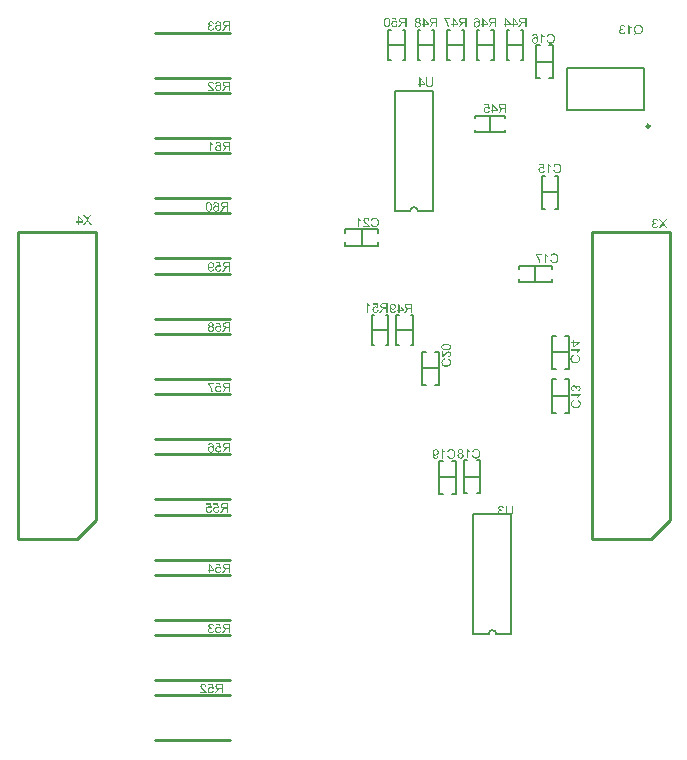
<source format=gbr>
%TF.GenerationSoftware,Altium Limited,Altium Designer,19.0.10 (269)*%
G04 Layer_Color=56026*
%FSLAX26Y26*%
%MOIN*%
%TF.FileFunction,Legend,Bot*%
%TF.Part,Single*%
G01*
G75*
%TA.AperFunction,NonConductor*%
%ADD37C,0.009842*%
%ADD38C,0.007874*%
%ADD39C,0.005906*%
%ADD40C,0.010000*%
G36*
X1639627Y2202898D02*
X1635996Y2202434D01*
X1635641Y2202925D01*
X1635259Y2203335D01*
X1634877Y2203717D01*
X1634494Y2204017D01*
X1634167Y2204290D01*
X1633894Y2204454D01*
X1633784Y2204536D01*
X1633703Y2204590D01*
X1633675Y2204618D01*
X1633648D01*
X1633075Y2204891D01*
X1632501Y2205109D01*
X1631928Y2205246D01*
X1631409Y2205355D01*
X1630945Y2205410D01*
X1630754Y2205437D01*
X1630590Y2205464D01*
X1630290D01*
X1629744Y2205437D01*
X1629198Y2205382D01*
X1628707Y2205273D01*
X1628243Y2205164D01*
X1627806Y2205027D01*
X1627424Y2204863D01*
X1627041Y2204672D01*
X1626714Y2204509D01*
X1626414Y2204318D01*
X1626140Y2204126D01*
X1625922Y2203963D01*
X1625731Y2203826D01*
X1625594Y2203717D01*
X1625485Y2203608D01*
X1625431Y2203553D01*
X1625403Y2203526D01*
X1625076Y2203144D01*
X1624803Y2202761D01*
X1624530Y2202325D01*
X1624339Y2201915D01*
X1624148Y2201478D01*
X1624011Y2201041D01*
X1623765Y2200195D01*
X1623711Y2199813D01*
X1623656Y2199458D01*
X1623602Y2199131D01*
X1623574Y2198858D01*
X1623547Y2198639D01*
Y2198448D01*
Y2198339D01*
Y2198311D01*
X1623574Y2197684D01*
X1623629Y2197083D01*
X1623738Y2196510D01*
X1623847Y2195991D01*
X1623984Y2195472D01*
X1624148Y2195035D01*
X1624339Y2194599D01*
X1624503Y2194216D01*
X1624694Y2193889D01*
X1624885Y2193589D01*
X1625049Y2193343D01*
X1625185Y2193124D01*
X1625294Y2192961D01*
X1625403Y2192852D01*
X1625458Y2192770D01*
X1625485Y2192742D01*
X1625840Y2192360D01*
X1626222Y2192060D01*
X1626632Y2191760D01*
X1627041Y2191541D01*
X1627424Y2191323D01*
X1627806Y2191159D01*
X1628188Y2191022D01*
X1628570Y2190913D01*
X1628898Y2190804D01*
X1629225Y2190749D01*
X1629498Y2190695D01*
X1629744Y2190668D01*
X1629935D01*
X1630072Y2190640D01*
X1630208D01*
X1630645Y2190668D01*
X1631054Y2190695D01*
X1631792Y2190859D01*
X1632474Y2191104D01*
X1633047Y2191377D01*
X1633293Y2191514D01*
X1633539Y2191650D01*
X1633703Y2191787D01*
X1633866Y2191896D01*
X1634003Y2191978D01*
X1634085Y2192060D01*
X1634139Y2192087D01*
X1634167Y2192114D01*
X1634467Y2192415D01*
X1634713Y2192742D01*
X1635177Y2193452D01*
X1635532Y2194189D01*
X1635805Y2194926D01*
X1635914Y2195281D01*
X1636023Y2195581D01*
X1636078Y2195882D01*
X1636160Y2196128D01*
X1636187Y2196346D01*
X1636214Y2196482D01*
X1636242Y2196592D01*
Y2196619D01*
X1640309Y2196264D01*
X1640200Y2195527D01*
X1640063Y2194844D01*
X1639872Y2194189D01*
X1639654Y2193589D01*
X1639436Y2193015D01*
X1639163Y2192497D01*
X1638890Y2192005D01*
X1638617Y2191568D01*
X1638344Y2191186D01*
X1638098Y2190859D01*
X1637852Y2190558D01*
X1637661Y2190313D01*
X1637470Y2190122D01*
X1637333Y2189985D01*
X1637252Y2189903D01*
X1637224Y2189876D01*
X1636706Y2189466D01*
X1636132Y2189084D01*
X1635559Y2188756D01*
X1634986Y2188483D01*
X1634385Y2188265D01*
X1633812Y2188074D01*
X1633238Y2187910D01*
X1632693Y2187774D01*
X1632174Y2187664D01*
X1631710Y2187610D01*
X1631273Y2187555D01*
X1630918Y2187501D01*
X1630618D01*
X1630399Y2187473D01*
X1630208D01*
X1629253Y2187528D01*
X1628352Y2187637D01*
X1627505Y2187828D01*
X1626714Y2188074D01*
X1625977Y2188347D01*
X1625294Y2188675D01*
X1624666Y2189030D01*
X1624120Y2189384D01*
X1623629Y2189712D01*
X1623192Y2190067D01*
X1622810Y2190394D01*
X1622510Y2190668D01*
X1622264Y2190913D01*
X1622100Y2191104D01*
X1621991Y2191213D01*
X1621964Y2191268D01*
X1621527Y2191869D01*
X1621145Y2192497D01*
X1620790Y2193124D01*
X1620517Y2193752D01*
X1620271Y2194380D01*
X1620053Y2194981D01*
X1619889Y2195581D01*
X1619752Y2196155D01*
X1619670Y2196673D01*
X1619589Y2197165D01*
X1619534Y2197574D01*
X1619479Y2197957D01*
Y2198257D01*
X1619452Y2198475D01*
Y2198612D01*
Y2198666D01*
X1619479Y2199485D01*
X1619561Y2200277D01*
X1619725Y2201014D01*
X1619889Y2201697D01*
X1620107Y2202352D01*
X1620353Y2202952D01*
X1620599Y2203526D01*
X1620872Y2204017D01*
X1621145Y2204481D01*
X1621390Y2204863D01*
X1621636Y2205218D01*
X1621854Y2205491D01*
X1622018Y2205710D01*
X1622155Y2205874D01*
X1622264Y2205983D01*
X1622291Y2206010D01*
X1622837Y2206529D01*
X1623410Y2206966D01*
X1623984Y2207348D01*
X1624584Y2207675D01*
X1625158Y2207948D01*
X1625731Y2208167D01*
X1626304Y2208358D01*
X1626823Y2208522D01*
X1627342Y2208631D01*
X1627806Y2208713D01*
X1628215Y2208795D01*
X1628570Y2208822D01*
X1628843Y2208849D01*
X1629062Y2208877D01*
X1629253D01*
X1629826Y2208849D01*
X1630399Y2208795D01*
X1630945Y2208686D01*
X1631491Y2208576D01*
X1632010Y2208412D01*
X1632501Y2208249D01*
X1632966Y2208058D01*
X1633402Y2207894D01*
X1633784Y2207703D01*
X1634139Y2207512D01*
X1634440Y2207348D01*
X1634713Y2207184D01*
X1634931Y2207075D01*
X1635068Y2206966D01*
X1635177Y2206911D01*
X1635204Y2206884D01*
X1633512Y2215374D01*
X1620926D01*
Y2219059D01*
X1636569D01*
X1639627Y2202898D01*
D02*
G37*
G36*
X1694882Y2187992D02*
X1690705D01*
Y2201970D01*
X1685327D01*
X1684863Y2201942D01*
X1684453Y2201915D01*
X1684126Y2201888D01*
X1683880Y2201860D01*
X1683716Y2201833D01*
X1683607Y2201806D01*
X1683580D01*
X1683225Y2201697D01*
X1682870Y2201560D01*
X1682570Y2201424D01*
X1682269Y2201287D01*
X1682051Y2201151D01*
X1681860Y2201069D01*
X1681723Y2200987D01*
X1681696Y2200960D01*
X1681341Y2200714D01*
X1680959Y2200386D01*
X1680604Y2200031D01*
X1680276Y2199704D01*
X1679976Y2199376D01*
X1679758Y2199103D01*
X1679676Y2198994D01*
X1679621Y2198912D01*
X1679567Y2198885D01*
Y2198858D01*
X1679348Y2198557D01*
X1679102Y2198230D01*
X1678611Y2197547D01*
X1678092Y2196837D01*
X1677628Y2196128D01*
X1677410Y2195827D01*
X1677191Y2195527D01*
X1677028Y2195254D01*
X1676864Y2195008D01*
X1676727Y2194817D01*
X1676646Y2194681D01*
X1676591Y2194571D01*
X1676564Y2194544D01*
X1672414Y2187992D01*
X1667200D01*
X1672660Y2196564D01*
X1673260Y2197465D01*
X1673888Y2198284D01*
X1674461Y2198994D01*
X1674735Y2199294D01*
X1674980Y2199595D01*
X1675226Y2199868D01*
X1675444Y2200086D01*
X1675635Y2200277D01*
X1675799Y2200441D01*
X1675908Y2200577D01*
X1676018Y2200659D01*
X1676072Y2200714D01*
X1676100Y2200741D01*
X1676454Y2201041D01*
X1676837Y2201314D01*
X1677273Y2201588D01*
X1677683Y2201833D01*
X1678038Y2202024D01*
X1678338Y2202188D01*
X1678447Y2202243D01*
X1678529Y2202297D01*
X1678584Y2202325D01*
X1678611D01*
X1677792Y2202461D01*
X1677028Y2202625D01*
X1676318Y2202816D01*
X1675663Y2203034D01*
X1675062Y2203253D01*
X1674489Y2203499D01*
X1673997Y2203744D01*
X1673561Y2203990D01*
X1673178Y2204236D01*
X1672851Y2204454D01*
X1672551Y2204672D01*
X1672332Y2204863D01*
X1672141Y2205000D01*
X1672032Y2205109D01*
X1671950Y2205191D01*
X1671923Y2205218D01*
X1671540Y2205655D01*
X1671213Y2206119D01*
X1670912Y2206611D01*
X1670667Y2207075D01*
X1670448Y2207566D01*
X1670257Y2208030D01*
X1670121Y2208494D01*
X1670012Y2208904D01*
X1669930Y2209313D01*
X1669848Y2209696D01*
X1669793Y2210023D01*
X1669766Y2210323D01*
X1669739Y2210542D01*
Y2210733D01*
Y2210842D01*
Y2210869D01*
X1669766Y2211361D01*
X1669793Y2211825D01*
X1669930Y2212699D01*
X1670148Y2213518D01*
X1670257Y2213872D01*
X1670394Y2214200D01*
X1670503Y2214500D01*
X1670639Y2214773D01*
X1670749Y2215019D01*
X1670831Y2215210D01*
X1670940Y2215374D01*
X1670994Y2215483D01*
X1671022Y2215565D01*
X1671049Y2215592D01*
X1671295Y2215975D01*
X1671568Y2216329D01*
X1671868Y2216684D01*
X1672141Y2216985D01*
X1672441Y2217258D01*
X1672742Y2217503D01*
X1673288Y2217913D01*
X1673779Y2218213D01*
X1673997Y2218322D01*
X1674188Y2218432D01*
X1674325Y2218514D01*
X1674434Y2218568D01*
X1674516Y2218595D01*
X1674543D01*
X1674980Y2218759D01*
X1675444Y2218896D01*
X1675936Y2219005D01*
X1676454Y2219114D01*
X1677519Y2219251D01*
X1678556Y2219360D01*
X1679048Y2219387D01*
X1679485Y2219414D01*
X1679894Y2219442D01*
X1680249Y2219469D01*
X1694882D01*
Y2187992D01*
D02*
G37*
G36*
X1666053Y2199076D02*
Y2195527D01*
X1652403D01*
Y2187992D01*
X1648526D01*
Y2195527D01*
X1644268D01*
Y2199076D01*
X1648526D01*
Y2219469D01*
X1651693D01*
X1666053Y2199076D01*
D02*
G37*
G36*
X2082805Y2482346D02*
X2083460Y2482292D01*
X2084088Y2482182D01*
X2084688Y2482046D01*
X2085234Y2481882D01*
X2085753Y2481691D01*
X2086217Y2481500D01*
X2086654Y2481309D01*
X2087036Y2481090D01*
X2087391Y2480899D01*
X2087664Y2480708D01*
X2087910Y2480544D01*
X2088128Y2480408D01*
X2088265Y2480299D01*
X2088347Y2480244D01*
X2088374Y2480217D01*
X2088811Y2479807D01*
X2089220Y2479343D01*
X2089602Y2478879D01*
X2089930Y2478388D01*
X2090230Y2477869D01*
X2090476Y2477378D01*
X2090722Y2476886D01*
X2090913Y2476422D01*
X2091077Y2475958D01*
X2091213Y2475548D01*
X2091322Y2475166D01*
X2091432Y2474839D01*
X2091486Y2474593D01*
X2091541Y2474375D01*
X2091568Y2474265D01*
Y2474211D01*
X2087691Y2473528D01*
X2087610Y2474047D01*
X2087500Y2474538D01*
X2087364Y2474975D01*
X2087227Y2475385D01*
X2087064Y2475767D01*
X2086900Y2476122D01*
X2086736Y2476449D01*
X2086572Y2476722D01*
X2086436Y2476968D01*
X2086272Y2477186D01*
X2086135Y2477378D01*
X2086026Y2477514D01*
X2085917Y2477651D01*
X2085835Y2477733D01*
X2085808Y2477760D01*
X2085780Y2477787D01*
X2085480Y2478033D01*
X2085180Y2478251D01*
X2084880Y2478442D01*
X2084552Y2478606D01*
X2083924Y2478852D01*
X2083351Y2479043D01*
X2082832Y2479125D01*
X2082614Y2479152D01*
X2082423Y2479179D01*
X2082259Y2479207D01*
X2082040D01*
X2081631Y2479179D01*
X2081221Y2479152D01*
X2080512Y2478988D01*
X2079856Y2478770D01*
X2079338Y2478497D01*
X2079092Y2478360D01*
X2078901Y2478224D01*
X2078737Y2478115D01*
X2078601Y2478006D01*
X2078464Y2477924D01*
X2078382Y2477842D01*
X2078355Y2477814D01*
X2078327Y2477787D01*
X2078082Y2477514D01*
X2077836Y2477241D01*
X2077645Y2476941D01*
X2077481Y2476668D01*
X2077235Y2476067D01*
X2077072Y2475521D01*
X2076963Y2475030D01*
X2076935Y2474811D01*
X2076908Y2474648D01*
X2076881Y2474484D01*
Y2474375D01*
Y2474320D01*
Y2474293D01*
X2076908Y2473801D01*
X2076963Y2473337D01*
X2077072Y2472928D01*
X2077181Y2472518D01*
X2077345Y2472163D01*
X2077508Y2471836D01*
X2077672Y2471563D01*
X2077863Y2471290D01*
X2078055Y2471044D01*
X2078218Y2470853D01*
X2078382Y2470689D01*
X2078546Y2470553D01*
X2078655Y2470443D01*
X2078764Y2470361D01*
X2078819Y2470334D01*
X2078846Y2470307D01*
X2079228Y2470088D01*
X2079611Y2469897D01*
X2080375Y2469570D01*
X2081112Y2469351D01*
X2081795Y2469188D01*
X2082095Y2469133D01*
X2082395Y2469106D01*
X2082641Y2469051D01*
X2082859D01*
X2083023Y2469024D01*
X2083460D01*
X2083678Y2469051D01*
X2083842Y2469078D01*
X2083897D01*
X2084334Y2465693D01*
X2083733Y2465830D01*
X2083214Y2465939D01*
X2082750Y2465994D01*
X2082341Y2466048D01*
X2082040Y2466075D01*
X2081795Y2466103D01*
X2081604D01*
X2081112Y2466075D01*
X2080648Y2466021D01*
X2080211Y2465939D01*
X2079774Y2465830D01*
X2079392Y2465693D01*
X2079037Y2465557D01*
X2078682Y2465393D01*
X2078382Y2465256D01*
X2078109Y2465093D01*
X2077863Y2464929D01*
X2077672Y2464792D01*
X2077481Y2464656D01*
X2077372Y2464547D01*
X2077263Y2464465D01*
X2077208Y2464410D01*
X2077181Y2464383D01*
X2076881Y2464055D01*
X2076608Y2463700D01*
X2076362Y2463345D01*
X2076171Y2462963D01*
X2076007Y2462608D01*
X2075870Y2462226D01*
X2075652Y2461544D01*
X2075570Y2461216D01*
X2075516Y2460916D01*
X2075488Y2460670D01*
X2075461Y2460424D01*
X2075434Y2460233D01*
Y2460097D01*
Y2460015D01*
Y2459988D01*
X2075461Y2459469D01*
X2075516Y2458977D01*
X2075597Y2458513D01*
X2075734Y2458077D01*
X2075870Y2457667D01*
X2076034Y2457285D01*
X2076198Y2456930D01*
X2076362Y2456602D01*
X2076553Y2456329D01*
X2076717Y2456056D01*
X2076881Y2455838D01*
X2077017Y2455647D01*
X2077154Y2455510D01*
X2077235Y2455401D01*
X2077290Y2455347D01*
X2077317Y2455319D01*
X2077672Y2454992D01*
X2078055Y2454691D01*
X2078437Y2454446D01*
X2078819Y2454227D01*
X2079228Y2454036D01*
X2079611Y2453900D01*
X2079965Y2453763D01*
X2080320Y2453681D01*
X2080675Y2453599D01*
X2080976Y2453545D01*
X2081249Y2453490D01*
X2081467Y2453463D01*
X2081658Y2453436D01*
X2081931D01*
X2082341Y2453463D01*
X2082750Y2453490D01*
X2083515Y2453654D01*
X2084170Y2453900D01*
X2084743Y2454173D01*
X2084989Y2454282D01*
X2085207Y2454418D01*
X2085398Y2454555D01*
X2085535Y2454664D01*
X2085671Y2454746D01*
X2085753Y2454828D01*
X2085808Y2454855D01*
X2085835Y2454882D01*
X2086108Y2455183D01*
X2086381Y2455510D01*
X2086627Y2455865D01*
X2086845Y2456247D01*
X2087227Y2457012D01*
X2087555Y2457803D01*
X2087664Y2458158D01*
X2087773Y2458513D01*
X2087883Y2458814D01*
X2087937Y2459087D01*
X2087992Y2459332D01*
X2088046Y2459496D01*
X2088074Y2459605D01*
Y2459633D01*
X2091950Y2459114D01*
X2091841Y2458404D01*
X2091704Y2457722D01*
X2091513Y2457066D01*
X2091295Y2456466D01*
X2091049Y2455892D01*
X2090804Y2455347D01*
X2090531Y2454882D01*
X2090258Y2454446D01*
X2089985Y2454036D01*
X2089712Y2453681D01*
X2089493Y2453408D01*
X2089275Y2453162D01*
X2089084Y2452944D01*
X2088947Y2452808D01*
X2088865Y2452726D01*
X2088838Y2452698D01*
X2088319Y2452262D01*
X2087746Y2451879D01*
X2087200Y2451552D01*
X2086599Y2451279D01*
X2086026Y2451033D01*
X2085453Y2450842D01*
X2084907Y2450678D01*
X2084361Y2450542D01*
X2083869Y2450460D01*
X2083405Y2450378D01*
X2082996Y2450323D01*
X2082641Y2450269D01*
X2082368D01*
X2082149Y2450241D01*
X2081958D01*
X2081112Y2450269D01*
X2080320Y2450378D01*
X2079556Y2450514D01*
X2078846Y2450678D01*
X2078164Y2450897D01*
X2077536Y2451142D01*
X2076963Y2451388D01*
X2076444Y2451661D01*
X2075980Y2451934D01*
X2075570Y2452180D01*
X2075215Y2452425D01*
X2074915Y2452644D01*
X2074669Y2452808D01*
X2074506Y2452971D01*
X2074396Y2453053D01*
X2074369Y2453081D01*
X2073823Y2453627D01*
X2073359Y2454200D01*
X2072977Y2454800D01*
X2072622Y2455374D01*
X2072322Y2455974D01*
X2072076Y2456548D01*
X2071885Y2457121D01*
X2071721Y2457640D01*
X2071584Y2458158D01*
X2071503Y2458622D01*
X2071421Y2459032D01*
X2071393Y2459387D01*
X2071366Y2459660D01*
X2071339Y2459878D01*
Y2460015D01*
Y2460069D01*
X2071366Y2460643D01*
X2071393Y2461161D01*
X2071475Y2461680D01*
X2071584Y2462144D01*
X2071694Y2462608D01*
X2071830Y2463018D01*
X2071967Y2463400D01*
X2072103Y2463755D01*
X2072267Y2464082D01*
X2072403Y2464356D01*
X2072540Y2464574D01*
X2072649Y2464792D01*
X2072758Y2464929D01*
X2072840Y2465065D01*
X2072867Y2465120D01*
X2072895Y2465147D01*
X2073195Y2465502D01*
X2073523Y2465830D01*
X2073878Y2466157D01*
X2074233Y2466430D01*
X2074587Y2466676D01*
X2074942Y2466894D01*
X2075652Y2467249D01*
X2075980Y2467386D01*
X2076280Y2467522D01*
X2076553Y2467604D01*
X2076771Y2467686D01*
X2076963Y2467741D01*
X2077099Y2467795D01*
X2077208Y2467823D01*
X2077235D01*
X2076498Y2468232D01*
X2075843Y2468642D01*
X2075270Y2469106D01*
X2074833Y2469515D01*
X2074478Y2469897D01*
X2074205Y2470198D01*
X2074123Y2470307D01*
X2074069Y2470389D01*
X2074014Y2470443D01*
Y2470471D01*
X2073632Y2471126D01*
X2073359Y2471754D01*
X2073168Y2472382D01*
X2073031Y2472955D01*
X2072949Y2473446D01*
X2072922Y2473665D01*
Y2473856D01*
X2072895Y2473992D01*
Y2474102D01*
Y2474156D01*
Y2474184D01*
Y2474593D01*
X2072949Y2474975D01*
X2073086Y2475740D01*
X2073277Y2476422D01*
X2073468Y2477023D01*
X2073577Y2477296D01*
X2073686Y2477541D01*
X2073796Y2477733D01*
X2073878Y2477924D01*
X2073959Y2478060D01*
X2074014Y2478169D01*
X2074041Y2478224D01*
X2074069Y2478251D01*
X2074533Y2478934D01*
X2075079Y2479534D01*
X2075625Y2480053D01*
X2076144Y2480463D01*
X2076635Y2480817D01*
X2076826Y2480954D01*
X2077017Y2481063D01*
X2077154Y2481145D01*
X2077263Y2481200D01*
X2077345Y2481254D01*
X2077372D01*
X2078191Y2481636D01*
X2079010Y2481909D01*
X2079829Y2482101D01*
X2080566Y2482237D01*
X2080894Y2482292D01*
X2081194Y2482319D01*
X2081467Y2482346D01*
X2081685D01*
X2081876Y2482374D01*
X2082122D01*
X2082805Y2482346D01*
D02*
G37*
G36*
X2104590Y2481991D02*
X2104836Y2481609D01*
X2105354Y2480845D01*
X2105928Y2480135D01*
X2106501Y2479480D01*
X2106774Y2479207D01*
X2107020Y2478934D01*
X2107238Y2478715D01*
X2107429Y2478524D01*
X2107620Y2478360D01*
X2107730Y2478251D01*
X2107811Y2478169D01*
X2107839Y2478142D01*
X2108767Y2477378D01*
X2109750Y2476668D01*
X2110705Y2476040D01*
X2111142Y2475740D01*
X2111579Y2475494D01*
X2111988Y2475248D01*
X2112343Y2475057D01*
X2112671Y2474866D01*
X2112944Y2474729D01*
X2113162Y2474620D01*
X2113353Y2474538D01*
X2113463Y2474484D01*
X2113490Y2474456D01*
Y2470716D01*
X2112807Y2470989D01*
X2112098Y2471317D01*
X2111415Y2471645D01*
X2110787Y2471972D01*
X2110514Y2472109D01*
X2110241Y2472273D01*
X2110023Y2472382D01*
X2109832Y2472491D01*
X2109668Y2472573D01*
X2109559Y2472655D01*
X2109477Y2472682D01*
X2109450Y2472709D01*
X2108631Y2473201D01*
X2107921Y2473692D01*
X2107293Y2474156D01*
X2106747Y2474538D01*
X2106528Y2474729D01*
X2106337Y2474893D01*
X2106173Y2475030D01*
X2106010Y2475166D01*
X2105901Y2475248D01*
X2105819Y2475330D01*
X2105791Y2475357D01*
X2105764Y2475385D01*
Y2450787D01*
X2101887D01*
Y2482374D01*
X2104399D01*
X2104590Y2481991D01*
D02*
G37*
G36*
X2136313Y2482783D02*
X2137104Y2482728D01*
X2137841Y2482619D01*
X2138551Y2482483D01*
X2139234Y2482346D01*
X2139889Y2482182D01*
X2140490Y2481991D01*
X2141036Y2481800D01*
X2141554Y2481609D01*
X2141991Y2481418D01*
X2142373Y2481254D01*
X2142701Y2481118D01*
X2142974Y2480981D01*
X2143165Y2480872D01*
X2143274Y2480817D01*
X2143329Y2480790D01*
X2143957Y2480408D01*
X2144557Y2479971D01*
X2145131Y2479507D01*
X2145649Y2479043D01*
X2146113Y2478552D01*
X2146577Y2478087D01*
X2146960Y2477596D01*
X2147315Y2477132D01*
X2147642Y2476695D01*
X2147915Y2476286D01*
X2148161Y2475931D01*
X2148352Y2475603D01*
X2148516Y2475330D01*
X2148625Y2475139D01*
X2148680Y2475030D01*
X2148707Y2474975D01*
X2149035Y2474265D01*
X2149335Y2473528D01*
X2149581Y2472791D01*
X2149799Y2472054D01*
X2149990Y2471344D01*
X2150126Y2470635D01*
X2150263Y2469952D01*
X2150345Y2469324D01*
X2150427Y2468724D01*
X2150481Y2468177D01*
X2150536Y2467713D01*
X2150563Y2467304D01*
X2150591Y2466976D01*
Y2466731D01*
Y2466567D01*
Y2466539D01*
Y2466512D01*
X2150563Y2465639D01*
X2150509Y2464820D01*
X2150427Y2464001D01*
X2150290Y2463236D01*
X2150154Y2462499D01*
X2149990Y2461789D01*
X2149826Y2461161D01*
X2149662Y2460561D01*
X2149499Y2460015D01*
X2149307Y2459523D01*
X2149171Y2459114D01*
X2149035Y2458759D01*
X2148898Y2458486D01*
X2148816Y2458268D01*
X2148762Y2458158D01*
X2148734Y2458104D01*
X2148352Y2457421D01*
X2147970Y2456793D01*
X2147533Y2456193D01*
X2147096Y2455619D01*
X2146659Y2455101D01*
X2146223Y2454637D01*
X2145786Y2454200D01*
X2145349Y2453818D01*
X2144939Y2453463D01*
X2144585Y2453162D01*
X2144257Y2452917D01*
X2143957Y2452698D01*
X2143711Y2452535D01*
X2143547Y2452425D01*
X2143411Y2452343D01*
X2143383Y2452316D01*
X2142728Y2451961D01*
X2142046Y2451634D01*
X2141363Y2451361D01*
X2140681Y2451142D01*
X2140026Y2450924D01*
X2139398Y2450760D01*
X2138770Y2450624D01*
X2138169Y2450514D01*
X2137650Y2450432D01*
X2137132Y2450378D01*
X2136695Y2450323D01*
X2136313Y2450296D01*
X2136012D01*
X2135794Y2450269D01*
X2135603D01*
X2134811Y2450296D01*
X2134047Y2450351D01*
X2133310Y2450460D01*
X2132600Y2450569D01*
X2131945Y2450706D01*
X2131289Y2450869D01*
X2130689Y2451060D01*
X2130143Y2451251D01*
X2129651Y2451415D01*
X2129215Y2451606D01*
X2128805Y2451770D01*
X2128478Y2451907D01*
X2128232Y2452016D01*
X2128041Y2452125D01*
X2127904Y2452180D01*
X2127877Y2452207D01*
X2127249Y2451743D01*
X2126621Y2451279D01*
X2125993Y2450869D01*
X2125393Y2450514D01*
X2124819Y2450160D01*
X2124246Y2449832D01*
X2123727Y2449559D01*
X2123209Y2449313D01*
X2122772Y2449068D01*
X2122362Y2448876D01*
X2122008Y2448713D01*
X2121680Y2448603D01*
X2121434Y2448494D01*
X2121270Y2448412D01*
X2121134Y2448385D01*
X2121107Y2448358D01*
X2119878Y2451251D01*
X2120806Y2451634D01*
X2121762Y2452098D01*
X2122663Y2452589D01*
X2123072Y2452835D01*
X2123482Y2453053D01*
X2123837Y2453272D01*
X2124191Y2453490D01*
X2124492Y2453681D01*
X2124738Y2453845D01*
X2124956Y2453981D01*
X2125092Y2454091D01*
X2125202Y2454145D01*
X2125229Y2454173D01*
X2124792Y2454609D01*
X2124383Y2455073D01*
X2124028Y2455510D01*
X2123673Y2455974D01*
X2123345Y2456439D01*
X2123072Y2456875D01*
X2122799Y2457312D01*
X2122553Y2457722D01*
X2122362Y2458104D01*
X2122171Y2458459D01*
X2122035Y2458759D01*
X2121898Y2459032D01*
X2121816Y2459250D01*
X2121735Y2459414D01*
X2121680Y2459523D01*
Y2459551D01*
X2121461Y2460151D01*
X2121270Y2460752D01*
X2120997Y2461953D01*
X2120779Y2463127D01*
X2120697Y2463673D01*
X2120615Y2464219D01*
X2120588Y2464710D01*
X2120533Y2465147D01*
X2120506Y2465557D01*
Y2465884D01*
X2120479Y2466157D01*
Y2466376D01*
Y2466485D01*
Y2466539D01*
X2120506Y2467413D01*
X2120561Y2468232D01*
X2120642Y2469051D01*
X2120779Y2469816D01*
X2120916Y2470553D01*
X2121052Y2471235D01*
X2121243Y2471890D01*
X2121407Y2472491D01*
X2121571Y2473010D01*
X2121735Y2473501D01*
X2121898Y2473910D01*
X2122035Y2474265D01*
X2122171Y2474538D01*
X2122253Y2474757D01*
X2122308Y2474866D01*
X2122335Y2474921D01*
X2122690Y2475603D01*
X2123099Y2476258D01*
X2123509Y2476859D01*
X2123946Y2477405D01*
X2124383Y2477924D01*
X2124819Y2478415D01*
X2125256Y2478852D01*
X2125693Y2479234D01*
X2126075Y2479589D01*
X2126457Y2479889D01*
X2126785Y2480135D01*
X2127085Y2480353D01*
X2127331Y2480517D01*
X2127495Y2480626D01*
X2127631Y2480708D01*
X2127659Y2480735D01*
X2128314Y2481090D01*
X2128996Y2481418D01*
X2129679Y2481691D01*
X2130361Y2481937D01*
X2131017Y2482128D01*
X2131672Y2482292D01*
X2132300Y2482455D01*
X2132900Y2482565D01*
X2133446Y2482646D01*
X2133965Y2482701D01*
X2134402Y2482756D01*
X2134784Y2482783D01*
X2135084Y2482810D01*
X2135521D01*
X2136313Y2482783D01*
D02*
G37*
G36*
X1331727Y2489906D02*
X1328096Y2489442D01*
X1327741Y2489933D01*
X1327359Y2490343D01*
X1326977Y2490725D01*
X1326594Y2491025D01*
X1326267Y2491298D01*
X1325994Y2491462D01*
X1325885Y2491544D01*
X1325803Y2491599D01*
X1325775Y2491626D01*
X1325748D01*
X1325175Y2491899D01*
X1324602Y2492117D01*
X1324028Y2492254D01*
X1323510Y2492363D01*
X1323045Y2492418D01*
X1322854Y2492445D01*
X1322691Y2492472D01*
X1322390D01*
X1321844Y2492445D01*
X1321298Y2492390D01*
X1320807Y2492281D01*
X1320343Y2492172D01*
X1319906Y2492035D01*
X1319524Y2491872D01*
X1319142Y2491680D01*
X1318814Y2491517D01*
X1318514Y2491325D01*
X1318241Y2491134D01*
X1318022Y2490971D01*
X1317831Y2490834D01*
X1317695Y2490725D01*
X1317585Y2490616D01*
X1317531Y2490561D01*
X1317504Y2490534D01*
X1317176Y2490152D01*
X1316903Y2489769D01*
X1316630Y2489333D01*
X1316439Y2488923D01*
X1316248Y2488486D01*
X1316111Y2488050D01*
X1315866Y2487203D01*
X1315811Y2486821D01*
X1315756Y2486466D01*
X1315702Y2486139D01*
X1315675Y2485865D01*
X1315647Y2485647D01*
Y2485456D01*
Y2485347D01*
Y2485320D01*
X1315675Y2484692D01*
X1315729Y2484091D01*
X1315838Y2483518D01*
X1315947Y2482999D01*
X1316084Y2482480D01*
X1316248Y2482044D01*
X1316439Y2481607D01*
X1316603Y2481224D01*
X1316794Y2480897D01*
X1316985Y2480597D01*
X1317149Y2480351D01*
X1317285Y2480133D01*
X1317394Y2479969D01*
X1317504Y2479860D01*
X1317558Y2479778D01*
X1317585Y2479750D01*
X1317940Y2479368D01*
X1318323Y2479068D01*
X1318732Y2478767D01*
X1319142Y2478549D01*
X1319524Y2478331D01*
X1319906Y2478167D01*
X1320288Y2478030D01*
X1320670Y2477921D01*
X1320998Y2477812D01*
X1321326Y2477757D01*
X1321599Y2477703D01*
X1321844Y2477675D01*
X1322035D01*
X1322172Y2477648D01*
X1322308D01*
X1322745Y2477675D01*
X1323155Y2477703D01*
X1323892Y2477867D01*
X1324574Y2478112D01*
X1325148Y2478385D01*
X1325393Y2478522D01*
X1325639Y2478658D01*
X1325803Y2478795D01*
X1325967Y2478904D01*
X1326103Y2478986D01*
X1326185Y2479068D01*
X1326240Y2479095D01*
X1326267Y2479122D01*
X1326567Y2479423D01*
X1326813Y2479750D01*
X1327277Y2480460D01*
X1327632Y2481197D01*
X1327905Y2481934D01*
X1328014Y2482289D01*
X1328123Y2482590D01*
X1328178Y2482890D01*
X1328260Y2483135D01*
X1328287Y2483354D01*
X1328314Y2483490D01*
X1328342Y2483600D01*
Y2483627D01*
X1332409Y2483272D01*
X1332300Y2482535D01*
X1332164Y2481852D01*
X1331973Y2481197D01*
X1331754Y2480597D01*
X1331536Y2480023D01*
X1331263Y2479505D01*
X1330990Y2479013D01*
X1330717Y2478576D01*
X1330444Y2478194D01*
X1330198Y2477867D01*
X1329952Y2477566D01*
X1329761Y2477321D01*
X1329570Y2477130D01*
X1329434Y2476993D01*
X1329352Y2476911D01*
X1329324Y2476884D01*
X1328806Y2476474D01*
X1328233Y2476092D01*
X1327659Y2475765D01*
X1327086Y2475492D01*
X1326485Y2475273D01*
X1325912Y2475082D01*
X1325339Y2474918D01*
X1324793Y2474782D01*
X1324274Y2474673D01*
X1323810Y2474618D01*
X1323373Y2474563D01*
X1323018Y2474509D01*
X1322718D01*
X1322499Y2474481D01*
X1322308D01*
X1321353Y2474536D01*
X1320452Y2474645D01*
X1319606Y2474836D01*
X1318814Y2475082D01*
X1318077Y2475355D01*
X1317394Y2475683D01*
X1316766Y2476037D01*
X1316220Y2476392D01*
X1315729Y2476720D01*
X1315292Y2477075D01*
X1314910Y2477403D01*
X1314610Y2477675D01*
X1314364Y2477921D01*
X1314200Y2478112D01*
X1314091Y2478222D01*
X1314064Y2478276D01*
X1313627Y2478877D01*
X1313245Y2479505D01*
X1312890Y2480133D01*
X1312617Y2480760D01*
X1312371Y2481388D01*
X1312153Y2481989D01*
X1311989Y2482590D01*
X1311852Y2483163D01*
X1311771Y2483682D01*
X1311689Y2484173D01*
X1311634Y2484582D01*
X1311580Y2484965D01*
Y2485265D01*
X1311552Y2485483D01*
Y2485620D01*
Y2485674D01*
X1311580Y2486493D01*
X1311661Y2487285D01*
X1311825Y2488022D01*
X1311989Y2488705D01*
X1312207Y2489360D01*
X1312453Y2489961D01*
X1312699Y2490534D01*
X1312972Y2491025D01*
X1313245Y2491489D01*
X1313491Y2491872D01*
X1313736Y2492226D01*
X1313955Y2492499D01*
X1314118Y2492718D01*
X1314255Y2492882D01*
X1314364Y2492991D01*
X1314391Y2493018D01*
X1314937Y2493537D01*
X1315511Y2493974D01*
X1316084Y2494356D01*
X1316685Y2494683D01*
X1317258Y2494956D01*
X1317831Y2495175D01*
X1318405Y2495366D01*
X1318923Y2495530D01*
X1319442Y2495639D01*
X1319906Y2495721D01*
X1320315Y2495803D01*
X1320670Y2495830D01*
X1320943Y2495857D01*
X1321162Y2495885D01*
X1321353D01*
X1321926Y2495857D01*
X1322499Y2495803D01*
X1323045Y2495693D01*
X1323591Y2495584D01*
X1324110Y2495421D01*
X1324602Y2495257D01*
X1325066Y2495066D01*
X1325503Y2494902D01*
X1325885Y2494711D01*
X1326240Y2494520D01*
X1326540Y2494356D01*
X1326813Y2494192D01*
X1327031Y2494083D01*
X1327168Y2493974D01*
X1327277Y2493919D01*
X1327304Y2493892D01*
X1325612Y2502382D01*
X1313026D01*
Y2506068D01*
X1328669D01*
X1331727Y2489906D01*
D02*
G37*
G36*
X1362521Y2475000D02*
X1358344D01*
Y2488978D01*
X1352966D01*
X1352502Y2488950D01*
X1352093Y2488923D01*
X1351765Y2488896D01*
X1351519Y2488869D01*
X1351356Y2488841D01*
X1351246Y2488814D01*
X1351219D01*
X1350864Y2488705D01*
X1350509Y2488568D01*
X1350209Y2488432D01*
X1349909Y2488295D01*
X1349690Y2488159D01*
X1349499Y2488077D01*
X1349363Y2487995D01*
X1349335Y2487968D01*
X1348980Y2487722D01*
X1348598Y2487394D01*
X1348243Y2487039D01*
X1347916Y2486712D01*
X1347616Y2486384D01*
X1347397Y2486111D01*
X1347315Y2486002D01*
X1347261Y2485920D01*
X1347206Y2485893D01*
Y2485865D01*
X1346988Y2485565D01*
X1346742Y2485238D01*
X1346251Y2484555D01*
X1345732Y2483845D01*
X1345268Y2483135D01*
X1345049Y2482835D01*
X1344831Y2482535D01*
X1344667Y2482262D01*
X1344503Y2482016D01*
X1344367Y2481825D01*
X1344285Y2481689D01*
X1344230Y2481579D01*
X1344203Y2481552D01*
X1340053Y2475000D01*
X1334839D01*
X1340299Y2483572D01*
X1340900Y2484473D01*
X1341528Y2485292D01*
X1342101Y2486002D01*
X1342374Y2486302D01*
X1342620Y2486603D01*
X1342865Y2486876D01*
X1343084Y2487094D01*
X1343275Y2487285D01*
X1343439Y2487449D01*
X1343548Y2487585D01*
X1343657Y2487667D01*
X1343712Y2487722D01*
X1343739Y2487749D01*
X1344094Y2488050D01*
X1344476Y2488323D01*
X1344913Y2488595D01*
X1345322Y2488841D01*
X1345677Y2489032D01*
X1345977Y2489196D01*
X1346087Y2489251D01*
X1346169Y2489305D01*
X1346223Y2489333D01*
X1346251D01*
X1345431Y2489469D01*
X1344667Y2489633D01*
X1343957Y2489824D01*
X1343302Y2490042D01*
X1342701Y2490261D01*
X1342128Y2490506D01*
X1341637Y2490752D01*
X1341200Y2490998D01*
X1340818Y2491244D01*
X1340490Y2491462D01*
X1340190Y2491680D01*
X1339972Y2491872D01*
X1339780Y2492008D01*
X1339671Y2492117D01*
X1339589Y2492199D01*
X1339562Y2492226D01*
X1339180Y2492663D01*
X1338852Y2493127D01*
X1338552Y2493619D01*
X1338306Y2494083D01*
X1338088Y2494574D01*
X1337897Y2495038D01*
X1337760Y2495502D01*
X1337651Y2495912D01*
X1337569Y2496321D01*
X1337487Y2496704D01*
X1337433Y2497031D01*
X1337405Y2497331D01*
X1337378Y2497550D01*
Y2497741D01*
Y2497850D01*
Y2497878D01*
X1337405Y2498369D01*
X1337433Y2498833D01*
X1337569Y2499707D01*
X1337787Y2500526D01*
X1337897Y2500881D01*
X1338033Y2501208D01*
X1338142Y2501508D01*
X1338279Y2501781D01*
X1338388Y2502027D01*
X1338470Y2502218D01*
X1338579Y2502382D01*
X1338634Y2502491D01*
X1338661Y2502573D01*
X1338688Y2502600D01*
X1338934Y2502983D01*
X1339207Y2503338D01*
X1339507Y2503692D01*
X1339780Y2503993D01*
X1340081Y2504266D01*
X1340381Y2504511D01*
X1340927Y2504921D01*
X1341418Y2505221D01*
X1341637Y2505330D01*
X1341828Y2505440D01*
X1341964Y2505521D01*
X1342074Y2505576D01*
X1342156Y2505603D01*
X1342183D01*
X1342620Y2505767D01*
X1343084Y2505904D01*
X1343575Y2506013D01*
X1344094Y2506122D01*
X1345159Y2506259D01*
X1346196Y2506368D01*
X1346687Y2506395D01*
X1347124Y2506422D01*
X1347534Y2506450D01*
X1347889Y2506477D01*
X1362521D01*
Y2475000D01*
D02*
G37*
G36*
X1298312Y2506559D02*
X1298912Y2506504D01*
X1299486Y2506422D01*
X1300032Y2506286D01*
X1300523Y2506149D01*
X1300987Y2506013D01*
X1301424Y2505822D01*
X1301833Y2505658D01*
X1302188Y2505494D01*
X1302489Y2505330D01*
X1302762Y2505167D01*
X1302980Y2505030D01*
X1303144Y2504894D01*
X1303280Y2504812D01*
X1303362Y2504757D01*
X1303389Y2504730D01*
X1303799Y2504375D01*
X1304181Y2503993D01*
X1304891Y2503146D01*
X1305464Y2502273D01*
X1305956Y2501427D01*
X1306147Y2501017D01*
X1306311Y2500662D01*
X1306474Y2500334D01*
X1306584Y2500061D01*
X1306693Y2499816D01*
X1306747Y2499652D01*
X1306775Y2499515D01*
X1306802Y2499488D01*
X1306993Y2498833D01*
X1307184Y2498123D01*
X1307321Y2497386D01*
X1307457Y2496649D01*
X1307676Y2495148D01*
X1307730Y2494410D01*
X1307812Y2493728D01*
X1307839Y2493045D01*
X1307894Y2492445D01*
X1307921Y2491899D01*
Y2491435D01*
X1307949Y2491052D01*
Y2490752D01*
Y2490643D01*
Y2490561D01*
Y2490534D01*
Y2490506D01*
Y2489688D01*
X1307921Y2488896D01*
X1307867Y2488159D01*
X1307812Y2487422D01*
X1307730Y2486712D01*
X1307648Y2486029D01*
X1307566Y2485401D01*
X1307457Y2484773D01*
X1307239Y2483627D01*
X1306966Y2482562D01*
X1306693Y2481634D01*
X1306392Y2480788D01*
X1306092Y2480051D01*
X1305819Y2479423D01*
X1305546Y2478904D01*
X1305328Y2478467D01*
X1305109Y2478140D01*
X1304973Y2477894D01*
X1304864Y2477757D01*
X1304836Y2477703D01*
X1304318Y2477130D01*
X1303772Y2476638D01*
X1303226Y2476201D01*
X1302625Y2475846D01*
X1302024Y2475519D01*
X1301424Y2475273D01*
X1300851Y2475055D01*
X1300277Y2474891D01*
X1299759Y2474754D01*
X1299267Y2474645D01*
X1298830Y2474591D01*
X1298448Y2474536D01*
X1298121Y2474509D01*
X1297875Y2474481D01*
X1297684D01*
X1297056Y2474509D01*
X1296455Y2474563D01*
X1295882Y2474645D01*
X1295336Y2474782D01*
X1294845Y2474918D01*
X1294353Y2475055D01*
X1293944Y2475218D01*
X1293534Y2475410D01*
X1293179Y2475573D01*
X1292879Y2475737D01*
X1292606Y2475874D01*
X1292388Y2476037D01*
X1292197Y2476147D01*
X1292087Y2476229D01*
X1292005Y2476283D01*
X1291978Y2476311D01*
X1291569Y2476665D01*
X1291186Y2477075D01*
X1290477Y2477921D01*
X1289903Y2478795D01*
X1289412Y2479641D01*
X1289221Y2480023D01*
X1289057Y2480378D01*
X1288893Y2480706D01*
X1288784Y2481006D01*
X1288675Y2481224D01*
X1288620Y2481416D01*
X1288566Y2481525D01*
Y2481552D01*
X1288374Y2482207D01*
X1288183Y2482917D01*
X1288020Y2483654D01*
X1287910Y2484391D01*
X1287692Y2485893D01*
X1287610Y2486603D01*
X1287555Y2487312D01*
X1287501Y2487968D01*
X1287474Y2488568D01*
X1287446Y2489114D01*
Y2489578D01*
X1287419Y2489961D01*
Y2490261D01*
Y2490370D01*
Y2490452D01*
Y2490479D01*
Y2490506D01*
Y2491353D01*
X1287446Y2492172D01*
X1287474Y2492936D01*
X1287528Y2493646D01*
X1287583Y2494301D01*
X1287637Y2494902D01*
X1287719Y2495475D01*
X1287774Y2495966D01*
X1287829Y2496431D01*
X1287910Y2496813D01*
X1287965Y2497140D01*
X1288020Y2497441D01*
X1288074Y2497659D01*
X1288101Y2497796D01*
X1288129Y2497905D01*
Y2497932D01*
X1288429Y2498915D01*
X1288729Y2499816D01*
X1288893Y2500225D01*
X1289057Y2500635D01*
X1289221Y2500990D01*
X1289385Y2501290D01*
X1289521Y2501590D01*
X1289658Y2501863D01*
X1289794Y2502082D01*
X1289876Y2502273D01*
X1289985Y2502409D01*
X1290040Y2502519D01*
X1290067Y2502573D01*
X1290094Y2502600D01*
X1290586Y2503283D01*
X1291104Y2503883D01*
X1291623Y2504375D01*
X1292142Y2504812D01*
X1292579Y2505139D01*
X1292770Y2505249D01*
X1292934Y2505358D01*
X1293070Y2505440D01*
X1293179Y2505494D01*
X1293234Y2505549D01*
X1293261D01*
X1293998Y2505904D01*
X1294763Y2506149D01*
X1295500Y2506340D01*
X1296182Y2506450D01*
X1296510Y2506504D01*
X1296783Y2506532D01*
X1297029Y2506559D01*
X1297247D01*
X1297438Y2506586D01*
X1297684D01*
X1298312Y2506559D01*
D02*
G37*
G36*
X1464946Y2474016D02*
X1460770D01*
Y2487993D01*
X1455391D01*
X1454927Y2487966D01*
X1454518Y2487939D01*
X1454190Y2487912D01*
X1453945Y2487884D01*
X1453781Y2487857D01*
X1453671Y2487830D01*
X1453644D01*
X1453289Y2487720D01*
X1452934Y2487584D01*
X1452634Y2487447D01*
X1452334Y2487311D01*
X1452115Y2487174D01*
X1451924Y2487093D01*
X1451788Y2487011D01*
X1451761Y2486983D01*
X1451406Y2486738D01*
X1451023Y2486410D01*
X1450668Y2486055D01*
X1450341Y2485727D01*
X1450041Y2485400D01*
X1449822Y2485127D01*
X1449740Y2485018D01*
X1449686Y2484936D01*
X1449631Y2484909D01*
Y2484881D01*
X1449413Y2484581D01*
X1449167Y2484253D01*
X1448676Y2483571D01*
X1448157Y2482861D01*
X1447693Y2482151D01*
X1447474Y2481851D01*
X1447256Y2481551D01*
X1447092Y2481278D01*
X1446928Y2481032D01*
X1446792Y2480841D01*
X1446710Y2480704D01*
X1446655Y2480595D01*
X1446628Y2480568D01*
X1442478Y2474016D01*
X1437264D01*
X1442724Y2482588D01*
X1443325Y2483489D01*
X1443953Y2484308D01*
X1444526Y2485018D01*
X1444799Y2485318D01*
X1445045Y2485618D01*
X1445290Y2485891D01*
X1445509Y2486110D01*
X1445700Y2486301D01*
X1445864Y2486465D01*
X1445973Y2486601D01*
X1446082Y2486683D01*
X1446137Y2486738D01*
X1446164Y2486765D01*
X1446519Y2487065D01*
X1446901Y2487338D01*
X1447338Y2487611D01*
X1447747Y2487857D01*
X1448102Y2488048D01*
X1448403Y2488212D01*
X1448512Y2488266D01*
X1448594Y2488321D01*
X1448648Y2488348D01*
X1448676D01*
X1447857Y2488485D01*
X1447092Y2488649D01*
X1446382Y2488840D01*
X1445727Y2489058D01*
X1445127Y2489276D01*
X1444553Y2489522D01*
X1444062Y2489768D01*
X1443625Y2490014D01*
X1443243Y2490259D01*
X1442915Y2490478D01*
X1442615Y2490696D01*
X1442397Y2490887D01*
X1442206Y2491024D01*
X1442096Y2491133D01*
X1442014Y2491215D01*
X1441987Y2491242D01*
X1441605Y2491679D01*
X1441277Y2492143D01*
X1440977Y2492634D01*
X1440731Y2493099D01*
X1440513Y2493590D01*
X1440322Y2494054D01*
X1440185Y2494518D01*
X1440076Y2494928D01*
X1439994Y2495337D01*
X1439912Y2495719D01*
X1439858Y2496047D01*
X1439830Y2496347D01*
X1439803Y2496566D01*
Y2496757D01*
Y2496866D01*
Y2496893D01*
X1439830Y2497385D01*
X1439858Y2497849D01*
X1439994Y2498722D01*
X1440213Y2499541D01*
X1440322Y2499896D01*
X1440458Y2500224D01*
X1440568Y2500524D01*
X1440704Y2500797D01*
X1440813Y2501043D01*
X1440895Y2501234D01*
X1441004Y2501398D01*
X1441059Y2501507D01*
X1441086Y2501589D01*
X1441113Y2501616D01*
X1441359Y2501998D01*
X1441632Y2502353D01*
X1441932Y2502708D01*
X1442206Y2503008D01*
X1442506Y2503281D01*
X1442806Y2503527D01*
X1443352Y2503937D01*
X1443843Y2504237D01*
X1444062Y2504346D01*
X1444253Y2504455D01*
X1444389Y2504537D01*
X1444499Y2504592D01*
X1444581Y2504619D01*
X1444608D01*
X1445045Y2504783D01*
X1445509Y2504919D01*
X1446000Y2505029D01*
X1446519Y2505138D01*
X1447584Y2505274D01*
X1448621Y2505383D01*
X1449112Y2505411D01*
X1449549Y2505438D01*
X1449959Y2505465D01*
X1450314Y2505493D01*
X1464946D01*
Y2474016D01*
D02*
G37*
G36*
X1436118Y2485100D02*
Y2481551D01*
X1422468D01*
Y2474016D01*
X1418591D01*
Y2481551D01*
X1414332D01*
Y2485100D01*
X1418591D01*
Y2505493D01*
X1421758D01*
X1436118Y2485100D01*
D02*
G37*
G36*
X1400873Y2505575D02*
X1401583Y2505493D01*
X1402266Y2505383D01*
X1402893Y2505247D01*
X1403467Y2505056D01*
X1404013Y2504865D01*
X1404504Y2504646D01*
X1404968Y2504428D01*
X1405351Y2504210D01*
X1405705Y2503991D01*
X1406006Y2503800D01*
X1406251Y2503609D01*
X1406470Y2503472D01*
X1406606Y2503363D01*
X1406688Y2503281D01*
X1406716Y2503254D01*
X1407152Y2502790D01*
X1407534Y2502326D01*
X1407862Y2501862D01*
X1408135Y2501370D01*
X1408381Y2500879D01*
X1408572Y2500388D01*
X1408736Y2499923D01*
X1408872Y2499487D01*
X1408954Y2499077D01*
X1409036Y2498695D01*
X1409091Y2498367D01*
X1409145Y2498067D01*
Y2497821D01*
X1409172Y2497658D01*
Y2497521D01*
Y2497494D01*
X1409118Y2496675D01*
X1408981Y2495938D01*
X1408818Y2495255D01*
X1408599Y2494682D01*
X1408490Y2494436D01*
X1408381Y2494218D01*
X1408299Y2494027D01*
X1408217Y2493890D01*
X1408135Y2493754D01*
X1408081Y2493672D01*
X1408026Y2493617D01*
Y2493590D01*
X1407780Y2493290D01*
X1407534Y2493017D01*
X1406961Y2492498D01*
X1406361Y2492088D01*
X1405787Y2491733D01*
X1405241Y2491433D01*
X1405023Y2491324D01*
X1404832Y2491242D01*
X1404641Y2491160D01*
X1404532Y2491133D01*
X1404450Y2491078D01*
X1404422D01*
X1404941Y2490914D01*
X1405432Y2490751D01*
X1405897Y2490532D01*
X1406333Y2490341D01*
X1406743Y2490095D01*
X1407098Y2489877D01*
X1407425Y2489631D01*
X1407726Y2489386D01*
X1407999Y2489167D01*
X1408217Y2488976D01*
X1408435Y2488758D01*
X1408572Y2488594D01*
X1408708Y2488457D01*
X1408790Y2488348D01*
X1408845Y2488294D01*
X1408872Y2488266D01*
X1409145Y2487857D01*
X1409391Y2487447D01*
X1409582Y2487011D01*
X1409773Y2486574D01*
X1409910Y2486164D01*
X1410046Y2485727D01*
X1410237Y2484909D01*
X1410292Y2484526D01*
X1410346Y2484199D01*
X1410374Y2483898D01*
X1410401Y2483625D01*
X1410428Y2483407D01*
Y2483243D01*
Y2483134D01*
Y2483107D01*
X1410401Y2482342D01*
X1410292Y2481633D01*
X1410155Y2480950D01*
X1409992Y2480322D01*
X1409773Y2479694D01*
X1409527Y2479148D01*
X1409282Y2478630D01*
X1409009Y2478138D01*
X1408736Y2477729D01*
X1408490Y2477346D01*
X1408244Y2477019D01*
X1408026Y2476746D01*
X1407862Y2476527D01*
X1407698Y2476391D01*
X1407616Y2476282D01*
X1407589Y2476254D01*
X1407043Y2475763D01*
X1406443Y2475354D01*
X1405842Y2474971D01*
X1405214Y2474671D01*
X1404559Y2474398D01*
X1403931Y2474180D01*
X1403330Y2473988D01*
X1402757Y2473852D01*
X1402184Y2473715D01*
X1401692Y2473634D01*
X1401228Y2473579D01*
X1400819Y2473552D01*
X1400491Y2473524D01*
X1400273Y2473497D01*
X1400054D01*
X1399208Y2473524D01*
X1398389Y2473606D01*
X1397625Y2473743D01*
X1396915Y2473934D01*
X1396260Y2474125D01*
X1395632Y2474371D01*
X1395086Y2474616D01*
X1394567Y2474862D01*
X1394103Y2475108D01*
X1393693Y2475354D01*
X1393366Y2475599D01*
X1393065Y2475790D01*
X1392847Y2475981D01*
X1392683Y2476118D01*
X1392574Y2476200D01*
X1392547Y2476227D01*
X1392028Y2476746D01*
X1391591Y2477319D01*
X1391209Y2477892D01*
X1390881Y2478466D01*
X1390609Y2479039D01*
X1390390Y2479585D01*
X1390199Y2480131D01*
X1390035Y2480650D01*
X1389926Y2481141D01*
X1389844Y2481605D01*
X1389762Y2482015D01*
X1389735Y2482342D01*
X1389708Y2482643D01*
X1389680Y2482834D01*
Y2482970D01*
Y2483025D01*
X1389708Y2483571D01*
X1389735Y2484062D01*
X1389926Y2485018D01*
X1390035Y2485454D01*
X1390172Y2485891D01*
X1390308Y2486246D01*
X1390445Y2486601D01*
X1390581Y2486929D01*
X1390718Y2487202D01*
X1390854Y2487447D01*
X1390963Y2487639D01*
X1391073Y2487802D01*
X1391155Y2487939D01*
X1391182Y2487993D01*
X1391209Y2488021D01*
X1391509Y2488403D01*
X1391837Y2488758D01*
X1392547Y2489386D01*
X1393284Y2489904D01*
X1393994Y2490341D01*
X1394321Y2490505D01*
X1394622Y2490669D01*
X1394922Y2490805D01*
X1395168Y2490887D01*
X1395359Y2490969D01*
X1395495Y2491024D01*
X1395604Y2491078D01*
X1395632D01*
X1395195Y2491242D01*
X1394813Y2491433D01*
X1394430Y2491624D01*
X1394103Y2491843D01*
X1393775Y2492034D01*
X1393502Y2492252D01*
X1393229Y2492443D01*
X1393011Y2492662D01*
X1392793Y2492825D01*
X1392629Y2493017D01*
X1392465Y2493153D01*
X1392356Y2493290D01*
X1392246Y2493399D01*
X1392192Y2493481D01*
X1392137Y2493535D01*
Y2493563D01*
X1391919Y2493863D01*
X1391755Y2494191D01*
X1391455Y2494846D01*
X1391236Y2495501D01*
X1391100Y2496102D01*
X1391018Y2496620D01*
X1390991Y2496839D01*
Y2497030D01*
X1390963Y2497166D01*
Y2497275D01*
Y2497357D01*
Y2497385D01*
X1390991Y2498012D01*
X1391073Y2498613D01*
X1391209Y2499186D01*
X1391346Y2499732D01*
X1391564Y2500251D01*
X1391755Y2500715D01*
X1392001Y2501179D01*
X1392219Y2501561D01*
X1392465Y2501944D01*
X1392711Y2502271D01*
X1392902Y2502544D01*
X1393093Y2502763D01*
X1393257Y2502954D01*
X1393393Y2503090D01*
X1393475Y2503172D01*
X1393502Y2503200D01*
X1393994Y2503636D01*
X1394512Y2503991D01*
X1395058Y2504319D01*
X1395604Y2504592D01*
X1396150Y2504810D01*
X1396696Y2505029D01*
X1397242Y2505165D01*
X1397761Y2505302D01*
X1398253Y2505411D01*
X1398689Y2505465D01*
X1399099Y2505520D01*
X1399454Y2505575D01*
X1399727D01*
X1399945Y2505602D01*
X1400136D01*
X1400873Y2505575D01*
D02*
G37*
G36*
X1562946Y2474016D02*
X1558770D01*
Y2487993D01*
X1553391D01*
X1552927Y2487966D01*
X1552518Y2487939D01*
X1552190Y2487912D01*
X1551945Y2487884D01*
X1551781Y2487857D01*
X1551671Y2487830D01*
X1551644D01*
X1551289Y2487720D01*
X1550934Y2487584D01*
X1550634Y2487447D01*
X1550334Y2487311D01*
X1550115Y2487174D01*
X1549924Y2487093D01*
X1549788Y2487011D01*
X1549761Y2486983D01*
X1549406Y2486738D01*
X1549023Y2486410D01*
X1548668Y2486055D01*
X1548341Y2485727D01*
X1548041Y2485400D01*
X1547822Y2485127D01*
X1547740Y2485018D01*
X1547686Y2484936D01*
X1547631Y2484909D01*
Y2484881D01*
X1547413Y2484581D01*
X1547167Y2484253D01*
X1546676Y2483571D01*
X1546157Y2482861D01*
X1545693Y2482151D01*
X1545474Y2481851D01*
X1545256Y2481551D01*
X1545092Y2481278D01*
X1544928Y2481032D01*
X1544792Y2480841D01*
X1544710Y2480704D01*
X1544655Y2480595D01*
X1544628Y2480568D01*
X1540478Y2474016D01*
X1535264D01*
X1540724Y2482588D01*
X1541325Y2483489D01*
X1541953Y2484308D01*
X1542526Y2485018D01*
X1542799Y2485318D01*
X1543045Y2485618D01*
X1543290Y2485891D01*
X1543509Y2486110D01*
X1543700Y2486301D01*
X1543864Y2486465D01*
X1543973Y2486601D01*
X1544082Y2486683D01*
X1544137Y2486738D01*
X1544164Y2486765D01*
X1544519Y2487065D01*
X1544901Y2487338D01*
X1545338Y2487611D01*
X1545747Y2487857D01*
X1546102Y2488048D01*
X1546403Y2488212D01*
X1546512Y2488266D01*
X1546594Y2488321D01*
X1546648Y2488348D01*
X1546676D01*
X1545857Y2488485D01*
X1545092Y2488649D01*
X1544382Y2488840D01*
X1543727Y2489058D01*
X1543127Y2489276D01*
X1542553Y2489522D01*
X1542062Y2489768D01*
X1541625Y2490014D01*
X1541243Y2490259D01*
X1540915Y2490478D01*
X1540615Y2490696D01*
X1540397Y2490887D01*
X1540206Y2491024D01*
X1540096Y2491133D01*
X1540014Y2491215D01*
X1539987Y2491242D01*
X1539605Y2491679D01*
X1539277Y2492143D01*
X1538977Y2492634D01*
X1538731Y2493099D01*
X1538513Y2493590D01*
X1538322Y2494054D01*
X1538185Y2494518D01*
X1538076Y2494928D01*
X1537994Y2495337D01*
X1537912Y2495719D01*
X1537858Y2496047D01*
X1537830Y2496347D01*
X1537803Y2496566D01*
Y2496757D01*
Y2496866D01*
Y2496893D01*
X1537830Y2497385D01*
X1537858Y2497849D01*
X1537994Y2498722D01*
X1538213Y2499541D01*
X1538322Y2499896D01*
X1538458Y2500224D01*
X1538568Y2500524D01*
X1538704Y2500797D01*
X1538813Y2501043D01*
X1538895Y2501234D01*
X1539004Y2501398D01*
X1539059Y2501507D01*
X1539086Y2501589D01*
X1539113Y2501616D01*
X1539359Y2501998D01*
X1539632Y2502353D01*
X1539932Y2502708D01*
X1540206Y2503008D01*
X1540506Y2503281D01*
X1540806Y2503527D01*
X1541352Y2503937D01*
X1541843Y2504237D01*
X1542062Y2504346D01*
X1542253Y2504455D01*
X1542389Y2504537D01*
X1542499Y2504592D01*
X1542581Y2504619D01*
X1542608D01*
X1543045Y2504783D01*
X1543509Y2504919D01*
X1544000Y2505029D01*
X1544519Y2505138D01*
X1545584Y2505274D01*
X1546621Y2505383D01*
X1547112Y2505411D01*
X1547549Y2505438D01*
X1547959Y2505465D01*
X1548314Y2505493D01*
X1562946D01*
Y2474016D01*
D02*
G37*
G36*
X1534118Y2485100D02*
Y2481551D01*
X1520468D01*
Y2474016D01*
X1516591D01*
Y2481551D01*
X1512332D01*
Y2485100D01*
X1516591D01*
Y2505493D01*
X1519758D01*
X1534118Y2485100D01*
D02*
G37*
G36*
X1508128Y2501370D02*
X1492704D01*
X1493249Y2500715D01*
X1493795Y2500060D01*
X1494806Y2498668D01*
X1495297Y2497958D01*
X1495761Y2497275D01*
X1496198Y2496620D01*
X1496580Y2495992D01*
X1496962Y2495392D01*
X1497290Y2494846D01*
X1497563Y2494354D01*
X1497809Y2493945D01*
X1498000Y2493590D01*
X1498164Y2493344D01*
X1498245Y2493180D01*
X1498273Y2493153D01*
Y2493126D01*
X1498737Y2492198D01*
X1499201Y2491297D01*
X1499610Y2490369D01*
X1499993Y2489468D01*
X1500375Y2488594D01*
X1500702Y2487775D01*
X1501003Y2486956D01*
X1501248Y2486219D01*
X1501494Y2485536D01*
X1501713Y2484909D01*
X1501876Y2484335D01*
X1502013Y2483871D01*
X1502149Y2483489D01*
X1502231Y2483216D01*
X1502258Y2483107D01*
Y2483025D01*
X1502286Y2482997D01*
Y2482970D01*
X1502532Y2482015D01*
X1502750Y2481086D01*
X1502941Y2480186D01*
X1503105Y2479367D01*
X1503241Y2478575D01*
X1503351Y2477838D01*
X1503460Y2477155D01*
X1503542Y2476527D01*
X1503596Y2475954D01*
X1503651Y2475463D01*
X1503678Y2475026D01*
X1503705Y2474671D01*
Y2474398D01*
X1503733Y2474180D01*
Y2474070D01*
Y2474016D01*
X1499747D01*
X1499583Y2475736D01*
X1499501Y2476555D01*
X1499392Y2477346D01*
X1499283Y2478111D01*
X1499146Y2478821D01*
X1499010Y2479476D01*
X1498901Y2480104D01*
X1498764Y2480650D01*
X1498655Y2481141D01*
X1498546Y2481578D01*
X1498464Y2481960D01*
X1498382Y2482260D01*
X1498327Y2482479D01*
X1498273Y2482588D01*
Y2482643D01*
X1497945Y2483680D01*
X1497618Y2484717D01*
X1497263Y2485727D01*
X1496880Y2486710D01*
X1496498Y2487666D01*
X1496116Y2488567D01*
X1495761Y2489413D01*
X1495379Y2490205D01*
X1495051Y2490942D01*
X1494724Y2491597D01*
X1494451Y2492170D01*
X1494205Y2492662D01*
X1493987Y2493044D01*
X1493905Y2493208D01*
X1493850Y2493317D01*
X1493795Y2493426D01*
X1493741Y2493508D01*
X1493714Y2493535D01*
Y2493563D01*
X1493168Y2494518D01*
X1492622Y2495446D01*
X1492076Y2496320D01*
X1491530Y2497112D01*
X1491011Y2497876D01*
X1490520Y2498586D01*
X1490055Y2499214D01*
X1489619Y2499787D01*
X1489209Y2500306D01*
X1488854Y2500770D01*
X1488527Y2501152D01*
X1488254Y2501480D01*
X1488035Y2501725D01*
X1487871Y2501916D01*
X1487762Y2502026D01*
X1487735Y2502053D01*
Y2505083D01*
X1508128D01*
Y2501370D01*
D02*
G37*
G36*
X1597136Y2505575D02*
X1598010Y2505438D01*
X1598829Y2505274D01*
X1599593Y2505029D01*
X1600303Y2504756D01*
X1600931Y2504455D01*
X1601532Y2504128D01*
X1602078Y2503800D01*
X1602569Y2503472D01*
X1602978Y2503145D01*
X1603333Y2502845D01*
X1603634Y2502572D01*
X1603879Y2502326D01*
X1604043Y2502162D01*
X1604152Y2502053D01*
X1604180Y2501998D01*
X1604480Y2501589D01*
X1604780Y2501179D01*
X1605299Y2500251D01*
X1605736Y2499241D01*
X1606118Y2498176D01*
X1606446Y2497084D01*
X1606718Y2495965D01*
X1606937Y2494873D01*
X1607128Y2493808D01*
X1607264Y2492798D01*
X1607346Y2491843D01*
X1607401Y2491379D01*
X1607428Y2490969D01*
X1607456Y2490587D01*
X1607483Y2490232D01*
X1607510Y2489904D01*
Y2489604D01*
Y2489358D01*
X1607537Y2489140D01*
Y2488949D01*
Y2488840D01*
Y2488758D01*
Y2488731D01*
X1607510Y2487256D01*
X1607401Y2485891D01*
X1607264Y2484635D01*
X1607073Y2483462D01*
X1606828Y2482424D01*
X1606582Y2481469D01*
X1606309Y2480595D01*
X1606009Y2479831D01*
X1605736Y2479175D01*
X1605463Y2478602D01*
X1605217Y2478111D01*
X1604971Y2477729D01*
X1604780Y2477428D01*
X1604644Y2477210D01*
X1604534Y2477101D01*
X1604507Y2477046D01*
X1603907Y2476418D01*
X1603279Y2475872D01*
X1602651Y2475408D01*
X1601996Y2474999D01*
X1601313Y2474644D01*
X1600658Y2474371D01*
X1600030Y2474125D01*
X1599402Y2473934D01*
X1598829Y2473797D01*
X1598310Y2473688D01*
X1597819Y2473606D01*
X1597409Y2473552D01*
X1597082Y2473524D01*
X1596836Y2473497D01*
X1596618D01*
X1596099Y2473524D01*
X1595580Y2473552D01*
X1594625Y2473715D01*
X1594188Y2473797D01*
X1593751Y2473934D01*
X1593369Y2474043D01*
X1593014Y2474180D01*
X1592686Y2474289D01*
X1592386Y2474425D01*
X1592140Y2474535D01*
X1591922Y2474616D01*
X1591758Y2474726D01*
X1591649Y2474780D01*
X1591567Y2474807D01*
X1591540Y2474835D01*
X1591130Y2475108D01*
X1590748Y2475408D01*
X1590038Y2476009D01*
X1589438Y2476664D01*
X1588946Y2477292D01*
X1588537Y2477865D01*
X1588373Y2478111D01*
X1588264Y2478329D01*
X1588155Y2478493D01*
X1588073Y2478630D01*
X1588045Y2478711D01*
X1588018Y2478739D01*
X1587800Y2479230D01*
X1587581Y2479694D01*
X1587281Y2480677D01*
X1587035Y2481578D01*
X1586953Y2482015D01*
X1586899Y2482424D01*
X1586844Y2482806D01*
X1586790Y2483161D01*
X1586762Y2483462D01*
Y2483735D01*
X1586735Y2483926D01*
Y2484090D01*
Y2484199D01*
Y2484226D01*
X1586762Y2485045D01*
X1586844Y2485837D01*
X1586981Y2486574D01*
X1587172Y2487284D01*
X1587363Y2487939D01*
X1587609Y2488539D01*
X1587854Y2489085D01*
X1588100Y2489577D01*
X1588346Y2490041D01*
X1588591Y2490423D01*
X1588837Y2490778D01*
X1589028Y2491051D01*
X1589219Y2491269D01*
X1589356Y2491433D01*
X1589438Y2491542D01*
X1589465Y2491570D01*
X1589984Y2492088D01*
X1590530Y2492525D01*
X1591076Y2492907D01*
X1591649Y2493235D01*
X1592195Y2493508D01*
X1592741Y2493726D01*
X1593287Y2493918D01*
X1593778Y2494081D01*
X1594242Y2494191D01*
X1594679Y2494272D01*
X1595061Y2494354D01*
X1595389Y2494382D01*
X1595662Y2494409D01*
X1595880Y2494436D01*
X1596044D01*
X1596863Y2494382D01*
X1597628Y2494272D01*
X1598365Y2494109D01*
X1598993Y2493918D01*
X1599266Y2493808D01*
X1599511Y2493726D01*
X1599730Y2493644D01*
X1599921Y2493563D01*
X1600085Y2493508D01*
X1600194Y2493453D01*
X1600248Y2493399D01*
X1600276D01*
X1601013Y2492962D01*
X1601668Y2492471D01*
X1602241Y2491952D01*
X1602733Y2491433D01*
X1603142Y2490969D01*
X1603306Y2490751D01*
X1603443Y2490587D01*
X1603552Y2490423D01*
X1603634Y2490314D01*
X1603661Y2490259D01*
X1603688Y2490232D01*
X1603661Y2491106D01*
X1603634Y2491897D01*
X1603579Y2492662D01*
X1603497Y2493372D01*
X1603415Y2493999D01*
X1603333Y2494600D01*
X1603251Y2495146D01*
X1603142Y2495637D01*
X1603060Y2496074D01*
X1602951Y2496429D01*
X1602869Y2496757D01*
X1602787Y2497030D01*
X1602705Y2497221D01*
X1602678Y2497385D01*
X1602623Y2497466D01*
Y2497494D01*
X1602405Y2497958D01*
X1602187Y2498395D01*
X1601968Y2498804D01*
X1601723Y2499186D01*
X1601477Y2499541D01*
X1601231Y2499869D01*
X1601013Y2500142D01*
X1600767Y2500415D01*
X1600549Y2500633D01*
X1600358Y2500852D01*
X1600194Y2501015D01*
X1600030Y2501152D01*
X1599893Y2501261D01*
X1599812Y2501343D01*
X1599757Y2501370D01*
X1599730Y2501398D01*
X1599184Y2501753D01*
X1598638Y2501998D01*
X1598092Y2502189D01*
X1597573Y2502299D01*
X1597136Y2502381D01*
X1596945Y2502408D01*
X1596781D01*
X1596672Y2502435D01*
X1596481D01*
X1596072Y2502408D01*
X1595662Y2502353D01*
X1595280Y2502271D01*
X1594898Y2502189D01*
X1594242Y2501916D01*
X1593669Y2501616D01*
X1593451Y2501452D01*
X1593232Y2501289D01*
X1593041Y2501152D01*
X1592877Y2501043D01*
X1592768Y2500934D01*
X1592686Y2500852D01*
X1592632Y2500797D01*
X1592604Y2500770D01*
X1592441Y2500551D01*
X1592277Y2500333D01*
X1591976Y2499814D01*
X1591731Y2499268D01*
X1591512Y2498722D01*
X1591349Y2498231D01*
X1591267Y2498012D01*
X1591212Y2497849D01*
X1591185Y2497685D01*
X1591158Y2497576D01*
X1591130Y2497494D01*
Y2497466D01*
X1587281Y2497767D01*
X1587390Y2498422D01*
X1587554Y2499077D01*
X1587718Y2499651D01*
X1587936Y2500197D01*
X1588155Y2500715D01*
X1588400Y2501179D01*
X1588646Y2501616D01*
X1588892Y2501998D01*
X1589137Y2502353D01*
X1589356Y2502653D01*
X1589574Y2502899D01*
X1589765Y2503118D01*
X1589929Y2503281D01*
X1590038Y2503418D01*
X1590120Y2503472D01*
X1590147Y2503500D01*
X1590611Y2503882D01*
X1591103Y2504182D01*
X1591594Y2504483D01*
X1592113Y2504728D01*
X1592604Y2504919D01*
X1593123Y2505083D01*
X1593614Y2505220D01*
X1594079Y2505329D01*
X1594515Y2505438D01*
X1594925Y2505493D01*
X1595307Y2505547D01*
X1595607Y2505575D01*
X1595880Y2505602D01*
X1596235D01*
X1597136Y2505575D01*
D02*
G37*
G36*
X1661946Y2474016D02*
X1657770D01*
Y2487993D01*
X1652391D01*
X1651927Y2487966D01*
X1651518Y2487939D01*
X1651190Y2487912D01*
X1650945Y2487884D01*
X1650781Y2487857D01*
X1650671Y2487830D01*
X1650644D01*
X1650289Y2487720D01*
X1649934Y2487584D01*
X1649634Y2487447D01*
X1649334Y2487311D01*
X1649115Y2487174D01*
X1648924Y2487093D01*
X1648788Y2487011D01*
X1648761Y2486983D01*
X1648406Y2486738D01*
X1648023Y2486410D01*
X1647668Y2486055D01*
X1647341Y2485727D01*
X1647041Y2485400D01*
X1646822Y2485127D01*
X1646740Y2485018D01*
X1646686Y2484936D01*
X1646631Y2484909D01*
Y2484881D01*
X1646413Y2484581D01*
X1646167Y2484253D01*
X1645676Y2483571D01*
X1645157Y2482861D01*
X1644693Y2482151D01*
X1644474Y2481851D01*
X1644256Y2481551D01*
X1644092Y2481278D01*
X1643928Y2481032D01*
X1643792Y2480841D01*
X1643710Y2480704D01*
X1643655Y2480595D01*
X1643628Y2480568D01*
X1639478Y2474016D01*
X1634264D01*
X1639724Y2482588D01*
X1640325Y2483489D01*
X1640953Y2484308D01*
X1641526Y2485018D01*
X1641799Y2485318D01*
X1642045Y2485618D01*
X1642290Y2485891D01*
X1642509Y2486110D01*
X1642700Y2486301D01*
X1642864Y2486465D01*
X1642973Y2486601D01*
X1643082Y2486683D01*
X1643137Y2486738D01*
X1643164Y2486765D01*
X1643519Y2487065D01*
X1643901Y2487338D01*
X1644338Y2487611D01*
X1644747Y2487857D01*
X1645102Y2488048D01*
X1645403Y2488212D01*
X1645512Y2488266D01*
X1645594Y2488321D01*
X1645648Y2488348D01*
X1645676D01*
X1644857Y2488485D01*
X1644092Y2488649D01*
X1643382Y2488840D01*
X1642727Y2489058D01*
X1642127Y2489276D01*
X1641553Y2489522D01*
X1641062Y2489768D01*
X1640625Y2490014D01*
X1640243Y2490259D01*
X1639915Y2490478D01*
X1639615Y2490696D01*
X1639397Y2490887D01*
X1639206Y2491024D01*
X1639096Y2491133D01*
X1639014Y2491215D01*
X1638987Y2491242D01*
X1638605Y2491679D01*
X1638277Y2492143D01*
X1637977Y2492634D01*
X1637731Y2493099D01*
X1637513Y2493590D01*
X1637322Y2494054D01*
X1637185Y2494518D01*
X1637076Y2494928D01*
X1636994Y2495337D01*
X1636912Y2495719D01*
X1636858Y2496047D01*
X1636830Y2496347D01*
X1636803Y2496566D01*
Y2496757D01*
Y2496866D01*
Y2496893D01*
X1636830Y2497385D01*
X1636858Y2497849D01*
X1636994Y2498722D01*
X1637213Y2499541D01*
X1637322Y2499896D01*
X1637458Y2500224D01*
X1637568Y2500524D01*
X1637704Y2500797D01*
X1637813Y2501043D01*
X1637895Y2501234D01*
X1638004Y2501398D01*
X1638059Y2501507D01*
X1638086Y2501589D01*
X1638113Y2501616D01*
X1638359Y2501998D01*
X1638632Y2502353D01*
X1638932Y2502708D01*
X1639206Y2503008D01*
X1639506Y2503281D01*
X1639806Y2503527D01*
X1640352Y2503937D01*
X1640843Y2504237D01*
X1641062Y2504346D01*
X1641253Y2504455D01*
X1641389Y2504537D01*
X1641499Y2504592D01*
X1641581Y2504619D01*
X1641608D01*
X1642045Y2504783D01*
X1642509Y2504919D01*
X1643000Y2505029D01*
X1643519Y2505138D01*
X1644584Y2505274D01*
X1645621Y2505383D01*
X1646112Y2505411D01*
X1646549Y2505438D01*
X1646959Y2505465D01*
X1647314Y2505493D01*
X1661946D01*
Y2474016D01*
D02*
G37*
G36*
X1633118Y2485100D02*
Y2481551D01*
X1619468D01*
Y2474016D01*
X1615591D01*
Y2481551D01*
X1611332D01*
Y2485100D01*
X1615591D01*
Y2505493D01*
X1618758D01*
X1633118Y2485100D01*
D02*
G37*
G36*
X1762521Y2475000D02*
X1758344D01*
Y2488978D01*
X1752966D01*
X1752502Y2488950D01*
X1752093Y2488923D01*
X1751765Y2488896D01*
X1751519Y2488869D01*
X1751356Y2488841D01*
X1751246Y2488814D01*
X1751219D01*
X1750864Y2488705D01*
X1750509Y2488568D01*
X1750209Y2488432D01*
X1749909Y2488295D01*
X1749690Y2488159D01*
X1749499Y2488077D01*
X1749363Y2487995D01*
X1749335Y2487968D01*
X1748980Y2487722D01*
X1748598Y2487394D01*
X1748243Y2487039D01*
X1747916Y2486712D01*
X1747616Y2486384D01*
X1747397Y2486111D01*
X1747315Y2486002D01*
X1747261Y2485920D01*
X1747206Y2485893D01*
Y2485865D01*
X1746988Y2485565D01*
X1746742Y2485238D01*
X1746251Y2484555D01*
X1745732Y2483845D01*
X1745268Y2483135D01*
X1745049Y2482835D01*
X1744831Y2482535D01*
X1744667Y2482262D01*
X1744503Y2482016D01*
X1744367Y2481825D01*
X1744285Y2481689D01*
X1744230Y2481579D01*
X1744203Y2481552D01*
X1740053Y2475000D01*
X1734839D01*
X1740299Y2483572D01*
X1740900Y2484473D01*
X1741528Y2485292D01*
X1742101Y2486002D01*
X1742374Y2486302D01*
X1742620Y2486603D01*
X1742865Y2486876D01*
X1743084Y2487094D01*
X1743275Y2487285D01*
X1743439Y2487449D01*
X1743548Y2487585D01*
X1743657Y2487667D01*
X1743712Y2487722D01*
X1743739Y2487749D01*
X1744094Y2488050D01*
X1744476Y2488323D01*
X1744913Y2488595D01*
X1745322Y2488841D01*
X1745677Y2489032D01*
X1745977Y2489196D01*
X1746087Y2489251D01*
X1746169Y2489305D01*
X1746223Y2489333D01*
X1746251D01*
X1745431Y2489469D01*
X1744667Y2489633D01*
X1743957Y2489824D01*
X1743302Y2490042D01*
X1742701Y2490261D01*
X1742128Y2490506D01*
X1741637Y2490752D01*
X1741200Y2490998D01*
X1740818Y2491244D01*
X1740490Y2491462D01*
X1740190Y2491680D01*
X1739972Y2491872D01*
X1739780Y2492008D01*
X1739671Y2492117D01*
X1739589Y2492199D01*
X1739562Y2492226D01*
X1739180Y2492663D01*
X1738852Y2493127D01*
X1738552Y2493619D01*
X1738306Y2494083D01*
X1738088Y2494574D01*
X1737897Y2495038D01*
X1737760Y2495502D01*
X1737651Y2495912D01*
X1737569Y2496321D01*
X1737487Y2496704D01*
X1737433Y2497031D01*
X1737405Y2497331D01*
X1737378Y2497550D01*
Y2497741D01*
Y2497850D01*
Y2497878D01*
X1737405Y2498369D01*
X1737433Y2498833D01*
X1737569Y2499707D01*
X1737787Y2500526D01*
X1737897Y2500881D01*
X1738033Y2501208D01*
X1738142Y2501508D01*
X1738279Y2501781D01*
X1738388Y2502027D01*
X1738470Y2502218D01*
X1738579Y2502382D01*
X1738634Y2502491D01*
X1738661Y2502573D01*
X1738688Y2502600D01*
X1738934Y2502983D01*
X1739207Y2503338D01*
X1739507Y2503692D01*
X1739780Y2503993D01*
X1740081Y2504266D01*
X1740381Y2504511D01*
X1740927Y2504921D01*
X1741418Y2505221D01*
X1741637Y2505330D01*
X1741828Y2505440D01*
X1741964Y2505521D01*
X1742074Y2505576D01*
X1742156Y2505603D01*
X1742183D01*
X1742620Y2505767D01*
X1743084Y2505904D01*
X1743575Y2506013D01*
X1744094Y2506122D01*
X1745159Y2506259D01*
X1746196Y2506368D01*
X1746687Y2506395D01*
X1747124Y2506422D01*
X1747534Y2506450D01*
X1747889Y2506477D01*
X1762521D01*
Y2475000D01*
D02*
G37*
G36*
X1733693Y2486084D02*
Y2482535D01*
X1720043D01*
Y2475000D01*
X1716166D01*
Y2482535D01*
X1711907D01*
Y2486084D01*
X1716166D01*
Y2506477D01*
X1719333D01*
X1733693Y2486084D01*
D02*
G37*
G36*
X1709232D02*
Y2482535D01*
X1695582D01*
Y2475000D01*
X1691705D01*
Y2482535D01*
X1687446D01*
Y2486084D01*
X1691705D01*
Y2506477D01*
X1694872D01*
X1709232Y2486084D01*
D02*
G37*
G36*
X1814205Y2451479D02*
X1814450Y2451097D01*
X1814969Y2450333D01*
X1815542Y2449623D01*
X1816116Y2448968D01*
X1816389Y2448695D01*
X1816634Y2448422D01*
X1816853Y2448204D01*
X1817044Y2448012D01*
X1817235Y2447849D01*
X1817344Y2447739D01*
X1817426Y2447657D01*
X1817453Y2447630D01*
X1818381Y2446866D01*
X1819364Y2446156D01*
X1820320Y2445528D01*
X1820757Y2445228D01*
X1821193Y2444982D01*
X1821603Y2444736D01*
X1821958Y2444545D01*
X1822285Y2444354D01*
X1822558Y2444218D01*
X1822777Y2444108D01*
X1822968Y2444027D01*
X1823077Y2443972D01*
X1823104Y2443945D01*
Y2440205D01*
X1822422Y2440478D01*
X1821712Y2440805D01*
X1821030Y2441133D01*
X1820402Y2441460D01*
X1820129Y2441597D01*
X1819856Y2441761D01*
X1819637Y2441870D01*
X1819446Y2441979D01*
X1819282Y2442061D01*
X1819173Y2442143D01*
X1819091Y2442170D01*
X1819064Y2442198D01*
X1818245Y2442689D01*
X1817535Y2443180D01*
X1816907Y2443644D01*
X1816361Y2444027D01*
X1816143Y2444218D01*
X1815952Y2444381D01*
X1815788Y2444518D01*
X1815624Y2444655D01*
X1815515Y2444736D01*
X1815433Y2444818D01*
X1815406Y2444846D01*
X1815379Y2444873D01*
Y2420276D01*
X1811502D01*
Y2451862D01*
X1814014D01*
X1814205Y2451479D01*
D02*
G37*
G36*
X1791354Y2451834D02*
X1792228Y2451698D01*
X1793047Y2451534D01*
X1793812Y2451288D01*
X1794521Y2451015D01*
X1795149Y2450715D01*
X1795750Y2450387D01*
X1796296Y2450060D01*
X1796787Y2449732D01*
X1797197Y2449405D01*
X1797552Y2449104D01*
X1797852Y2448831D01*
X1798098Y2448586D01*
X1798261Y2448422D01*
X1798371Y2448313D01*
X1798398Y2448258D01*
X1798698Y2447849D01*
X1798998Y2447439D01*
X1799517Y2446511D01*
X1799954Y2445501D01*
X1800336Y2444436D01*
X1800664Y2443344D01*
X1800937Y2442225D01*
X1801155Y2441133D01*
X1801346Y2440068D01*
X1801483Y2439058D01*
X1801565Y2438102D01*
X1801619Y2437638D01*
X1801647Y2437229D01*
X1801674Y2436847D01*
X1801701Y2436492D01*
X1801728Y2436164D01*
Y2435864D01*
Y2435618D01*
X1801756Y2435400D01*
Y2435209D01*
Y2435099D01*
Y2435018D01*
Y2434990D01*
X1801728Y2433516D01*
X1801619Y2432151D01*
X1801483Y2430895D01*
X1801292Y2429721D01*
X1801046Y2428684D01*
X1800800Y2427729D01*
X1800527Y2426855D01*
X1800227Y2426090D01*
X1799954Y2425435D01*
X1799681Y2424862D01*
X1799435Y2424371D01*
X1799190Y2423988D01*
X1798998Y2423688D01*
X1798862Y2423470D01*
X1798753Y2423360D01*
X1798726Y2423306D01*
X1798125Y2422678D01*
X1797497Y2422132D01*
X1796869Y2421668D01*
X1796214Y2421258D01*
X1795531Y2420903D01*
X1794876Y2420631D01*
X1794248Y2420385D01*
X1793620Y2420194D01*
X1793047Y2420057D01*
X1792528Y2419948D01*
X1792037Y2419866D01*
X1791628Y2419811D01*
X1791300Y2419784D01*
X1791054Y2419757D01*
X1790836D01*
X1790317Y2419784D01*
X1789798Y2419811D01*
X1788843Y2419975D01*
X1788406Y2420057D01*
X1787969Y2420194D01*
X1787587Y2420303D01*
X1787232Y2420439D01*
X1786905Y2420549D01*
X1786604Y2420685D01*
X1786359Y2420794D01*
X1786140Y2420876D01*
X1785976Y2420985D01*
X1785867Y2421040D01*
X1785785Y2421067D01*
X1785758Y2421095D01*
X1785349Y2421368D01*
X1784966Y2421668D01*
X1784256Y2422269D01*
X1783656Y2422924D01*
X1783165Y2423552D01*
X1782755Y2424125D01*
X1782591Y2424371D01*
X1782482Y2424589D01*
X1782373Y2424753D01*
X1782291Y2424889D01*
X1782264Y2424971D01*
X1782236Y2424999D01*
X1782018Y2425490D01*
X1781800Y2425954D01*
X1781499Y2426937D01*
X1781254Y2427838D01*
X1781172Y2428274D01*
X1781117Y2428684D01*
X1781062Y2429066D01*
X1781008Y2429421D01*
X1780980Y2429721D01*
Y2429994D01*
X1780953Y2430186D01*
Y2430349D01*
Y2430459D01*
Y2430486D01*
X1780980Y2431305D01*
X1781062Y2432097D01*
X1781199Y2432834D01*
X1781390Y2433543D01*
X1781581Y2434199D01*
X1781827Y2434799D01*
X1782072Y2435345D01*
X1782318Y2435837D01*
X1782564Y2436301D01*
X1782810Y2436683D01*
X1783055Y2437038D01*
X1783246Y2437311D01*
X1783438Y2437529D01*
X1783574Y2437693D01*
X1783656Y2437802D01*
X1783683Y2437829D01*
X1784202Y2438348D01*
X1784748Y2438785D01*
X1785294Y2439167D01*
X1785867Y2439495D01*
X1786413Y2439768D01*
X1786959Y2439986D01*
X1787505Y2440177D01*
X1787997Y2440341D01*
X1788461Y2440450D01*
X1788898Y2440532D01*
X1789280Y2440614D01*
X1789607Y2440641D01*
X1789880Y2440669D01*
X1790099Y2440696D01*
X1790263D01*
X1791082Y2440641D01*
X1791846Y2440532D01*
X1792583Y2440368D01*
X1793211Y2440177D01*
X1793484Y2440068D01*
X1793730Y2439986D01*
X1793948Y2439904D01*
X1794139Y2439822D01*
X1794303Y2439768D01*
X1794412Y2439713D01*
X1794467Y2439659D01*
X1794494D01*
X1795231Y2439222D01*
X1795886Y2438730D01*
X1796460Y2438212D01*
X1796951Y2437693D01*
X1797361Y2437229D01*
X1797524Y2437010D01*
X1797661Y2436847D01*
X1797770Y2436683D01*
X1797852Y2436574D01*
X1797879Y2436519D01*
X1797907Y2436492D01*
X1797879Y2437365D01*
X1797852Y2438157D01*
X1797797Y2438921D01*
X1797715Y2439631D01*
X1797633Y2440259D01*
X1797552Y2440860D01*
X1797470Y2441406D01*
X1797361Y2441897D01*
X1797279Y2442334D01*
X1797169Y2442689D01*
X1797088Y2443017D01*
X1797006Y2443289D01*
X1796924Y2443481D01*
X1796896Y2443644D01*
X1796842Y2443726D01*
Y2443754D01*
X1796623Y2444218D01*
X1796405Y2444655D01*
X1796187Y2445064D01*
X1795941Y2445446D01*
X1795695Y2445801D01*
X1795449Y2446129D01*
X1795231Y2446402D01*
X1794985Y2446675D01*
X1794767Y2446893D01*
X1794576Y2447111D01*
X1794412Y2447275D01*
X1794248Y2447412D01*
X1794112Y2447521D01*
X1794030Y2447603D01*
X1793975Y2447630D01*
X1793948Y2447657D01*
X1793402Y2448012D01*
X1792856Y2448258D01*
X1792310Y2448449D01*
X1791791Y2448558D01*
X1791354Y2448640D01*
X1791163Y2448668D01*
X1791000D01*
X1790890Y2448695D01*
X1790699D01*
X1790290Y2448668D01*
X1789880Y2448613D01*
X1789498Y2448531D01*
X1789116Y2448449D01*
X1788461Y2448176D01*
X1787887Y2447876D01*
X1787669Y2447712D01*
X1787451Y2447548D01*
X1787259Y2447412D01*
X1787096Y2447303D01*
X1786986Y2447193D01*
X1786905Y2447111D01*
X1786850Y2447057D01*
X1786823Y2447030D01*
X1786659Y2446811D01*
X1786495Y2446593D01*
X1786195Y2446074D01*
X1785949Y2445528D01*
X1785731Y2444982D01*
X1785567Y2444491D01*
X1785485Y2444272D01*
X1785430Y2444108D01*
X1785403Y2443945D01*
X1785376Y2443836D01*
X1785349Y2443754D01*
Y2443726D01*
X1781499Y2444027D01*
X1781608Y2444682D01*
X1781772Y2445337D01*
X1781936Y2445910D01*
X1782154Y2446456D01*
X1782373Y2446975D01*
X1782619Y2447439D01*
X1782864Y2447876D01*
X1783110Y2448258D01*
X1783356Y2448613D01*
X1783574Y2448913D01*
X1783792Y2449159D01*
X1783984Y2449377D01*
X1784147Y2449541D01*
X1784256Y2449678D01*
X1784338Y2449732D01*
X1784366Y2449760D01*
X1784830Y2450142D01*
X1785321Y2450442D01*
X1785813Y2450742D01*
X1786331Y2450988D01*
X1786823Y2451179D01*
X1787341Y2451343D01*
X1787833Y2451479D01*
X1788297Y2451589D01*
X1788734Y2451698D01*
X1789143Y2451753D01*
X1789525Y2451807D01*
X1789826Y2451834D01*
X1790099Y2451862D01*
X1790454D01*
X1791354Y2451834D01*
D02*
G37*
G36*
X1843388Y2452271D02*
X1844153Y2452217D01*
X1844862Y2452135D01*
X1845572Y2451998D01*
X1846227Y2451862D01*
X1846855Y2451698D01*
X1847456Y2451534D01*
X1847975Y2451343D01*
X1848493Y2451179D01*
X1848930Y2450988D01*
X1849312Y2450824D01*
X1849640Y2450688D01*
X1849886Y2450551D01*
X1850077Y2450469D01*
X1850213Y2450415D01*
X1850241Y2450387D01*
X1850869Y2450005D01*
X1851469Y2449596D01*
X1852015Y2449159D01*
X1852534Y2448722D01*
X1853025Y2448258D01*
X1853462Y2447794D01*
X1853844Y2447330D01*
X1854226Y2446893D01*
X1854527Y2446456D01*
X1854800Y2446074D01*
X1855045Y2445719D01*
X1855236Y2445419D01*
X1855400Y2445173D01*
X1855509Y2444982D01*
X1855564Y2444873D01*
X1855591Y2444818D01*
X1855919Y2444108D01*
X1856192Y2443399D01*
X1856438Y2442662D01*
X1856656Y2441925D01*
X1856847Y2441215D01*
X1856984Y2440505D01*
X1857120Y2439822D01*
X1857202Y2439167D01*
X1857284Y2438539D01*
X1857339Y2437993D01*
X1857393Y2437502D01*
X1857420Y2437065D01*
X1857448Y2436738D01*
Y2436465D01*
Y2436301D01*
Y2436273D01*
Y2436246D01*
X1857420Y2435400D01*
X1857366Y2434581D01*
X1857284Y2433789D01*
X1857202Y2433025D01*
X1857066Y2432288D01*
X1856929Y2431605D01*
X1856793Y2430950D01*
X1856629Y2430349D01*
X1856465Y2429776D01*
X1856329Y2429285D01*
X1856192Y2428848D01*
X1856055Y2428493D01*
X1855974Y2428193D01*
X1855892Y2428001D01*
X1855837Y2427865D01*
X1855810Y2427810D01*
X1855482Y2427101D01*
X1855127Y2426418D01*
X1854745Y2425790D01*
X1854336Y2425217D01*
X1853953Y2424671D01*
X1853544Y2424180D01*
X1853134Y2423743D01*
X1852752Y2423333D01*
X1852397Y2422978D01*
X1852042Y2422678D01*
X1851742Y2422405D01*
X1851469Y2422187D01*
X1851251Y2422023D01*
X1851087Y2421914D01*
X1850978Y2421832D01*
X1850950Y2421804D01*
X1850322Y2421450D01*
X1849667Y2421122D01*
X1849012Y2420849D01*
X1848302Y2420631D01*
X1847620Y2420412D01*
X1846937Y2420248D01*
X1846255Y2420112D01*
X1845627Y2420003D01*
X1844999Y2419921D01*
X1844453Y2419866D01*
X1843962Y2419811D01*
X1843525Y2419784D01*
X1843170D01*
X1842897Y2419757D01*
X1842678D01*
X1841778Y2419784D01*
X1840904Y2419866D01*
X1840085Y2420003D01*
X1839293Y2420166D01*
X1838556Y2420385D01*
X1837874Y2420603D01*
X1837246Y2420849D01*
X1836672Y2421095D01*
X1836154Y2421340D01*
X1835690Y2421586D01*
X1835280Y2421804D01*
X1834953Y2422023D01*
X1834707Y2422187D01*
X1834516Y2422323D01*
X1834379Y2422405D01*
X1834352Y2422432D01*
X1833724Y2422978D01*
X1833178Y2423552D01*
X1832659Y2424152D01*
X1832168Y2424807D01*
X1831731Y2425435D01*
X1831349Y2426090D01*
X1831021Y2426746D01*
X1830721Y2427374D01*
X1830448Y2427947D01*
X1830230Y2428493D01*
X1830039Y2428984D01*
X1829875Y2429421D01*
X1829766Y2429776D01*
X1829684Y2430049D01*
X1829656Y2430131D01*
Y2430213D01*
X1829629Y2430240D01*
Y2430267D01*
X1833806Y2431305D01*
X1833997Y2430595D01*
X1834188Y2429912D01*
X1834434Y2429285D01*
X1834680Y2428711D01*
X1834953Y2428165D01*
X1835226Y2427674D01*
X1835499Y2427237D01*
X1835772Y2426828D01*
X1836045Y2426473D01*
X1836290Y2426172D01*
X1836509Y2425927D01*
X1836727Y2425708D01*
X1836891Y2425544D01*
X1837000Y2425408D01*
X1837082Y2425353D01*
X1837109Y2425326D01*
X1837573Y2424971D01*
X1838065Y2424671D01*
X1838556Y2424398D01*
X1839048Y2424180D01*
X1839566Y2423988D01*
X1840058Y2423825D01*
X1840522Y2423688D01*
X1840986Y2423579D01*
X1841395Y2423497D01*
X1841805Y2423442D01*
X1842160Y2423388D01*
X1842460Y2423360D01*
X1842706D01*
X1842870Y2423333D01*
X1843033D01*
X1843552Y2423360D01*
X1844098Y2423388D01*
X1845081Y2423552D01*
X1845545Y2423688D01*
X1845982Y2423797D01*
X1846391Y2423934D01*
X1846774Y2424070D01*
X1847128Y2424207D01*
X1847456Y2424343D01*
X1847729Y2424480D01*
X1847947Y2424589D01*
X1848139Y2424671D01*
X1848275Y2424753D01*
X1848357Y2424780D01*
X1848384Y2424807D01*
X1848821Y2425108D01*
X1849258Y2425435D01*
X1849640Y2425763D01*
X1849995Y2426118D01*
X1850322Y2426500D01*
X1850623Y2426855D01*
X1850869Y2427237D01*
X1851114Y2427592D01*
X1851333Y2427920D01*
X1851524Y2428247D01*
X1851660Y2428520D01*
X1851797Y2428766D01*
X1851879Y2428984D01*
X1851960Y2429121D01*
X1851988Y2429230D01*
X1852015Y2429257D01*
X1852397Y2430431D01*
X1852670Y2431632D01*
X1852889Y2432806D01*
X1852943Y2433352D01*
X1853025Y2433898D01*
X1853053Y2434390D01*
X1853107Y2434854D01*
X1853134Y2435263D01*
Y2435591D01*
X1853162Y2435891D01*
Y2436110D01*
Y2436219D01*
Y2436273D01*
X1853107Y2437420D01*
X1852998Y2438539D01*
X1852943Y2439058D01*
X1852861Y2439549D01*
X1852752Y2440014D01*
X1852670Y2440450D01*
X1852588Y2440860D01*
X1852479Y2441215D01*
X1852397Y2441542D01*
X1852343Y2441815D01*
X1852261Y2442006D01*
X1852234Y2442170D01*
X1852179Y2442279D01*
Y2442307D01*
X1851988Y2442853D01*
X1851742Y2443344D01*
X1851496Y2443836D01*
X1851223Y2444272D01*
X1850950Y2444682D01*
X1850677Y2445064D01*
X1850377Y2445419D01*
X1850104Y2445747D01*
X1849831Y2446019D01*
X1849585Y2446265D01*
X1849367Y2446484D01*
X1849149Y2446647D01*
X1848985Y2446784D01*
X1848876Y2446893D01*
X1848794Y2446948D01*
X1848766Y2446975D01*
X1848302Y2447275D01*
X1847811Y2447548D01*
X1847292Y2447794D01*
X1846801Y2447985D01*
X1846282Y2448149D01*
X1845791Y2448285D01*
X1845299Y2448422D01*
X1844835Y2448504D01*
X1844398Y2448586D01*
X1843989Y2448640D01*
X1843634Y2448668D01*
X1843306Y2448695D01*
X1843061Y2448722D01*
X1842706D01*
X1842132Y2448695D01*
X1841559Y2448668D01*
X1841041Y2448586D01*
X1840549Y2448477D01*
X1840085Y2448367D01*
X1839648Y2448231D01*
X1839266Y2448067D01*
X1838884Y2447930D01*
X1838583Y2447794D01*
X1838283Y2447630D01*
X1838037Y2447494D01*
X1837846Y2447385D01*
X1837683Y2447275D01*
X1837546Y2447221D01*
X1837492Y2447166D01*
X1837464Y2447139D01*
X1837082Y2446838D01*
X1836727Y2446484D01*
X1836399Y2446101D01*
X1836099Y2445692D01*
X1835553Y2444873D01*
X1835089Y2444054D01*
X1834898Y2443672D01*
X1834734Y2443317D01*
X1834598Y2442989D01*
X1834488Y2442716D01*
X1834379Y2442470D01*
X1834325Y2442307D01*
X1834270Y2442170D01*
Y2442143D01*
X1830175Y2443098D01*
X1830448Y2443890D01*
X1830748Y2444655D01*
X1831076Y2445337D01*
X1831431Y2445992D01*
X1831786Y2446593D01*
X1832168Y2447166D01*
X1832550Y2447657D01*
X1832905Y2448122D01*
X1833260Y2448531D01*
X1833588Y2448886D01*
X1833888Y2449186D01*
X1834161Y2449432D01*
X1834379Y2449623D01*
X1834543Y2449760D01*
X1834652Y2449841D01*
X1834680Y2449869D01*
X1835307Y2450306D01*
X1835935Y2450660D01*
X1836618Y2450988D01*
X1837273Y2451261D01*
X1837956Y2451507D01*
X1838611Y2451698D01*
X1839239Y2451862D01*
X1839867Y2451998D01*
X1840440Y2452107D01*
X1840959Y2452162D01*
X1841423Y2452217D01*
X1841832Y2452271D01*
X1842160D01*
X1842406Y2452298D01*
X1842624D01*
X1843388Y2452271D01*
D02*
G37*
G36*
X1678022Y879984D02*
X1678677Y879929D01*
X1679305Y879820D01*
X1679906Y879684D01*
X1680452Y879520D01*
X1680970Y879329D01*
X1681435Y879138D01*
X1681871Y878947D01*
X1682254Y878728D01*
X1682608Y878537D01*
X1682881Y878346D01*
X1683127Y878182D01*
X1683345Y878046D01*
X1683482Y877937D01*
X1683564Y877882D01*
X1683591Y877855D01*
X1684028Y877445D01*
X1684438Y876981D01*
X1684820Y876517D01*
X1685147Y876026D01*
X1685448Y875507D01*
X1685693Y875015D01*
X1685939Y874524D01*
X1686130Y874060D01*
X1686294Y873596D01*
X1686430Y873186D01*
X1686540Y872804D01*
X1686649Y872477D01*
X1686703Y872231D01*
X1686758Y872013D01*
X1686785Y871903D01*
Y871849D01*
X1682909Y871166D01*
X1682827Y871685D01*
X1682718Y872176D01*
X1682581Y872613D01*
X1682445Y873023D01*
X1682281Y873405D01*
X1682117Y873760D01*
X1681953Y874087D01*
X1681789Y874360D01*
X1681653Y874606D01*
X1681489Y874824D01*
X1681353Y875015D01*
X1681243Y875152D01*
X1681134Y875288D01*
X1681052Y875370D01*
X1681025Y875398D01*
X1680998Y875425D01*
X1680697Y875671D01*
X1680397Y875889D01*
X1680097Y876080D01*
X1679769Y876244D01*
X1679141Y876490D01*
X1678568Y876681D01*
X1678049Y876763D01*
X1677831Y876790D01*
X1677640Y876817D01*
X1677476Y876845D01*
X1677258D01*
X1676848Y876817D01*
X1676439Y876790D01*
X1675729Y876626D01*
X1675074Y876408D01*
X1674555Y876135D01*
X1674309Y875998D01*
X1674118Y875862D01*
X1673954Y875753D01*
X1673818Y875643D01*
X1673681Y875562D01*
X1673599Y875480D01*
X1673572Y875452D01*
X1673545Y875425D01*
X1673299Y875152D01*
X1673053Y874879D01*
X1672862Y874579D01*
X1672698Y874306D01*
X1672453Y873705D01*
X1672289Y873159D01*
X1672180Y872668D01*
X1672152Y872449D01*
X1672125Y872285D01*
X1672098Y872122D01*
Y872013D01*
Y871958D01*
Y871931D01*
X1672125Y871439D01*
X1672180Y870975D01*
X1672289Y870566D01*
X1672398Y870156D01*
X1672562Y869801D01*
X1672726Y869474D01*
X1672890Y869201D01*
X1673081Y868928D01*
X1673272Y868682D01*
X1673436Y868491D01*
X1673599Y868327D01*
X1673763Y868191D01*
X1673872Y868081D01*
X1673982Y867999D01*
X1674036Y867972D01*
X1674063Y867945D01*
X1674446Y867726D01*
X1674828Y867535D01*
X1675592Y867208D01*
X1676329Y866989D01*
X1677012Y866826D01*
X1677312Y866771D01*
X1677612Y866744D01*
X1677858Y866689D01*
X1678077D01*
X1678240Y866662D01*
X1678677D01*
X1678896Y866689D01*
X1679059Y866716D01*
X1679114D01*
X1679551Y863331D01*
X1678950Y863468D01*
X1678431Y863577D01*
X1677967Y863631D01*
X1677558Y863686D01*
X1677258Y863713D01*
X1677012Y863741D01*
X1676821D01*
X1676329Y863713D01*
X1675865Y863659D01*
X1675428Y863577D01*
X1674992Y863468D01*
X1674610Y863331D01*
X1674255Y863195D01*
X1673900Y863031D01*
X1673599Y862894D01*
X1673326Y862731D01*
X1673081Y862567D01*
X1672890Y862430D01*
X1672698Y862294D01*
X1672589Y862184D01*
X1672480Y862103D01*
X1672426Y862048D01*
X1672398Y862021D01*
X1672098Y861693D01*
X1671825Y861338D01*
X1671579Y860983D01*
X1671388Y860601D01*
X1671224Y860246D01*
X1671088Y859864D01*
X1670869Y859182D01*
X1670787Y858854D01*
X1670733Y858554D01*
X1670706Y858308D01*
X1670678Y858062D01*
X1670651Y857871D01*
Y857735D01*
Y857653D01*
Y857625D01*
X1670678Y857107D01*
X1670733Y856615D01*
X1670815Y856151D01*
X1670951Y855714D01*
X1671088Y855305D01*
X1671252Y854923D01*
X1671415Y854568D01*
X1671579Y854240D01*
X1671770Y853967D01*
X1671934Y853694D01*
X1672098Y853476D01*
X1672234Y853285D01*
X1672371Y853148D01*
X1672453Y853039D01*
X1672507Y852984D01*
X1672535Y852957D01*
X1672890Y852630D01*
X1673272Y852329D01*
X1673654Y852083D01*
X1674036Y851865D01*
X1674446Y851674D01*
X1674828Y851538D01*
X1675183Y851401D01*
X1675538Y851319D01*
X1675893Y851237D01*
X1676193Y851183D01*
X1676466Y851128D01*
X1676684Y851101D01*
X1676875Y851073D01*
X1677148D01*
X1677558Y851101D01*
X1677967Y851128D01*
X1678732Y851292D01*
X1679387Y851538D01*
X1679960Y851811D01*
X1680206Y851920D01*
X1680424Y852056D01*
X1680616Y852193D01*
X1680752Y852302D01*
X1680889Y852384D01*
X1680970Y852466D01*
X1681025Y852493D01*
X1681052Y852520D01*
X1681325Y852821D01*
X1681598Y853148D01*
X1681844Y853503D01*
X1682062Y853885D01*
X1682445Y854650D01*
X1682772Y855441D01*
X1682881Y855796D01*
X1682991Y856151D01*
X1683100Y856452D01*
X1683154Y856725D01*
X1683209Y856970D01*
X1683264Y857134D01*
X1683291Y857243D01*
Y857270D01*
X1687168Y856752D01*
X1687058Y856042D01*
X1686922Y855360D01*
X1686731Y854704D01*
X1686512Y854104D01*
X1686267Y853530D01*
X1686021Y852984D01*
X1685748Y852520D01*
X1685475Y852083D01*
X1685202Y851674D01*
X1684929Y851319D01*
X1684710Y851046D01*
X1684492Y850800D01*
X1684301Y850582D01*
X1684165Y850446D01*
X1684083Y850364D01*
X1684055Y850336D01*
X1683537Y849899D01*
X1682963Y849517D01*
X1682417Y849190D01*
X1681817Y848917D01*
X1681243Y848671D01*
X1680670Y848480D01*
X1680124Y848316D01*
X1679578Y848180D01*
X1679087Y848098D01*
X1678623Y848016D01*
X1678213Y847961D01*
X1677858Y847907D01*
X1677585D01*
X1677367Y847879D01*
X1677176D01*
X1676329Y847907D01*
X1675538Y848016D01*
X1674773Y848152D01*
X1674063Y848316D01*
X1673381Y848534D01*
X1672753Y848780D01*
X1672180Y849026D01*
X1671661Y849299D01*
X1671197Y849572D01*
X1670787Y849818D01*
X1670433Y850063D01*
X1670132Y850282D01*
X1669887Y850446D01*
X1669723Y850609D01*
X1669614Y850691D01*
X1669586Y850718D01*
X1669040Y851264D01*
X1668576Y851838D01*
X1668194Y852438D01*
X1667839Y853012D01*
X1667539Y853612D01*
X1667293Y854186D01*
X1667102Y854759D01*
X1666938Y855278D01*
X1666802Y855796D01*
X1666720Y856260D01*
X1666638Y856670D01*
X1666611Y857025D01*
X1666583Y857298D01*
X1666556Y857516D01*
Y857653D01*
Y857707D01*
X1666583Y858281D01*
X1666611Y858799D01*
X1666693Y859318D01*
X1666802Y859782D01*
X1666911Y860246D01*
X1667047Y860656D01*
X1667184Y861038D01*
X1667320Y861393D01*
X1667484Y861720D01*
X1667621Y861993D01*
X1667757Y862212D01*
X1667866Y862430D01*
X1667976Y862567D01*
X1668057Y862703D01*
X1668085Y862758D01*
X1668112Y862785D01*
X1668412Y863140D01*
X1668740Y863468D01*
X1669095Y863795D01*
X1669450Y864068D01*
X1669805Y864314D01*
X1670160Y864532D01*
X1670869Y864887D01*
X1671197Y865024D01*
X1671497Y865160D01*
X1671770Y865242D01*
X1671989Y865324D01*
X1672180Y865379D01*
X1672316Y865433D01*
X1672426Y865461D01*
X1672453D01*
X1671716Y865870D01*
X1671061Y866279D01*
X1670487Y866744D01*
X1670050Y867153D01*
X1669696Y867535D01*
X1669422Y867836D01*
X1669341Y867945D01*
X1669286Y868027D01*
X1669231Y868081D01*
Y868109D01*
X1668849Y868764D01*
X1668576Y869392D01*
X1668385Y870020D01*
X1668249Y870593D01*
X1668167Y871084D01*
X1668139Y871303D01*
Y871494D01*
X1668112Y871630D01*
Y871740D01*
Y871794D01*
Y871821D01*
Y872231D01*
X1668167Y872613D01*
X1668303Y873378D01*
X1668494Y874060D01*
X1668685Y874661D01*
X1668795Y874934D01*
X1668904Y875179D01*
X1669013Y875370D01*
X1669095Y875562D01*
X1669177Y875698D01*
X1669231Y875807D01*
X1669259Y875862D01*
X1669286Y875889D01*
X1669750Y876572D01*
X1670296Y877172D01*
X1670842Y877691D01*
X1671361Y878100D01*
X1671852Y878455D01*
X1672043Y878592D01*
X1672234Y878701D01*
X1672371Y878783D01*
X1672480Y878837D01*
X1672562Y878892D01*
X1672589D01*
X1673408Y879274D01*
X1674227Y879547D01*
X1675046Y879738D01*
X1675783Y879875D01*
X1676111Y879929D01*
X1676411Y879957D01*
X1676684Y879984D01*
X1676903D01*
X1677094Y880011D01*
X1677340D01*
X1678022Y879984D01*
D02*
G37*
G36*
X1717307Y861720D02*
X1717279Y860819D01*
X1717252Y859946D01*
X1717197Y859127D01*
X1717116Y858390D01*
X1717034Y857680D01*
X1716925Y857025D01*
X1716815Y856424D01*
X1716706Y855905D01*
X1716597Y855414D01*
X1716488Y855005D01*
X1716379Y854650D01*
X1716297Y854349D01*
X1716215Y854131D01*
X1716160Y853967D01*
X1716105Y853858D01*
Y853831D01*
X1715860Y853312D01*
X1715587Y852821D01*
X1715286Y852356D01*
X1714986Y851920D01*
X1714659Y851510D01*
X1714304Y851155D01*
X1713976Y850828D01*
X1713649Y850527D01*
X1713348Y850282D01*
X1713075Y850036D01*
X1712802Y849845D01*
X1712584Y849681D01*
X1712393Y849572D01*
X1712229Y849490D01*
X1712147Y849435D01*
X1712120Y849408D01*
X1711574Y849135D01*
X1711000Y848917D01*
X1710400Y848726D01*
X1709799Y848534D01*
X1708598Y848261D01*
X1707997Y848180D01*
X1707451Y848098D01*
X1706905Y848043D01*
X1706441Y847989D01*
X1706005Y847961D01*
X1705622Y847934D01*
X1705322Y847907D01*
X1704885D01*
X1704039Y847934D01*
X1703247Y847989D01*
X1702510Y848070D01*
X1701800Y848180D01*
X1701172Y848316D01*
X1700544Y848453D01*
X1699998Y848616D01*
X1699507Y848780D01*
X1699043Y848944D01*
X1698661Y849108D01*
X1698333Y849244D01*
X1698060Y849381D01*
X1697814Y849490D01*
X1697678Y849572D01*
X1697569Y849626D01*
X1697542Y849654D01*
X1697023Y849981D01*
X1696559Y850364D01*
X1696149Y850718D01*
X1695740Y851101D01*
X1695385Y851483D01*
X1695084Y851865D01*
X1694784Y852220D01*
X1694539Y852575D01*
X1694320Y852903D01*
X1694156Y853203D01*
X1693993Y853476D01*
X1693883Y853721D01*
X1693774Y853913D01*
X1693719Y854076D01*
X1693665Y854158D01*
Y854186D01*
X1693474Y854732D01*
X1693310Y855305D01*
X1693037Y856533D01*
X1692846Y857789D01*
X1692764Y858417D01*
X1692709Y858990D01*
X1692655Y859564D01*
X1692628Y860082D01*
X1692600Y860547D01*
Y860929D01*
X1692573Y861256D01*
Y861502D01*
Y861666D01*
Y861720D01*
Y879902D01*
X1696750D01*
Y861748D01*
X1696777Y860683D01*
X1696832Y859700D01*
X1696941Y858799D01*
X1697050Y858008D01*
X1697214Y857270D01*
X1697378Y856615D01*
X1697542Y856042D01*
X1697733Y855523D01*
X1697924Y855087D01*
X1698088Y854732D01*
X1698251Y854404D01*
X1698415Y854158D01*
X1698524Y853967D01*
X1698633Y853858D01*
X1698688Y853776D01*
X1698715Y853749D01*
X1699098Y853394D01*
X1699562Y853066D01*
X1700026Y852793D01*
X1700544Y852548D01*
X1701091Y852356D01*
X1701637Y852193D01*
X1702182Y852056D01*
X1702701Y851947D01*
X1703220Y851838D01*
X1703684Y851783D01*
X1704121Y851729D01*
X1704503Y851701D01*
X1704803D01*
X1705049Y851674D01*
X1705240D01*
X1706196Y851729D01*
X1707069Y851838D01*
X1707479Y851920D01*
X1707861Y852002D01*
X1708188Y852083D01*
X1708516Y852193D01*
X1708789Y852302D01*
X1709035Y852384D01*
X1709253Y852466D01*
X1709444Y852548D01*
X1709581Y852630D01*
X1709690Y852657D01*
X1709745Y852711D01*
X1709772D01*
X1710427Y853148D01*
X1710973Y853640D01*
X1711410Y854131D01*
X1711765Y854622D01*
X1712065Y855059D01*
X1712147Y855223D01*
X1712256Y855387D01*
X1712311Y855523D01*
X1712365Y855633D01*
X1712393Y855687D01*
Y855714D01*
X1712529Y856097D01*
X1712638Y856533D01*
X1712720Y856997D01*
X1712830Y857489D01*
X1712939Y858472D01*
X1713048Y859455D01*
X1713075Y859919D01*
X1713102Y860355D01*
Y860738D01*
X1713130Y861065D01*
Y861365D01*
Y861557D01*
Y861693D01*
Y861748D01*
Y879902D01*
X1717307D01*
Y861720D01*
D02*
G37*
G36*
X1451772Y2288886D02*
X1451744Y2287985D01*
X1451717Y2287111D01*
X1451662Y2286292D01*
X1451581Y2285555D01*
X1451499Y2284845D01*
X1451389Y2284190D01*
X1451280Y2283590D01*
X1451171Y2283071D01*
X1451062Y2282579D01*
X1450953Y2282170D01*
X1450843Y2281815D01*
X1450762Y2281515D01*
X1450680Y2281296D01*
X1450625Y2281133D01*
X1450571Y2281023D01*
Y2280996D01*
X1450325Y2280477D01*
X1450052Y2279986D01*
X1449752Y2279522D01*
X1449451Y2279085D01*
X1449124Y2278675D01*
X1448769Y2278321D01*
X1448441Y2277993D01*
X1448113Y2277693D01*
X1447813Y2277447D01*
X1447540Y2277201D01*
X1447267Y2277010D01*
X1447049Y2276846D01*
X1446858Y2276737D01*
X1446694Y2276655D01*
X1446612Y2276601D01*
X1446585Y2276573D01*
X1446039Y2276300D01*
X1445465Y2276082D01*
X1444865Y2275891D01*
X1444264Y2275700D01*
X1443063Y2275427D01*
X1442462Y2275345D01*
X1441916Y2275263D01*
X1441370Y2275208D01*
X1440906Y2275154D01*
X1440469Y2275126D01*
X1440087Y2275099D01*
X1439787Y2275072D01*
X1439350D01*
X1438504Y2275099D01*
X1437712Y2275154D01*
X1436975Y2275236D01*
X1436265Y2275345D01*
X1435637Y2275481D01*
X1435009Y2275618D01*
X1434464Y2275782D01*
X1433972Y2275945D01*
X1433508Y2276109D01*
X1433126Y2276273D01*
X1432798Y2276410D01*
X1432525Y2276546D01*
X1432280Y2276655D01*
X1432143Y2276737D01*
X1432034Y2276792D01*
X1432006Y2276819D01*
X1431488Y2277147D01*
X1431024Y2277529D01*
X1430614Y2277884D01*
X1430205Y2278266D01*
X1429850Y2278648D01*
X1429550Y2279030D01*
X1429249Y2279385D01*
X1429004Y2279740D01*
X1428785Y2280068D01*
X1428621Y2280368D01*
X1428457Y2280641D01*
X1428348Y2280887D01*
X1428239Y2281078D01*
X1428185Y2281242D01*
X1428130Y2281324D01*
Y2281351D01*
X1427939Y2281897D01*
X1427775Y2282470D01*
X1427502Y2283699D01*
X1427311Y2284954D01*
X1427229Y2285582D01*
X1427174Y2286156D01*
X1427120Y2286729D01*
X1427092Y2287248D01*
X1427065Y2287712D01*
Y2288094D01*
X1427038Y2288422D01*
Y2288667D01*
Y2288831D01*
Y2288886D01*
Y2307068D01*
X1431215D01*
Y2288913D01*
X1431242Y2287848D01*
X1431297Y2286865D01*
X1431406Y2285965D01*
X1431515Y2285173D01*
X1431679Y2284436D01*
X1431843Y2283781D01*
X1432006Y2283207D01*
X1432198Y2282689D01*
X1432389Y2282252D01*
X1432553Y2281897D01*
X1432716Y2281569D01*
X1432880Y2281324D01*
X1432989Y2281133D01*
X1433099Y2281023D01*
X1433153Y2280941D01*
X1433180Y2280914D01*
X1433563Y2280559D01*
X1434027Y2280232D01*
X1434491Y2279959D01*
X1435009Y2279713D01*
X1435555Y2279522D01*
X1436101Y2279358D01*
X1436648Y2279222D01*
X1437166Y2279112D01*
X1437685Y2279003D01*
X1438149Y2278948D01*
X1438586Y2278894D01*
X1438968Y2278867D01*
X1439268D01*
X1439514Y2278839D01*
X1439705D01*
X1440661Y2278894D01*
X1441534Y2279003D01*
X1441944Y2279085D01*
X1442326Y2279167D01*
X1442653Y2279249D01*
X1442981Y2279358D01*
X1443254Y2279467D01*
X1443500Y2279549D01*
X1443718Y2279631D01*
X1443909Y2279713D01*
X1444046Y2279795D01*
X1444155Y2279822D01*
X1444210Y2279877D01*
X1444237D01*
X1444892Y2280314D01*
X1445438Y2280805D01*
X1445875Y2281296D01*
X1446230Y2281788D01*
X1446530Y2282224D01*
X1446612Y2282388D01*
X1446721Y2282552D01*
X1446776Y2282689D01*
X1446830Y2282798D01*
X1446858Y2282852D01*
Y2282880D01*
X1446994Y2283262D01*
X1447103Y2283699D01*
X1447185Y2284163D01*
X1447294Y2284654D01*
X1447404Y2285637D01*
X1447513Y2286620D01*
X1447540Y2287084D01*
X1447568Y2287521D01*
Y2287903D01*
X1447595Y2288231D01*
Y2288531D01*
Y2288722D01*
Y2288858D01*
Y2288913D01*
Y2307068D01*
X1451772D01*
Y2288886D01*
D02*
G37*
G36*
X1422943Y2286674D02*
Y2283125D01*
X1409293D01*
Y2275591D01*
X1405416D01*
Y2283125D01*
X1401158D01*
Y2286674D01*
X1405416D01*
Y2307068D01*
X1408583D01*
X1422943Y2286674D01*
D02*
G37*
G36*
X1229665Y1839630D02*
X1230429Y1839548D01*
X1231166Y1839439D01*
X1231849Y1839302D01*
X1232477Y1839111D01*
X1233077Y1838920D01*
X1233623Y1838701D01*
X1234087Y1838483D01*
X1234524Y1838265D01*
X1234906Y1838046D01*
X1235234Y1837855D01*
X1235507Y1837664D01*
X1235725Y1837528D01*
X1235862Y1837418D01*
X1235971Y1837336D01*
X1235998Y1837309D01*
X1236462Y1836845D01*
X1236899Y1836354D01*
X1237254Y1835835D01*
X1237582Y1835262D01*
X1237882Y1834716D01*
X1238128Y1834142D01*
X1238319Y1833596D01*
X1238510Y1833050D01*
X1238646Y1832532D01*
X1238756Y1832068D01*
X1238865Y1831631D01*
X1238919Y1831276D01*
X1238974Y1830976D01*
X1239001Y1830730D01*
X1239029Y1830593D01*
Y1830539D01*
X1235043Y1830129D01*
X1235015Y1830675D01*
X1234961Y1831167D01*
X1234879Y1831658D01*
X1234770Y1832095D01*
X1234661Y1832504D01*
X1234524Y1832887D01*
X1234360Y1833242D01*
X1234197Y1833569D01*
X1234060Y1833842D01*
X1233896Y1834088D01*
X1233760Y1834279D01*
X1233623Y1834470D01*
X1233541Y1834607D01*
X1233459Y1834688D01*
X1233405Y1834743D01*
X1233378Y1834770D01*
X1233050Y1835071D01*
X1232695Y1835316D01*
X1232340Y1835562D01*
X1231985Y1835753D01*
X1231603Y1835917D01*
X1231248Y1836053D01*
X1230538Y1836245D01*
X1230211Y1836326D01*
X1229883Y1836381D01*
X1229610Y1836408D01*
X1229392Y1836436D01*
X1229201Y1836463D01*
X1228928D01*
X1228436Y1836436D01*
X1227972Y1836408D01*
X1227535Y1836326D01*
X1227153Y1836217D01*
X1226771Y1836108D01*
X1226416Y1835972D01*
X1226088Y1835808D01*
X1225788Y1835671D01*
X1225515Y1835535D01*
X1225297Y1835371D01*
X1225106Y1835234D01*
X1224942Y1835125D01*
X1224805Y1835016D01*
X1224723Y1834961D01*
X1224669Y1834907D01*
X1224641Y1834880D01*
X1224341Y1834579D01*
X1224095Y1834252D01*
X1223877Y1833924D01*
X1223686Y1833596D01*
X1223522Y1833269D01*
X1223413Y1832968D01*
X1223195Y1832341D01*
X1223140Y1832068D01*
X1223085Y1831822D01*
X1223058Y1831576D01*
X1223031Y1831385D01*
X1223004Y1831221D01*
Y1831112D01*
Y1831030D01*
Y1831003D01*
X1223031Y1830593D01*
X1223085Y1830184D01*
X1223167Y1829774D01*
X1223276Y1829365D01*
X1223577Y1828573D01*
X1223904Y1827863D01*
X1224068Y1827536D01*
X1224232Y1827263D01*
X1224396Y1826990D01*
X1224532Y1826771D01*
X1224641Y1826608D01*
X1224723Y1826471D01*
X1224778Y1826389D01*
X1224805Y1826362D01*
X1225188Y1825870D01*
X1225624Y1825379D01*
X1226116Y1824833D01*
X1226634Y1824287D01*
X1227208Y1823714D01*
X1227781Y1823168D01*
X1228382Y1822622D01*
X1228955Y1822103D01*
X1229501Y1821612D01*
X1230020Y1821148D01*
X1230484Y1820738D01*
X1230920Y1820383D01*
X1231248Y1820083D01*
X1231521Y1819864D01*
X1231685Y1819728D01*
X1231712Y1819673D01*
X1231739D01*
X1232340Y1819182D01*
X1232913Y1818691D01*
X1233432Y1818226D01*
X1233924Y1817790D01*
X1234360Y1817380D01*
X1234797Y1816971D01*
X1235152Y1816616D01*
X1235507Y1816288D01*
X1235807Y1815988D01*
X1236053Y1815715D01*
X1236271Y1815469D01*
X1236462Y1815278D01*
X1236599Y1815142D01*
X1236708Y1815005D01*
X1236763Y1814950D01*
X1236790Y1814923D01*
X1237391Y1814159D01*
X1237909Y1813394D01*
X1238373Y1812712D01*
X1238701Y1812057D01*
X1238865Y1811784D01*
X1238974Y1811538D01*
X1239083Y1811292D01*
X1239165Y1811101D01*
X1239247Y1810965D01*
X1239302Y1810855D01*
X1239329Y1810774D01*
Y1810746D01*
X1239493Y1810255D01*
X1239602Y1809791D01*
X1239684Y1809327D01*
X1239738Y1808917D01*
X1239766Y1808590D01*
Y1808317D01*
Y1808207D01*
Y1808126D01*
Y1808098D01*
Y1808071D01*
X1218963D01*
Y1811784D01*
X1234388D01*
X1234142Y1812166D01*
X1233869Y1812548D01*
X1233596Y1812903D01*
X1233350Y1813203D01*
X1233132Y1813476D01*
X1232941Y1813695D01*
X1232832Y1813804D01*
X1232777Y1813859D01*
X1232559Y1814077D01*
X1232313Y1814323D01*
X1231985Y1814623D01*
X1231658Y1814923D01*
X1230920Y1815578D01*
X1230156Y1816234D01*
X1229801Y1816534D01*
X1229446Y1816834D01*
X1229146Y1817107D01*
X1228873Y1817353D01*
X1228627Y1817544D01*
X1228464Y1817680D01*
X1228327Y1817790D01*
X1228300Y1817817D01*
X1227535Y1818472D01*
X1226853Y1819073D01*
X1226198Y1819646D01*
X1225624Y1820165D01*
X1225078Y1820656D01*
X1224614Y1821120D01*
X1224177Y1821530D01*
X1223768Y1821912D01*
X1223440Y1822240D01*
X1223167Y1822540D01*
X1222922Y1822786D01*
X1222703Y1822977D01*
X1222567Y1823140D01*
X1222457Y1823277D01*
X1222403Y1823332D01*
X1222376Y1823359D01*
X1221748Y1824096D01*
X1221202Y1824806D01*
X1220765Y1825461D01*
X1220410Y1826034D01*
X1220274Y1826280D01*
X1220137Y1826498D01*
X1220028Y1826689D01*
X1219946Y1826881D01*
X1219891Y1826990D01*
X1219837Y1827099D01*
X1219809Y1827154D01*
Y1827181D01*
X1219536Y1827863D01*
X1219345Y1828546D01*
X1219209Y1829174D01*
X1219127Y1829747D01*
X1219045Y1830211D01*
Y1830430D01*
X1219018Y1830593D01*
Y1830730D01*
Y1830839D01*
Y1830894D01*
Y1830921D01*
X1219045Y1831603D01*
X1219127Y1832259D01*
X1219263Y1832887D01*
X1219427Y1833460D01*
X1219618Y1834006D01*
X1219864Y1834525D01*
X1220082Y1834989D01*
X1220328Y1835426D01*
X1220601Y1835808D01*
X1220820Y1836163D01*
X1221038Y1836463D01*
X1221256Y1836709D01*
X1221420Y1836900D01*
X1221557Y1837036D01*
X1221639Y1837118D01*
X1221666Y1837145D01*
X1222185Y1837582D01*
X1222730Y1837964D01*
X1223304Y1838319D01*
X1223904Y1838592D01*
X1224505Y1838838D01*
X1225106Y1839056D01*
X1225679Y1839220D01*
X1226252Y1839357D01*
X1226771Y1839439D01*
X1227262Y1839521D01*
X1227726Y1839575D01*
X1228109Y1839630D01*
X1228409D01*
X1228655Y1839657D01*
X1228846D01*
X1229665Y1839630D01*
D02*
G37*
G36*
X1202965Y1839275D02*
X1203211Y1838893D01*
X1203730Y1838128D01*
X1204303Y1837418D01*
X1204876Y1836763D01*
X1205149Y1836490D01*
X1205395Y1836217D01*
X1205613Y1835999D01*
X1205804Y1835808D01*
X1205996Y1835644D01*
X1206105Y1835535D01*
X1206187Y1835453D01*
X1206214Y1835426D01*
X1207142Y1834661D01*
X1208125Y1833951D01*
X1209081Y1833323D01*
X1209517Y1833023D01*
X1209954Y1832777D01*
X1210364Y1832532D01*
X1210718Y1832341D01*
X1211046Y1832149D01*
X1211319Y1832013D01*
X1211537Y1831904D01*
X1211729Y1831822D01*
X1211838Y1831767D01*
X1211865Y1831740D01*
Y1828000D01*
X1211183Y1828273D01*
X1210473Y1828601D01*
X1209790Y1828928D01*
X1209162Y1829256D01*
X1208889Y1829392D01*
X1208616Y1829556D01*
X1208398Y1829665D01*
X1208207Y1829774D01*
X1208043Y1829856D01*
X1207934Y1829938D01*
X1207852Y1829966D01*
X1207825Y1829993D01*
X1207006Y1830484D01*
X1206296Y1830976D01*
X1205668Y1831440D01*
X1205122Y1831822D01*
X1204904Y1832013D01*
X1204713Y1832177D01*
X1204549Y1832313D01*
X1204385Y1832450D01*
X1204276Y1832532D01*
X1204194Y1832614D01*
X1204167Y1832641D01*
X1204139Y1832668D01*
Y1808071D01*
X1200263D01*
Y1839657D01*
X1202774D01*
X1202965Y1839275D01*
D02*
G37*
G36*
X1256610Y1840066D02*
X1257374Y1840012D01*
X1258084Y1839930D01*
X1258794Y1839793D01*
X1259449Y1839657D01*
X1260077Y1839493D01*
X1260678Y1839329D01*
X1261196Y1839138D01*
X1261715Y1838975D01*
X1262152Y1838783D01*
X1262534Y1838620D01*
X1262861Y1838483D01*
X1263107Y1838347D01*
X1263298Y1838265D01*
X1263435Y1838210D01*
X1263462Y1838183D01*
X1264090Y1837801D01*
X1264691Y1837391D01*
X1265237Y1836954D01*
X1265755Y1836517D01*
X1266247Y1836053D01*
X1266684Y1835589D01*
X1267066Y1835125D01*
X1267448Y1834688D01*
X1267748Y1834252D01*
X1268021Y1833869D01*
X1268267Y1833514D01*
X1268458Y1833214D01*
X1268622Y1832968D01*
X1268731Y1832777D01*
X1268786Y1832668D01*
X1268813Y1832614D01*
X1269140Y1831904D01*
X1269414Y1831194D01*
X1269659Y1830457D01*
X1269878Y1829720D01*
X1270069Y1829010D01*
X1270205Y1828300D01*
X1270342Y1827618D01*
X1270424Y1826963D01*
X1270505Y1826335D01*
X1270560Y1825789D01*
X1270615Y1825297D01*
X1270642Y1824860D01*
X1270669Y1824533D01*
Y1824260D01*
Y1824096D01*
Y1824069D01*
Y1824041D01*
X1270642Y1823195D01*
X1270587Y1822376D01*
X1270505Y1821584D01*
X1270424Y1820820D01*
X1270287Y1820083D01*
X1270151Y1819400D01*
X1270014Y1818745D01*
X1269850Y1818145D01*
X1269687Y1817571D01*
X1269550Y1817080D01*
X1269414Y1816643D01*
X1269277Y1816288D01*
X1269195Y1815988D01*
X1269113Y1815797D01*
X1269059Y1815660D01*
X1269031Y1815606D01*
X1268704Y1814896D01*
X1268349Y1814213D01*
X1267967Y1813585D01*
X1267557Y1813012D01*
X1267175Y1812466D01*
X1266765Y1811975D01*
X1266356Y1811538D01*
X1265974Y1811129D01*
X1265619Y1810774D01*
X1265264Y1810473D01*
X1264964Y1810200D01*
X1264691Y1809982D01*
X1264472Y1809818D01*
X1264308Y1809709D01*
X1264199Y1809627D01*
X1264172Y1809600D01*
X1263544Y1809245D01*
X1262889Y1808917D01*
X1262234Y1808644D01*
X1261524Y1808426D01*
X1260841Y1808207D01*
X1260159Y1808044D01*
X1259476Y1807907D01*
X1258848Y1807798D01*
X1258220Y1807716D01*
X1257675Y1807661D01*
X1257183Y1807607D01*
X1256746Y1807580D01*
X1256391D01*
X1256118Y1807552D01*
X1255900D01*
X1254999Y1807580D01*
X1254126Y1807661D01*
X1253306Y1807798D01*
X1252515Y1807962D01*
X1251778Y1808180D01*
X1251095Y1808399D01*
X1250467Y1808644D01*
X1249894Y1808890D01*
X1249375Y1809136D01*
X1248911Y1809381D01*
X1248502Y1809600D01*
X1248174Y1809818D01*
X1247928Y1809982D01*
X1247737Y1810118D01*
X1247601Y1810200D01*
X1247573Y1810228D01*
X1246946Y1810774D01*
X1246400Y1811347D01*
X1245881Y1811947D01*
X1245389Y1812603D01*
X1244953Y1813231D01*
X1244571Y1813886D01*
X1244243Y1814541D01*
X1243943Y1815169D01*
X1243670Y1815742D01*
X1243451Y1816288D01*
X1243260Y1816780D01*
X1243096Y1817216D01*
X1242987Y1817571D01*
X1242905Y1817844D01*
X1242878Y1817926D01*
Y1818008D01*
X1242851Y1818035D01*
Y1818063D01*
X1247027Y1819100D01*
X1247219Y1818390D01*
X1247410Y1817708D01*
X1247655Y1817080D01*
X1247901Y1816507D01*
X1248174Y1815961D01*
X1248447Y1815469D01*
X1248720Y1815032D01*
X1248993Y1814623D01*
X1249266Y1814268D01*
X1249512Y1813968D01*
X1249730Y1813722D01*
X1249949Y1813504D01*
X1250112Y1813340D01*
X1250222Y1813203D01*
X1250303Y1813149D01*
X1250331Y1813121D01*
X1250795Y1812766D01*
X1251286Y1812466D01*
X1251778Y1812193D01*
X1252269Y1811975D01*
X1252788Y1811784D01*
X1253279Y1811620D01*
X1253743Y1811483D01*
X1254207Y1811374D01*
X1254617Y1811292D01*
X1255026Y1811238D01*
X1255381Y1811183D01*
X1255682Y1811156D01*
X1255927D01*
X1256091Y1811129D01*
X1256255D01*
X1256774Y1811156D01*
X1257320Y1811183D01*
X1258302Y1811347D01*
X1258766Y1811483D01*
X1259203Y1811593D01*
X1259613Y1811729D01*
X1259995Y1811866D01*
X1260350Y1812002D01*
X1260678Y1812139D01*
X1260950Y1812275D01*
X1261169Y1812384D01*
X1261360Y1812466D01*
X1261496Y1812548D01*
X1261578Y1812575D01*
X1261606Y1812603D01*
X1262043Y1812903D01*
X1262479Y1813231D01*
X1262861Y1813558D01*
X1263216Y1813913D01*
X1263544Y1814295D01*
X1263844Y1814650D01*
X1264090Y1815032D01*
X1264336Y1815387D01*
X1264554Y1815715D01*
X1264745Y1816043D01*
X1264882Y1816315D01*
X1265018Y1816561D01*
X1265100Y1816780D01*
X1265182Y1816916D01*
X1265209Y1817025D01*
X1265237Y1817053D01*
X1265619Y1818226D01*
X1265892Y1819428D01*
X1266110Y1820602D01*
X1266165Y1821148D01*
X1266247Y1821694D01*
X1266274Y1822185D01*
X1266329Y1822649D01*
X1266356Y1823059D01*
Y1823386D01*
X1266383Y1823687D01*
Y1823905D01*
Y1824014D01*
Y1824069D01*
X1266329Y1825215D01*
X1266219Y1826335D01*
X1266165Y1826853D01*
X1266083Y1827345D01*
X1265974Y1827809D01*
X1265892Y1828246D01*
X1265810Y1828655D01*
X1265701Y1829010D01*
X1265619Y1829338D01*
X1265564Y1829611D01*
X1265482Y1829802D01*
X1265455Y1829966D01*
X1265400Y1830075D01*
Y1830102D01*
X1265209Y1830648D01*
X1264964Y1831139D01*
X1264718Y1831631D01*
X1264445Y1832068D01*
X1264172Y1832477D01*
X1263899Y1832859D01*
X1263599Y1833214D01*
X1263326Y1833542D01*
X1263053Y1833815D01*
X1262807Y1834061D01*
X1262589Y1834279D01*
X1262370Y1834443D01*
X1262206Y1834579D01*
X1262097Y1834688D01*
X1262015Y1834743D01*
X1261988Y1834770D01*
X1261524Y1835071D01*
X1261032Y1835344D01*
X1260514Y1835589D01*
X1260022Y1835780D01*
X1259504Y1835944D01*
X1259012Y1836081D01*
X1258521Y1836217D01*
X1258057Y1836299D01*
X1257620Y1836381D01*
X1257210Y1836436D01*
X1256855Y1836463D01*
X1256528Y1836490D01*
X1256282Y1836517D01*
X1255927D01*
X1255354Y1836490D01*
X1254781Y1836463D01*
X1254262Y1836381D01*
X1253771Y1836272D01*
X1253306Y1836163D01*
X1252870Y1836026D01*
X1252487Y1835862D01*
X1252105Y1835726D01*
X1251805Y1835589D01*
X1251505Y1835426D01*
X1251259Y1835289D01*
X1251068Y1835180D01*
X1250904Y1835071D01*
X1250768Y1835016D01*
X1250713Y1834961D01*
X1250686Y1834934D01*
X1250303Y1834634D01*
X1249949Y1834279D01*
X1249621Y1833897D01*
X1249321Y1833487D01*
X1248775Y1832668D01*
X1248311Y1831849D01*
X1248120Y1831467D01*
X1247956Y1831112D01*
X1247819Y1830784D01*
X1247710Y1830512D01*
X1247601Y1830266D01*
X1247546Y1830102D01*
X1247492Y1829966D01*
Y1829938D01*
X1243397Y1830894D01*
X1243670Y1831685D01*
X1243970Y1832450D01*
X1244297Y1833132D01*
X1244652Y1833787D01*
X1245007Y1834388D01*
X1245389Y1834961D01*
X1245772Y1835453D01*
X1246127Y1835917D01*
X1246482Y1836326D01*
X1246809Y1836681D01*
X1247109Y1836982D01*
X1247382Y1837227D01*
X1247601Y1837418D01*
X1247765Y1837555D01*
X1247874Y1837637D01*
X1247901Y1837664D01*
X1248529Y1838101D01*
X1249157Y1838456D01*
X1249839Y1838783D01*
X1250495Y1839056D01*
X1251177Y1839302D01*
X1251832Y1839493D01*
X1252460Y1839657D01*
X1253088Y1839793D01*
X1253661Y1839903D01*
X1254180Y1839957D01*
X1254644Y1840012D01*
X1255054Y1840066D01*
X1255381D01*
X1255627Y1840094D01*
X1255845D01*
X1256610Y1840066D01*
D02*
G37*
G36*
X1233233Y1553988D02*
X1233478Y1553606D01*
X1233997Y1552841D01*
X1234570Y1552131D01*
X1235144Y1551476D01*
X1235417Y1551203D01*
X1235662Y1550930D01*
X1235881Y1550712D01*
X1236072Y1550521D01*
X1236263Y1550357D01*
X1236372Y1550248D01*
X1236454Y1550166D01*
X1236481Y1550139D01*
X1237409Y1549374D01*
X1238392Y1548664D01*
X1239348Y1548036D01*
X1239785Y1547736D01*
X1240221Y1547490D01*
X1240631Y1547245D01*
X1240986Y1547054D01*
X1241313Y1546862D01*
X1241586Y1546726D01*
X1241805Y1546617D01*
X1241996Y1546535D01*
X1242105Y1546480D01*
X1242132Y1546453D01*
Y1542713D01*
X1241450Y1542986D01*
X1240740Y1543313D01*
X1240058Y1543641D01*
X1239430Y1543969D01*
X1239157Y1544105D01*
X1238884Y1544269D01*
X1238665Y1544378D01*
X1238474Y1544487D01*
X1238310Y1544569D01*
X1238201Y1544651D01*
X1238119Y1544678D01*
X1238092Y1544706D01*
X1237273Y1545197D01*
X1236563Y1545689D01*
X1235935Y1546153D01*
X1235389Y1546535D01*
X1235171Y1546726D01*
X1234980Y1546890D01*
X1234816Y1547026D01*
X1234652Y1547163D01*
X1234543Y1547245D01*
X1234461Y1547327D01*
X1234434Y1547354D01*
X1234407Y1547381D01*
Y1522784D01*
X1230530D01*
Y1554370D01*
X1233042D01*
X1233233Y1553988D01*
D02*
G37*
G36*
X1268859Y1537690D02*
X1265228Y1537226D01*
X1264873Y1537717D01*
X1264491Y1538127D01*
X1264109Y1538509D01*
X1263727Y1538809D01*
X1263399Y1539082D01*
X1263126Y1539246D01*
X1263017Y1539328D01*
X1262935Y1539382D01*
X1262908Y1539410D01*
X1262880D01*
X1262307Y1539683D01*
X1261734Y1539901D01*
X1261160Y1540037D01*
X1260642Y1540147D01*
X1260178Y1540201D01*
X1259987Y1540229D01*
X1259823Y1540256D01*
X1259523D01*
X1258976Y1540229D01*
X1258430Y1540174D01*
X1257939Y1540065D01*
X1257475Y1539956D01*
X1257038Y1539819D01*
X1256656Y1539655D01*
X1256274Y1539464D01*
X1255946Y1539300D01*
X1255646Y1539109D01*
X1255373Y1538918D01*
X1255155Y1538754D01*
X1254963Y1538618D01*
X1254827Y1538509D01*
X1254718Y1538399D01*
X1254663Y1538345D01*
X1254636Y1538318D01*
X1254308Y1537935D01*
X1254035Y1537553D01*
X1253762Y1537116D01*
X1253571Y1536707D01*
X1253380Y1536270D01*
X1253244Y1535833D01*
X1252998Y1534987D01*
X1252943Y1534605D01*
X1252889Y1534250D01*
X1252834Y1533922D01*
X1252807Y1533649D01*
X1252779Y1533431D01*
Y1533240D01*
Y1533131D01*
Y1533103D01*
X1252807Y1532475D01*
X1252861Y1531875D01*
X1252970Y1531302D01*
X1253080Y1530783D01*
X1253216Y1530264D01*
X1253380Y1529827D01*
X1253571Y1529390D01*
X1253735Y1529008D01*
X1253926Y1528681D01*
X1254117Y1528380D01*
X1254281Y1528135D01*
X1254417Y1527916D01*
X1254527Y1527753D01*
X1254636Y1527643D01*
X1254690Y1527561D01*
X1254718Y1527534D01*
X1255073Y1527152D01*
X1255455Y1526852D01*
X1255864Y1526551D01*
X1256274Y1526333D01*
X1256656Y1526114D01*
X1257038Y1525951D01*
X1257420Y1525814D01*
X1257803Y1525705D01*
X1258130Y1525596D01*
X1258458Y1525541D01*
X1258731Y1525487D01*
X1258976Y1525459D01*
X1259168D01*
X1259304Y1525432D01*
X1259441D01*
X1259877Y1525459D01*
X1260287Y1525487D01*
X1261024Y1525650D01*
X1261707Y1525896D01*
X1262280Y1526169D01*
X1262525Y1526306D01*
X1262771Y1526442D01*
X1262935Y1526579D01*
X1263099Y1526688D01*
X1263235Y1526770D01*
X1263317Y1526852D01*
X1263372Y1526879D01*
X1263399Y1526906D01*
X1263699Y1527207D01*
X1263945Y1527534D01*
X1264409Y1528244D01*
X1264764Y1528981D01*
X1265037Y1529718D01*
X1265146Y1530073D01*
X1265255Y1530373D01*
X1265310Y1530674D01*
X1265392Y1530919D01*
X1265419Y1531138D01*
X1265447Y1531274D01*
X1265474Y1531383D01*
Y1531411D01*
X1269542Y1531056D01*
X1269432Y1530319D01*
X1269296Y1529636D01*
X1269105Y1528981D01*
X1268886Y1528380D01*
X1268668Y1527807D01*
X1268395Y1527288D01*
X1268122Y1526797D01*
X1267849Y1526360D01*
X1267576Y1525978D01*
X1267330Y1525650D01*
X1267085Y1525350D01*
X1266893Y1525104D01*
X1266702Y1524913D01*
X1266566Y1524777D01*
X1266484Y1524695D01*
X1266457Y1524668D01*
X1265938Y1524258D01*
X1265365Y1523876D01*
X1264791Y1523548D01*
X1264218Y1523275D01*
X1263618Y1523057D01*
X1263044Y1522866D01*
X1262471Y1522702D01*
X1261925Y1522565D01*
X1261406Y1522456D01*
X1260942Y1522402D01*
X1260505Y1522347D01*
X1260150Y1522293D01*
X1259850D01*
X1259632Y1522265D01*
X1259441D01*
X1258485Y1522320D01*
X1257584Y1522429D01*
X1256738Y1522620D01*
X1255946Y1522866D01*
X1255209Y1523139D01*
X1254527Y1523466D01*
X1253899Y1523821D01*
X1253353Y1524176D01*
X1252861Y1524504D01*
X1252425Y1524859D01*
X1252042Y1525186D01*
X1251742Y1525459D01*
X1251496Y1525705D01*
X1251332Y1525896D01*
X1251223Y1526005D01*
X1251196Y1526060D01*
X1250759Y1526660D01*
X1250377Y1527288D01*
X1250022Y1527916D01*
X1249749Y1528544D01*
X1249503Y1529172D01*
X1249285Y1529773D01*
X1249121Y1530373D01*
X1248985Y1530947D01*
X1248903Y1531465D01*
X1248821Y1531957D01*
X1248766Y1532366D01*
X1248712Y1532748D01*
Y1533049D01*
X1248684Y1533267D01*
Y1533404D01*
Y1533458D01*
X1248712Y1534277D01*
X1248794Y1535069D01*
X1248957Y1535806D01*
X1249121Y1536488D01*
X1249340Y1537144D01*
X1249585Y1537744D01*
X1249831Y1538318D01*
X1250104Y1538809D01*
X1250377Y1539273D01*
X1250623Y1539655D01*
X1250868Y1540010D01*
X1251087Y1540283D01*
X1251251Y1540502D01*
X1251387Y1540665D01*
X1251496Y1540775D01*
X1251524Y1540802D01*
X1252070Y1541321D01*
X1252643Y1541757D01*
X1253216Y1542140D01*
X1253817Y1542467D01*
X1254390Y1542740D01*
X1254963Y1542959D01*
X1255537Y1543150D01*
X1256055Y1543313D01*
X1256574Y1543423D01*
X1257038Y1543505D01*
X1257448Y1543586D01*
X1257803Y1543614D01*
X1258076Y1543641D01*
X1258294Y1543668D01*
X1258485D01*
X1259058Y1543641D01*
X1259632Y1543586D01*
X1260178Y1543477D01*
X1260724Y1543368D01*
X1261242Y1543204D01*
X1261734Y1543041D01*
X1262198Y1542849D01*
X1262635Y1542686D01*
X1263017Y1542495D01*
X1263372Y1542303D01*
X1263672Y1542140D01*
X1263945Y1541976D01*
X1264164Y1541867D01*
X1264300Y1541757D01*
X1264409Y1541703D01*
X1264437Y1541676D01*
X1262744Y1550166D01*
X1250159D01*
Y1553851D01*
X1265802D01*
X1268859Y1537690D01*
D02*
G37*
G36*
X1299653Y1522784D02*
X1295477D01*
Y1536762D01*
X1290099D01*
X1289634Y1536734D01*
X1289225Y1536707D01*
X1288897Y1536680D01*
X1288652Y1536652D01*
X1288488Y1536625D01*
X1288379Y1536598D01*
X1288351D01*
X1287996Y1536488D01*
X1287641Y1536352D01*
X1287341Y1536216D01*
X1287041Y1536079D01*
X1286822Y1535943D01*
X1286631Y1535861D01*
X1286495Y1535779D01*
X1286468Y1535751D01*
X1286113Y1535506D01*
X1285730Y1535178D01*
X1285376Y1534823D01*
X1285048Y1534496D01*
X1284748Y1534168D01*
X1284529Y1533895D01*
X1284447Y1533786D01*
X1284393Y1533704D01*
X1284338Y1533677D01*
Y1533649D01*
X1284120Y1533349D01*
X1283874Y1533021D01*
X1283383Y1532339D01*
X1282864Y1531629D01*
X1282400Y1530919D01*
X1282181Y1530619D01*
X1281963Y1530319D01*
X1281799Y1530046D01*
X1281636Y1529800D01*
X1281499Y1529609D01*
X1281417Y1529472D01*
X1281362Y1529363D01*
X1281335Y1529336D01*
X1277186Y1522784D01*
X1271971D01*
X1277431Y1531356D01*
X1278032Y1532257D01*
X1278660Y1533076D01*
X1279233Y1533786D01*
X1279506Y1534086D01*
X1279752Y1534386D01*
X1279997Y1534659D01*
X1280216Y1534878D01*
X1280407Y1535069D01*
X1280571Y1535233D01*
X1280680Y1535369D01*
X1280789Y1535451D01*
X1280844Y1535506D01*
X1280871Y1535533D01*
X1281226Y1535833D01*
X1281608Y1536106D01*
X1282045Y1536379D01*
X1282455Y1536625D01*
X1282809Y1536816D01*
X1283110Y1536980D01*
X1283219Y1537034D01*
X1283301Y1537089D01*
X1283355Y1537116D01*
X1283383D01*
X1282564Y1537253D01*
X1281799Y1537417D01*
X1281090Y1537608D01*
X1280434Y1537826D01*
X1279834Y1538045D01*
X1279260Y1538290D01*
X1278769Y1538536D01*
X1278332Y1538782D01*
X1277950Y1539027D01*
X1277622Y1539246D01*
X1277322Y1539464D01*
X1277104Y1539655D01*
X1276913Y1539792D01*
X1276803Y1539901D01*
X1276722Y1539983D01*
X1276694Y1540010D01*
X1276312Y1540447D01*
X1275984Y1540911D01*
X1275684Y1541402D01*
X1275438Y1541867D01*
X1275220Y1542358D01*
X1275029Y1542822D01*
X1274892Y1543286D01*
X1274783Y1543696D01*
X1274701Y1544105D01*
X1274619Y1544487D01*
X1274565Y1544815D01*
X1274537Y1545115D01*
X1274510Y1545334D01*
Y1545525D01*
Y1545634D01*
Y1545661D01*
X1274537Y1546153D01*
X1274565Y1546617D01*
X1274701Y1547490D01*
X1274920Y1548309D01*
X1275029Y1548664D01*
X1275165Y1548992D01*
X1275275Y1549292D01*
X1275411Y1549565D01*
X1275520Y1549811D01*
X1275602Y1550002D01*
X1275711Y1550166D01*
X1275766Y1550275D01*
X1275793Y1550357D01*
X1275821Y1550384D01*
X1276066Y1550766D01*
X1276339Y1551121D01*
X1276640Y1551476D01*
X1276913Y1551776D01*
X1277213Y1552050D01*
X1277513Y1552295D01*
X1278059Y1552705D01*
X1278551Y1553005D01*
X1278769Y1553114D01*
X1278960Y1553223D01*
X1279097Y1553305D01*
X1279206Y1553360D01*
X1279288Y1553387D01*
X1279315D01*
X1279752Y1553551D01*
X1280216Y1553688D01*
X1280707Y1553797D01*
X1281226Y1553906D01*
X1282291Y1554042D01*
X1283328Y1554152D01*
X1283820Y1554179D01*
X1284256Y1554206D01*
X1284666Y1554234D01*
X1285021Y1554261D01*
X1299653D01*
Y1522784D01*
D02*
G37*
G36*
X1317990Y1553343D02*
X1318727Y1553234D01*
X1319437Y1553097D01*
X1320092Y1552906D01*
X1320720Y1552688D01*
X1321293Y1552442D01*
X1321839Y1552196D01*
X1322331Y1551923D01*
X1322767Y1551650D01*
X1323150Y1551377D01*
X1323477Y1551131D01*
X1323750Y1550913D01*
X1323969Y1550722D01*
X1324132Y1550585D01*
X1324242Y1550476D01*
X1324269Y1550449D01*
X1324760Y1549876D01*
X1325197Y1549275D01*
X1325579Y1548647D01*
X1325907Y1548019D01*
X1326153Y1547364D01*
X1326398Y1546736D01*
X1326589Y1546108D01*
X1326726Y1545508D01*
X1326835Y1544934D01*
X1326944Y1544416D01*
X1326999Y1543951D01*
X1327026Y1543542D01*
X1327053Y1543214D01*
X1327081Y1542969D01*
Y1542805D01*
Y1542778D01*
Y1542750D01*
X1327053Y1541904D01*
X1326972Y1541085D01*
X1326835Y1540348D01*
X1326644Y1539638D01*
X1326453Y1538956D01*
X1326235Y1538355D01*
X1325989Y1537782D01*
X1325716Y1537263D01*
X1325470Y1536826D01*
X1325224Y1536417D01*
X1325006Y1536062D01*
X1324788Y1535789D01*
X1324624Y1535570D01*
X1324487Y1535407D01*
X1324405Y1535297D01*
X1324378Y1535270D01*
X1323859Y1534779D01*
X1323313Y1534342D01*
X1322767Y1533960D01*
X1322194Y1533632D01*
X1321648Y1533386D01*
X1321102Y1533141D01*
X1320556Y1532950D01*
X1320065Y1532813D01*
X1319573Y1532704D01*
X1319137Y1532595D01*
X1318754Y1532540D01*
X1318427Y1532513D01*
X1318154Y1532486D01*
X1317935Y1532458D01*
X1317772D01*
X1316925Y1532513D01*
X1316106Y1532649D01*
X1315396Y1532813D01*
X1314741Y1533032D01*
X1314468Y1533141D01*
X1314223Y1533250D01*
X1313977Y1533332D01*
X1313813Y1533414D01*
X1313649Y1533496D01*
X1313540Y1533550D01*
X1313485Y1533605D01*
X1313458D01*
X1312748Y1534069D01*
X1312093Y1534560D01*
X1311547Y1535052D01*
X1311110Y1535516D01*
X1310728Y1535953D01*
X1310592Y1536116D01*
X1310482Y1536280D01*
X1310373Y1536417D01*
X1310319Y1536499D01*
X1310264Y1536553D01*
Y1536253D01*
Y1536007D01*
Y1535871D01*
Y1535816D01*
X1310291Y1534915D01*
X1310346Y1534069D01*
X1310455Y1533277D01*
X1310510Y1532895D01*
X1310537Y1532567D01*
X1310592Y1532240D01*
X1310646Y1531967D01*
X1310701Y1531694D01*
X1310755Y1531503D01*
X1310783Y1531312D01*
X1310810Y1531202D01*
X1310837Y1531120D01*
Y1531093D01*
X1311056Y1530274D01*
X1311301Y1529537D01*
X1311547Y1528909D01*
X1311765Y1528390D01*
X1311875Y1528145D01*
X1311984Y1527954D01*
X1312066Y1527790D01*
X1312148Y1527653D01*
X1312202Y1527544D01*
X1312257Y1527462D01*
X1312284Y1527435D01*
Y1527408D01*
X1312612Y1526916D01*
X1312994Y1526479D01*
X1313349Y1526125D01*
X1313704Y1525797D01*
X1314004Y1525551D01*
X1314250Y1525388D01*
X1314414Y1525251D01*
X1314441Y1525224D01*
X1314468D01*
X1314987Y1524951D01*
X1315533Y1524760D01*
X1316052Y1524623D01*
X1316543Y1524541D01*
X1316980Y1524487D01*
X1317144Y1524459D01*
X1317307Y1524432D01*
X1317608D01*
X1317990Y1524459D01*
X1318345Y1524487D01*
X1319027Y1524623D01*
X1319601Y1524814D01*
X1320092Y1525033D01*
X1320474Y1525224D01*
X1320638Y1525333D01*
X1320774Y1525415D01*
X1320884Y1525497D01*
X1320966Y1525551D01*
X1320993Y1525606D01*
X1321020D01*
X1321266Y1525852D01*
X1321484Y1526097D01*
X1321839Y1526698D01*
X1322167Y1527326D01*
X1322385Y1527954D01*
X1322576Y1528527D01*
X1322658Y1528773D01*
X1322713Y1528991D01*
X1322740Y1529182D01*
X1322767Y1529319D01*
X1322795Y1529401D01*
Y1529428D01*
X1326507Y1529073D01*
X1326398Y1528390D01*
X1326262Y1527763D01*
X1326071Y1527162D01*
X1325880Y1526616D01*
X1325661Y1526097D01*
X1325416Y1525633D01*
X1325170Y1525196D01*
X1324951Y1524814D01*
X1324706Y1524459D01*
X1324487Y1524159D01*
X1324269Y1523913D01*
X1324105Y1523695D01*
X1323941Y1523531D01*
X1323832Y1523422D01*
X1323750Y1523340D01*
X1323723Y1523313D01*
X1323259Y1522958D01*
X1322795Y1522630D01*
X1322303Y1522357D01*
X1321785Y1522139D01*
X1321266Y1521920D01*
X1320774Y1521757D01*
X1320283Y1521620D01*
X1319819Y1521511D01*
X1319355Y1521429D01*
X1318973Y1521374D01*
X1318591Y1521320D01*
X1318290Y1521293D01*
X1318017D01*
X1317826Y1521265D01*
X1317662D01*
X1317034Y1521293D01*
X1316407Y1521347D01*
X1315806Y1521429D01*
X1315260Y1521565D01*
X1314714Y1521702D01*
X1314223Y1521866D01*
X1313758Y1522030D01*
X1313322Y1522193D01*
X1312939Y1522357D01*
X1312612Y1522548D01*
X1312312Y1522685D01*
X1312066Y1522821D01*
X1311875Y1522958D01*
X1311711Y1523040D01*
X1311629Y1523094D01*
X1311602Y1523122D01*
X1311138Y1523476D01*
X1310701Y1523886D01*
X1310264Y1524323D01*
X1309909Y1524760D01*
X1309554Y1525196D01*
X1309227Y1525660D01*
X1308926Y1526097D01*
X1308681Y1526534D01*
X1308435Y1526944D01*
X1308244Y1527326D01*
X1308080Y1527681D01*
X1307944Y1527981D01*
X1307834Y1528199D01*
X1307752Y1528390D01*
X1307725Y1528527D01*
X1307698Y1528554D01*
X1307479Y1529264D01*
X1307261Y1530001D01*
X1307097Y1530766D01*
X1306933Y1531557D01*
X1306715Y1533168D01*
X1306633Y1533960D01*
X1306551Y1534697D01*
X1306497Y1535407D01*
X1306442Y1536062D01*
X1306415Y1536662D01*
Y1537154D01*
X1306387Y1537591D01*
Y1537754D01*
Y1537891D01*
Y1538000D01*
Y1538109D01*
Y1538137D01*
Y1538164D01*
X1306415Y1539229D01*
X1306442Y1540211D01*
X1306497Y1541140D01*
X1306606Y1541986D01*
X1306688Y1542778D01*
X1306797Y1543515D01*
X1306933Y1544170D01*
X1307043Y1544771D01*
X1307179Y1545289D01*
X1307288Y1545726D01*
X1307425Y1546136D01*
X1307507Y1546436D01*
X1307589Y1546681D01*
X1307670Y1546873D01*
X1307698Y1546982D01*
X1307725Y1547009D01*
X1307971Y1547555D01*
X1308271Y1548101D01*
X1308571Y1548565D01*
X1308872Y1549029D01*
X1309199Y1549466D01*
X1309527Y1549848D01*
X1309854Y1550203D01*
X1310155Y1550504D01*
X1310455Y1550776D01*
X1310728Y1551022D01*
X1310974Y1551241D01*
X1311192Y1551404D01*
X1311356Y1551541D01*
X1311493Y1551623D01*
X1311574Y1551677D01*
X1311602Y1551705D01*
X1312093Y1552005D01*
X1312557Y1552251D01*
X1313049Y1552469D01*
X1313540Y1552660D01*
X1314031Y1552824D01*
X1314495Y1552960D01*
X1314932Y1553070D01*
X1315342Y1553152D01*
X1315751Y1553234D01*
X1316106Y1553288D01*
X1316407Y1553315D01*
X1316679Y1553343D01*
X1316898Y1553370D01*
X1317198D01*
X1317990Y1553343D01*
D02*
G37*
G36*
X1381653Y1521784D02*
X1377477D01*
Y1535762D01*
X1372099D01*
X1371634Y1535734D01*
X1371225Y1535707D01*
X1370897Y1535680D01*
X1370652Y1535652D01*
X1370488Y1535625D01*
X1370379Y1535598D01*
X1370351D01*
X1369996Y1535488D01*
X1369641Y1535352D01*
X1369341Y1535216D01*
X1369041Y1535079D01*
X1368822Y1534943D01*
X1368631Y1534861D01*
X1368495Y1534779D01*
X1368468Y1534751D01*
X1368113Y1534506D01*
X1367730Y1534178D01*
X1367376Y1533823D01*
X1367048Y1533496D01*
X1366748Y1533168D01*
X1366529Y1532895D01*
X1366447Y1532786D01*
X1366393Y1532704D01*
X1366338Y1532677D01*
Y1532649D01*
X1366120Y1532349D01*
X1365874Y1532021D01*
X1365383Y1531339D01*
X1364864Y1530629D01*
X1364400Y1529919D01*
X1364181Y1529619D01*
X1363963Y1529319D01*
X1363799Y1529046D01*
X1363636Y1528800D01*
X1363499Y1528609D01*
X1363417Y1528472D01*
X1363362Y1528363D01*
X1363335Y1528336D01*
X1359186Y1521784D01*
X1353971D01*
X1359431Y1530356D01*
X1360032Y1531257D01*
X1360660Y1532076D01*
X1361233Y1532786D01*
X1361506Y1533086D01*
X1361752Y1533386D01*
X1361997Y1533659D01*
X1362216Y1533878D01*
X1362407Y1534069D01*
X1362571Y1534233D01*
X1362680Y1534369D01*
X1362789Y1534451D01*
X1362844Y1534506D01*
X1362871Y1534533D01*
X1363226Y1534833D01*
X1363608Y1535106D01*
X1364045Y1535379D01*
X1364455Y1535625D01*
X1364809Y1535816D01*
X1365110Y1535980D01*
X1365219Y1536034D01*
X1365301Y1536089D01*
X1365355Y1536116D01*
X1365383D01*
X1364564Y1536253D01*
X1363799Y1536417D01*
X1363090Y1536608D01*
X1362434Y1536826D01*
X1361834Y1537045D01*
X1361260Y1537290D01*
X1360769Y1537536D01*
X1360332Y1537782D01*
X1359950Y1538027D01*
X1359622Y1538246D01*
X1359322Y1538464D01*
X1359104Y1538655D01*
X1358913Y1538792D01*
X1358803Y1538901D01*
X1358722Y1538983D01*
X1358694Y1539010D01*
X1358312Y1539447D01*
X1357984Y1539911D01*
X1357684Y1540402D01*
X1357438Y1540867D01*
X1357220Y1541358D01*
X1357029Y1541822D01*
X1356892Y1542286D01*
X1356783Y1542696D01*
X1356701Y1543105D01*
X1356619Y1543487D01*
X1356565Y1543815D01*
X1356537Y1544115D01*
X1356510Y1544334D01*
Y1544525D01*
Y1544634D01*
Y1544661D01*
X1356537Y1545153D01*
X1356565Y1545617D01*
X1356701Y1546490D01*
X1356920Y1547309D01*
X1357029Y1547664D01*
X1357165Y1547992D01*
X1357275Y1548292D01*
X1357411Y1548565D01*
X1357520Y1548811D01*
X1357602Y1549002D01*
X1357711Y1549166D01*
X1357766Y1549275D01*
X1357793Y1549357D01*
X1357821Y1549384D01*
X1358066Y1549766D01*
X1358339Y1550121D01*
X1358640Y1550476D01*
X1358913Y1550776D01*
X1359213Y1551050D01*
X1359513Y1551295D01*
X1360059Y1551705D01*
X1360551Y1552005D01*
X1360769Y1552114D01*
X1360960Y1552223D01*
X1361097Y1552305D01*
X1361206Y1552360D01*
X1361288Y1552387D01*
X1361315D01*
X1361752Y1552551D01*
X1362216Y1552688D01*
X1362707Y1552797D01*
X1363226Y1552906D01*
X1364291Y1553042D01*
X1365328Y1553152D01*
X1365820Y1553179D01*
X1366256Y1553206D01*
X1366666Y1553234D01*
X1367021Y1553261D01*
X1381653D01*
Y1521784D01*
D02*
G37*
G36*
X1352825Y1532868D02*
Y1529319D01*
X1339175D01*
Y1521784D01*
X1335298D01*
Y1529319D01*
X1331039D01*
Y1532868D01*
X1335298D01*
Y1553261D01*
X1338465D01*
X1352825Y1532868D01*
D02*
G37*
G36*
X1496502Y1418878D02*
X1497267Y1418851D01*
X1497977Y1418796D01*
X1498632Y1418741D01*
X1499232Y1418687D01*
X1499806Y1418605D01*
X1500297Y1418550D01*
X1500761Y1418496D01*
X1501143Y1418414D01*
X1501471Y1418359D01*
X1501771Y1418304D01*
X1501990Y1418250D01*
X1502126Y1418223D01*
X1502235Y1418195D01*
X1502263D01*
X1503245Y1417895D01*
X1504146Y1417595D01*
X1504556Y1417431D01*
X1504965Y1417267D01*
X1505320Y1417103D01*
X1505621Y1416939D01*
X1505921Y1416803D01*
X1506194Y1416667D01*
X1506412Y1416530D01*
X1506603Y1416448D01*
X1506740Y1416339D01*
X1506849Y1416284D01*
X1506904Y1416257D01*
X1506931Y1416230D01*
X1507613Y1415738D01*
X1508214Y1415220D01*
X1508706Y1414701D01*
X1509142Y1414182D01*
X1509470Y1413745D01*
X1509579Y1413554D01*
X1509688Y1413390D01*
X1509770Y1413254D01*
X1509825Y1413145D01*
X1509879Y1413090D01*
Y1413063D01*
X1510234Y1412326D01*
X1510480Y1411561D01*
X1510671Y1410824D01*
X1510780Y1410142D01*
X1510835Y1409814D01*
X1510862Y1409541D01*
X1510889Y1409295D01*
Y1409077D01*
X1510917Y1408886D01*
Y1408640D01*
X1510889Y1408012D01*
X1510835Y1407412D01*
X1510753Y1406839D01*
X1510617Y1406293D01*
X1510480Y1405801D01*
X1510343Y1405337D01*
X1510152Y1404900D01*
X1509989Y1404491D01*
X1509825Y1404136D01*
X1509661Y1403835D01*
X1509497Y1403562D01*
X1509361Y1403344D01*
X1509224Y1403180D01*
X1509142Y1403044D01*
X1509088Y1402962D01*
X1509060Y1402935D01*
X1508706Y1402525D01*
X1508323Y1402143D01*
X1507477Y1401433D01*
X1506603Y1400860D01*
X1505757Y1400368D01*
X1505348Y1400177D01*
X1504993Y1400014D01*
X1504665Y1399850D01*
X1504392Y1399741D01*
X1504146Y1399631D01*
X1503983Y1399577D01*
X1503846Y1399549D01*
X1503819Y1399522D01*
X1503164Y1399331D01*
X1502454Y1399140D01*
X1501717Y1399003D01*
X1500980Y1398867D01*
X1499478Y1398649D01*
X1498741Y1398594D01*
X1498059Y1398512D01*
X1497376Y1398485D01*
X1496775Y1398430D01*
X1496229Y1398403D01*
X1495765D01*
X1495383Y1398376D01*
X1495083D01*
X1494974D01*
X1494892D01*
X1494864D01*
X1494837D01*
X1494018D01*
X1493226Y1398403D01*
X1492489Y1398457D01*
X1491752Y1398512D01*
X1491042Y1398594D01*
X1490360Y1398676D01*
X1489732Y1398758D01*
X1489104Y1398867D01*
X1487957Y1399085D01*
X1486893Y1399358D01*
X1485965Y1399631D01*
X1485118Y1399932D01*
X1484381Y1400232D01*
X1483753Y1400505D01*
X1483235Y1400778D01*
X1482798Y1400996D01*
X1482470Y1401215D01*
X1482225Y1401351D01*
X1482088Y1401460D01*
X1482033Y1401488D01*
X1481460Y1402006D01*
X1480969Y1402552D01*
X1480532Y1403098D01*
X1480177Y1403699D01*
X1479849Y1404300D01*
X1479604Y1404900D01*
X1479385Y1405474D01*
X1479222Y1406047D01*
X1479085Y1406565D01*
X1478976Y1407057D01*
X1478921Y1407494D01*
X1478867Y1407876D01*
X1478839Y1408204D01*
X1478812Y1408449D01*
Y1408640D01*
X1478839Y1409268D01*
X1478894Y1409869D01*
X1478976Y1410442D01*
X1479112Y1410988D01*
X1479249Y1411479D01*
X1479385Y1411971D01*
X1479549Y1412380D01*
X1479740Y1412790D01*
X1479904Y1413145D01*
X1480068Y1413445D01*
X1480204Y1413718D01*
X1480368Y1413937D01*
X1480477Y1414128D01*
X1480559Y1414237D01*
X1480614Y1414319D01*
X1480641Y1414346D01*
X1480996Y1414755D01*
X1481406Y1415138D01*
X1482252Y1415848D01*
X1483125Y1416421D01*
X1483972Y1416912D01*
X1484354Y1417103D01*
X1484709Y1417267D01*
X1485036Y1417431D01*
X1485337Y1417540D01*
X1485555Y1417649D01*
X1485746Y1417704D01*
X1485855Y1417758D01*
X1485883D01*
X1486538Y1417950D01*
X1487248Y1418141D01*
X1487985Y1418304D01*
X1488722Y1418414D01*
X1490223Y1418632D01*
X1490933Y1418714D01*
X1491643Y1418769D01*
X1492298Y1418823D01*
X1492899Y1418851D01*
X1493445Y1418878D01*
X1493909D01*
X1494291Y1418905D01*
X1494591D01*
X1494701D01*
X1494783D01*
X1494810D01*
X1494837D01*
X1495683D01*
X1496502Y1418878D01*
D02*
G37*
G36*
X1483043Y1378801D02*
X1483426Y1379047D01*
X1483808Y1379320D01*
X1484163Y1379593D01*
X1484463Y1379839D01*
X1484736Y1380057D01*
X1484955Y1380248D01*
X1485064Y1380358D01*
X1485118Y1380412D01*
X1485337Y1380630D01*
X1485582Y1380876D01*
X1485883Y1381204D01*
X1486183Y1381531D01*
X1486838Y1382268D01*
X1487493Y1383033D01*
X1487794Y1383388D01*
X1488094Y1383743D01*
X1488367Y1384043D01*
X1488613Y1384316D01*
X1488804Y1384562D01*
X1488940Y1384726D01*
X1489050Y1384862D01*
X1489077Y1384889D01*
X1489732Y1385654D01*
X1490333Y1386336D01*
X1490906Y1386991D01*
X1491425Y1387565D01*
X1491916Y1388111D01*
X1492380Y1388575D01*
X1492790Y1389012D01*
X1493172Y1389421D01*
X1493499Y1389749D01*
X1493800Y1390022D01*
X1494045Y1390267D01*
X1494236Y1390486D01*
X1494400Y1390622D01*
X1494537Y1390732D01*
X1494591Y1390786D01*
X1494619Y1390813D01*
X1495356Y1391441D01*
X1496066Y1391987D01*
X1496721Y1392424D01*
X1497294Y1392779D01*
X1497540Y1392916D01*
X1497758Y1393052D01*
X1497949Y1393161D01*
X1498140Y1393243D01*
X1498250Y1393298D01*
X1498359Y1393352D01*
X1498413Y1393380D01*
X1498441D01*
X1499123Y1393653D01*
X1499806Y1393844D01*
X1500434Y1393980D01*
X1501007Y1394062D01*
X1501471Y1394144D01*
X1501689D01*
X1501853Y1394171D01*
X1501990D01*
X1502099D01*
X1502153D01*
X1502181D01*
X1502863Y1394144D01*
X1503518Y1394062D01*
X1504146Y1393926D01*
X1504720Y1393762D01*
X1505266Y1393571D01*
X1505784Y1393325D01*
X1506248Y1393107D01*
X1506685Y1392861D01*
X1507068Y1392588D01*
X1507422Y1392370D01*
X1507723Y1392151D01*
X1507968Y1391933D01*
X1508159Y1391769D01*
X1508296Y1391632D01*
X1508378Y1391551D01*
X1508405Y1391523D01*
X1508842Y1391005D01*
X1509224Y1390458D01*
X1509579Y1389885D01*
X1509852Y1389285D01*
X1510098Y1388684D01*
X1510316Y1388083D01*
X1510480Y1387510D01*
X1510617Y1386937D01*
X1510698Y1386418D01*
X1510780Y1385927D01*
X1510835Y1385463D01*
X1510889Y1385080D01*
Y1384780D01*
X1510917Y1384534D01*
Y1384343D01*
X1510889Y1383524D01*
X1510808Y1382760D01*
X1510698Y1382023D01*
X1510562Y1381340D01*
X1510371Y1380712D01*
X1510180Y1380112D01*
X1509961Y1379566D01*
X1509743Y1379102D01*
X1509524Y1378665D01*
X1509306Y1378283D01*
X1509115Y1377955D01*
X1508924Y1377682D01*
X1508787Y1377464D01*
X1508678Y1377327D01*
X1508596Y1377218D01*
X1508569Y1377191D01*
X1508105Y1376727D01*
X1507613Y1376290D01*
X1507095Y1375935D01*
X1506522Y1375607D01*
X1505976Y1375307D01*
X1505402Y1375061D01*
X1504856Y1374870D01*
X1504310Y1374679D01*
X1503792Y1374543D01*
X1503327Y1374433D01*
X1502891Y1374324D01*
X1502536Y1374270D01*
X1502235Y1374215D01*
X1501990Y1374188D01*
X1501853Y1374160D01*
X1501799D01*
X1501389Y1378146D01*
X1501935Y1378174D01*
X1502427Y1378228D01*
X1502918Y1378310D01*
X1503355Y1378419D01*
X1503764Y1378528D01*
X1504146Y1378665D01*
X1504501Y1378829D01*
X1504829Y1378993D01*
X1505102Y1379129D01*
X1505348Y1379293D01*
X1505539Y1379429D01*
X1505730Y1379566D01*
X1505866Y1379648D01*
X1505948Y1379730D01*
X1506003Y1379784D01*
X1506030Y1379812D01*
X1506330Y1380139D01*
X1506576Y1380494D01*
X1506822Y1380849D01*
X1507013Y1381204D01*
X1507177Y1381586D01*
X1507313Y1381941D01*
X1507504Y1382651D01*
X1507586Y1382978D01*
X1507641Y1383306D01*
X1507668Y1383579D01*
X1507695Y1383797D01*
X1507723Y1383988D01*
Y1384261D01*
X1507695Y1384753D01*
X1507668Y1385217D01*
X1507586Y1385654D01*
X1507477Y1386036D01*
X1507368Y1386418D01*
X1507231Y1386773D01*
X1507068Y1387101D01*
X1506931Y1387401D01*
X1506794Y1387674D01*
X1506631Y1387892D01*
X1506494Y1388083D01*
X1506385Y1388247D01*
X1506276Y1388384D01*
X1506221Y1388466D01*
X1506167Y1388520D01*
X1506139Y1388547D01*
X1505839Y1388848D01*
X1505511Y1389093D01*
X1505184Y1389312D01*
X1504856Y1389503D01*
X1504529Y1389667D01*
X1504228Y1389776D01*
X1503600Y1389994D01*
X1503327Y1390049D01*
X1503082Y1390104D01*
X1502836Y1390131D01*
X1502645Y1390158D01*
X1502481Y1390186D01*
X1502372D01*
X1502290D01*
X1502263D01*
X1501853Y1390158D01*
X1501444Y1390104D01*
X1501034Y1390022D01*
X1500625Y1389912D01*
X1499833Y1389612D01*
X1499123Y1389285D01*
X1498796Y1389121D01*
X1498523Y1388957D01*
X1498250Y1388793D01*
X1498031Y1388657D01*
X1497867Y1388547D01*
X1497731Y1388466D01*
X1497649Y1388411D01*
X1497622Y1388384D01*
X1497130Y1388002D01*
X1496639Y1387565D01*
X1496093Y1387073D01*
X1495547Y1386555D01*
X1494974Y1385981D01*
X1494428Y1385408D01*
X1493882Y1384807D01*
X1493363Y1384234D01*
X1492871Y1383688D01*
X1492407Y1383169D01*
X1491998Y1382705D01*
X1491643Y1382268D01*
X1491343Y1381941D01*
X1491124Y1381668D01*
X1490988Y1381504D01*
X1490933Y1381477D01*
Y1381449D01*
X1490442Y1380849D01*
X1489950Y1380276D01*
X1489486Y1379757D01*
X1489050Y1379265D01*
X1488640Y1378829D01*
X1488230Y1378392D01*
X1487876Y1378037D01*
X1487548Y1377682D01*
X1487248Y1377382D01*
X1486975Y1377136D01*
X1486729Y1376918D01*
X1486538Y1376727D01*
X1486401Y1376590D01*
X1486265Y1376481D01*
X1486210Y1376426D01*
X1486183Y1376399D01*
X1485419Y1375798D01*
X1484654Y1375280D01*
X1483972Y1374816D01*
X1483316Y1374488D01*
X1483043Y1374324D01*
X1482798Y1374215D01*
X1482552Y1374106D01*
X1482361Y1374024D01*
X1482225Y1373942D01*
X1482115Y1373887D01*
X1482033Y1373860D01*
X1482006D01*
X1481515Y1373696D01*
X1481051Y1373587D01*
X1480586Y1373505D01*
X1480177Y1373451D01*
X1479849Y1373423D01*
X1479576D01*
X1479467D01*
X1479385D01*
X1479358D01*
X1479331D01*
Y1394226D01*
X1483043D01*
Y1378801D01*
D02*
G37*
G36*
X1490360Y1366161D02*
X1489650Y1365970D01*
X1488968Y1365779D01*
X1488340Y1365534D01*
X1487766Y1365288D01*
X1487220Y1365015D01*
X1486729Y1364742D01*
X1486292Y1364469D01*
X1485883Y1364196D01*
X1485528Y1363923D01*
X1485227Y1363677D01*
X1484982Y1363459D01*
X1484763Y1363240D01*
X1484600Y1363077D01*
X1484463Y1362967D01*
X1484409Y1362886D01*
X1484381Y1362858D01*
X1484026Y1362394D01*
X1483726Y1361903D01*
X1483453Y1361411D01*
X1483235Y1360920D01*
X1483043Y1360401D01*
X1482880Y1359910D01*
X1482743Y1359446D01*
X1482634Y1358982D01*
X1482552Y1358572D01*
X1482497Y1358163D01*
X1482443Y1357808D01*
X1482416Y1357507D01*
Y1357262D01*
X1482388Y1357098D01*
Y1356934D01*
X1482416Y1356415D01*
X1482443Y1355869D01*
X1482607Y1354887D01*
X1482743Y1354422D01*
X1482852Y1353986D01*
X1482989Y1353576D01*
X1483125Y1353194D01*
X1483262Y1352839D01*
X1483398Y1352512D01*
X1483535Y1352238D01*
X1483644Y1352020D01*
X1483726Y1351829D01*
X1483808Y1351693D01*
X1483835Y1351611D01*
X1483862Y1351583D01*
X1484163Y1351147D01*
X1484490Y1350710D01*
X1484818Y1350328D01*
X1485173Y1349973D01*
X1485555Y1349645D01*
X1485910Y1349345D01*
X1486292Y1349099D01*
X1486647Y1348853D01*
X1486975Y1348635D01*
X1487302Y1348444D01*
X1487575Y1348307D01*
X1487821Y1348171D01*
X1488039Y1348089D01*
X1488176Y1348007D01*
X1488285Y1347980D01*
X1488312Y1347952D01*
X1489486Y1347570D01*
X1490688Y1347297D01*
X1491861Y1347079D01*
X1492407Y1347024D01*
X1492953Y1346942D01*
X1493445Y1346915D01*
X1493909Y1346860D01*
X1494318Y1346833D01*
X1494646D01*
X1494946Y1346806D01*
X1495165D01*
X1495274D01*
X1495329D01*
X1496475Y1346860D01*
X1497594Y1346970D01*
X1498113Y1347024D01*
X1498604Y1347106D01*
X1499069Y1347215D01*
X1499505Y1347297D01*
X1499915Y1347379D01*
X1500270Y1347488D01*
X1500597Y1347570D01*
X1500870Y1347625D01*
X1501062Y1347707D01*
X1501225Y1347734D01*
X1501334Y1347789D01*
X1501362D01*
X1501908Y1347980D01*
X1502399Y1348225D01*
X1502891Y1348471D01*
X1503327Y1348744D01*
X1503737Y1349017D01*
X1504119Y1349290D01*
X1504474Y1349590D01*
X1504802Y1349863D01*
X1505075Y1350136D01*
X1505320Y1350382D01*
X1505539Y1350601D01*
X1505703Y1350819D01*
X1505839Y1350983D01*
X1505948Y1351092D01*
X1506003Y1351174D01*
X1506030Y1351201D01*
X1506330Y1351665D01*
X1506603Y1352157D01*
X1506849Y1352675D01*
X1507040Y1353167D01*
X1507204Y1353685D01*
X1507341Y1354177D01*
X1507477Y1354668D01*
X1507559Y1355132D01*
X1507641Y1355569D01*
X1507695Y1355979D01*
X1507723Y1356333D01*
X1507750Y1356661D01*
X1507777Y1356907D01*
Y1357262D01*
X1507750Y1357835D01*
X1507723Y1358408D01*
X1507641Y1358927D01*
X1507532Y1359418D01*
X1507422Y1359882D01*
X1507286Y1360319D01*
X1507122Y1360701D01*
X1506986Y1361084D01*
X1506849Y1361384D01*
X1506685Y1361684D01*
X1506549Y1361930D01*
X1506440Y1362121D01*
X1506330Y1362285D01*
X1506276Y1362421D01*
X1506221Y1362476D01*
X1506194Y1362503D01*
X1505894Y1362886D01*
X1505539Y1363240D01*
X1505157Y1363568D01*
X1504747Y1363868D01*
X1503928Y1364414D01*
X1503109Y1364878D01*
X1502727Y1365070D01*
X1502372Y1365233D01*
X1502044Y1365370D01*
X1501771Y1365479D01*
X1501526Y1365588D01*
X1501362Y1365643D01*
X1501225Y1365697D01*
X1501198D01*
X1502153Y1369792D01*
X1502945Y1369519D01*
X1503710Y1369219D01*
X1504392Y1368891D01*
X1505047Y1368537D01*
X1505648Y1368182D01*
X1506221Y1367800D01*
X1506713Y1367417D01*
X1507177Y1367062D01*
X1507586Y1366707D01*
X1507941Y1366380D01*
X1508241Y1366080D01*
X1508487Y1365807D01*
X1508678Y1365588D01*
X1508815Y1365424D01*
X1508897Y1365315D01*
X1508924Y1365288D01*
X1509361Y1364660D01*
X1509716Y1364032D01*
X1510043Y1363350D01*
X1510316Y1362694D01*
X1510562Y1362012D01*
X1510753Y1361357D01*
X1510917Y1360729D01*
X1511053Y1360101D01*
X1511162Y1359528D01*
X1511217Y1359009D01*
X1511272Y1358545D01*
X1511326Y1358135D01*
Y1357808D01*
X1511354Y1357562D01*
Y1357344D01*
X1511326Y1356579D01*
X1511272Y1355815D01*
X1511190Y1355105D01*
X1511053Y1354395D01*
X1510917Y1353740D01*
X1510753Y1353112D01*
X1510589Y1352512D01*
X1510398Y1351993D01*
X1510234Y1351474D01*
X1510043Y1351037D01*
X1509879Y1350655D01*
X1509743Y1350328D01*
X1509606Y1350082D01*
X1509524Y1349891D01*
X1509470Y1349754D01*
X1509443Y1349727D01*
X1509060Y1349099D01*
X1508651Y1348498D01*
X1508214Y1347952D01*
X1507777Y1347434D01*
X1507313Y1346942D01*
X1506849Y1346505D01*
X1506385Y1346123D01*
X1505948Y1345741D01*
X1505511Y1345441D01*
X1505129Y1345168D01*
X1504774Y1344922D01*
X1504474Y1344731D01*
X1504228Y1344567D01*
X1504037Y1344458D01*
X1503928Y1344403D01*
X1503873Y1344376D01*
X1503164Y1344049D01*
X1502454Y1343775D01*
X1501717Y1343530D01*
X1500980Y1343311D01*
X1500270Y1343120D01*
X1499560Y1342984D01*
X1498878Y1342847D01*
X1498222Y1342765D01*
X1497594Y1342684D01*
X1497048Y1342629D01*
X1496557Y1342574D01*
X1496120Y1342547D01*
X1495793Y1342520D01*
X1495520D01*
X1495356D01*
X1495329D01*
X1495301D01*
X1494455Y1342547D01*
X1493636Y1342602D01*
X1492844Y1342684D01*
X1492080Y1342765D01*
X1491343Y1342902D01*
X1490660Y1343038D01*
X1490005Y1343175D01*
X1489404Y1343339D01*
X1488831Y1343503D01*
X1488340Y1343639D01*
X1487903Y1343775D01*
X1487548Y1343912D01*
X1487248Y1343994D01*
X1487057Y1344076D01*
X1486920Y1344130D01*
X1486866Y1344158D01*
X1486156Y1344485D01*
X1485473Y1344840D01*
X1484845Y1345222D01*
X1484272Y1345632D01*
X1483726Y1346014D01*
X1483235Y1346424D01*
X1482798Y1346833D01*
X1482388Y1347215D01*
X1482033Y1347570D01*
X1481733Y1347925D01*
X1481460Y1348225D01*
X1481242Y1348498D01*
X1481078Y1348717D01*
X1480969Y1348881D01*
X1480887Y1348990D01*
X1480860Y1349017D01*
X1480505Y1349645D01*
X1480177Y1350300D01*
X1479904Y1350955D01*
X1479686Y1351665D01*
X1479467Y1352348D01*
X1479303Y1353030D01*
X1479167Y1353713D01*
X1479058Y1354341D01*
X1478976Y1354968D01*
X1478921Y1355514D01*
X1478867Y1356006D01*
X1478839Y1356443D01*
Y1356798D01*
X1478812Y1357071D01*
Y1357289D01*
X1478839Y1358190D01*
X1478921Y1359063D01*
X1479058Y1359882D01*
X1479222Y1360674D01*
X1479440Y1361411D01*
X1479658Y1362094D01*
X1479904Y1362722D01*
X1480150Y1363295D01*
X1480395Y1363814D01*
X1480641Y1364278D01*
X1480860Y1364687D01*
X1481078Y1365015D01*
X1481242Y1365261D01*
X1481378Y1365452D01*
X1481460Y1365588D01*
X1481487Y1365616D01*
X1482033Y1366243D01*
X1482607Y1366789D01*
X1483207Y1367308D01*
X1483862Y1367800D01*
X1484490Y1368236D01*
X1485146Y1368619D01*
X1485801Y1368946D01*
X1486429Y1369246D01*
X1487002Y1369519D01*
X1487548Y1369738D01*
X1488039Y1369929D01*
X1488476Y1370093D01*
X1488831Y1370202D01*
X1489104Y1370284D01*
X1489186Y1370311D01*
X1489268D01*
X1489295Y1370338D01*
X1489322D01*
X1490360Y1366161D01*
D02*
G37*
G36*
X1482410Y1067220D02*
X1482656Y1066837D01*
X1483175Y1066073D01*
X1483748Y1065363D01*
X1484321Y1064708D01*
X1484594Y1064435D01*
X1484840Y1064162D01*
X1485058Y1063944D01*
X1485249Y1063753D01*
X1485441Y1063589D01*
X1485550Y1063479D01*
X1485632Y1063398D01*
X1485659Y1063370D01*
X1486587Y1062606D01*
X1487570Y1061896D01*
X1488525Y1061268D01*
X1488962Y1060968D01*
X1489399Y1060722D01*
X1489809Y1060476D01*
X1490164Y1060285D01*
X1490491Y1060094D01*
X1490764Y1059958D01*
X1490983Y1059849D01*
X1491174Y1059767D01*
X1491283Y1059712D01*
X1491310Y1059685D01*
Y1055945D01*
X1490628Y1056218D01*
X1489918Y1056545D01*
X1489235Y1056873D01*
X1488607Y1057200D01*
X1488334Y1057337D01*
X1488061Y1057501D01*
X1487843Y1057610D01*
X1487652Y1057719D01*
X1487488Y1057801D01*
X1487379Y1057883D01*
X1487297Y1057910D01*
X1487270Y1057938D01*
X1486451Y1058429D01*
X1485741Y1058920D01*
X1485113Y1059384D01*
X1484567Y1059767D01*
X1484349Y1059958D01*
X1484158Y1060122D01*
X1483994Y1060258D01*
X1483830Y1060395D01*
X1483721Y1060476D01*
X1483639Y1060558D01*
X1483611Y1060586D01*
X1483584Y1060613D01*
Y1036016D01*
X1479708D01*
Y1067602D01*
X1482219D01*
X1482410Y1067220D01*
D02*
G37*
G36*
X1460707Y1067574D02*
X1461444Y1067465D01*
X1462154Y1067329D01*
X1462809Y1067138D01*
X1463437Y1066919D01*
X1464010Y1066674D01*
X1464556Y1066428D01*
X1465047Y1066155D01*
X1465484Y1065882D01*
X1465867Y1065609D01*
X1466194Y1065363D01*
X1466467Y1065145D01*
X1466686Y1064954D01*
X1466849Y1064817D01*
X1466958Y1064708D01*
X1466986Y1064681D01*
X1467477Y1064107D01*
X1467914Y1063507D01*
X1468296Y1062879D01*
X1468624Y1062251D01*
X1468870Y1061596D01*
X1469115Y1060968D01*
X1469306Y1060340D01*
X1469443Y1059739D01*
X1469552Y1059166D01*
X1469661Y1058647D01*
X1469716Y1058183D01*
X1469743Y1057774D01*
X1469770Y1057446D01*
X1469798Y1057200D01*
Y1057037D01*
Y1057009D01*
Y1056982D01*
X1469770Y1056136D01*
X1469688Y1055317D01*
X1469552Y1054580D01*
X1469361Y1053870D01*
X1469170Y1053187D01*
X1468951Y1052587D01*
X1468706Y1052014D01*
X1468433Y1051495D01*
X1468187Y1051058D01*
X1467941Y1050649D01*
X1467723Y1050294D01*
X1467505Y1050021D01*
X1467341Y1049802D01*
X1467204Y1049638D01*
X1467122Y1049529D01*
X1467095Y1049502D01*
X1466576Y1049011D01*
X1466030Y1048574D01*
X1465484Y1048191D01*
X1464911Y1047864D01*
X1464365Y1047618D01*
X1463819Y1047372D01*
X1463273Y1047181D01*
X1462782Y1047045D01*
X1462290Y1046936D01*
X1461853Y1046826D01*
X1461471Y1046772D01*
X1461144Y1046745D01*
X1460871Y1046717D01*
X1460652Y1046690D01*
X1460488D01*
X1459642Y1046745D01*
X1458823Y1046881D01*
X1458113Y1047045D01*
X1457458Y1047263D01*
X1457185Y1047372D01*
X1456939Y1047482D01*
X1456694Y1047564D01*
X1456530Y1047646D01*
X1456366Y1047727D01*
X1456257Y1047782D01*
X1456202Y1047837D01*
X1456175D01*
X1455465Y1048301D01*
X1454810Y1048792D01*
X1454264Y1049284D01*
X1453827Y1049748D01*
X1453445Y1050184D01*
X1453309Y1050348D01*
X1453199Y1050512D01*
X1453090Y1050649D01*
X1453035Y1050730D01*
X1452981Y1050785D01*
Y1050485D01*
Y1050239D01*
Y1050102D01*
Y1050048D01*
X1453008Y1049147D01*
X1453063Y1048301D01*
X1453172Y1047509D01*
X1453227Y1047127D01*
X1453254Y1046799D01*
X1453309Y1046472D01*
X1453363Y1046199D01*
X1453418Y1045926D01*
X1453472Y1045735D01*
X1453500Y1045543D01*
X1453527Y1045434D01*
X1453554Y1045352D01*
Y1045325D01*
X1453773Y1044506D01*
X1454018Y1043769D01*
X1454264Y1043141D01*
X1454482Y1042622D01*
X1454592Y1042377D01*
X1454701Y1042186D01*
X1454783Y1042022D01*
X1454865Y1041885D01*
X1454919Y1041776D01*
X1454974Y1041694D01*
X1455001Y1041667D01*
Y1041639D01*
X1455329Y1041148D01*
X1455711Y1040711D01*
X1456066Y1040356D01*
X1456421Y1040029D01*
X1456721Y1039783D01*
X1456967Y1039619D01*
X1457130Y1039483D01*
X1457158Y1039456D01*
X1457185D01*
X1457704Y1039182D01*
X1458250Y1038991D01*
X1458768Y1038855D01*
X1459260Y1038773D01*
X1459697Y1038718D01*
X1459861Y1038691D01*
X1460024Y1038664D01*
X1460325D01*
X1460707Y1038691D01*
X1461062Y1038718D01*
X1461744Y1038855D01*
X1462318Y1039046D01*
X1462809Y1039264D01*
X1463191Y1039456D01*
X1463355Y1039565D01*
X1463491Y1039647D01*
X1463601Y1039728D01*
X1463682Y1039783D01*
X1463710Y1039838D01*
X1463737D01*
X1463983Y1040083D01*
X1464201Y1040329D01*
X1464556Y1040930D01*
X1464884Y1041558D01*
X1465102Y1042186D01*
X1465293Y1042759D01*
X1465375Y1043005D01*
X1465430Y1043223D01*
X1465457Y1043414D01*
X1465484Y1043551D01*
X1465512Y1043632D01*
Y1043660D01*
X1469224Y1043305D01*
X1469115Y1042622D01*
X1468979Y1041994D01*
X1468788Y1041394D01*
X1468597Y1040848D01*
X1468378Y1040329D01*
X1468132Y1039865D01*
X1467887Y1039428D01*
X1467668Y1039046D01*
X1467423Y1038691D01*
X1467204Y1038391D01*
X1466986Y1038145D01*
X1466822Y1037927D01*
X1466658Y1037763D01*
X1466549Y1037654D01*
X1466467Y1037572D01*
X1466440Y1037544D01*
X1465976Y1037190D01*
X1465512Y1036862D01*
X1465020Y1036589D01*
X1464502Y1036371D01*
X1463983Y1036152D01*
X1463491Y1035988D01*
X1463000Y1035852D01*
X1462536Y1035743D01*
X1462072Y1035661D01*
X1461690Y1035606D01*
X1461307Y1035552D01*
X1461007Y1035524D01*
X1460734D01*
X1460543Y1035497D01*
X1460379D01*
X1459751Y1035524D01*
X1459123Y1035579D01*
X1458523Y1035661D01*
X1457977Y1035797D01*
X1457431Y1035934D01*
X1456939Y1036098D01*
X1456475Y1036261D01*
X1456039Y1036425D01*
X1455656Y1036589D01*
X1455329Y1036780D01*
X1455028Y1036917D01*
X1454783Y1037053D01*
X1454592Y1037190D01*
X1454428Y1037272D01*
X1454346Y1037326D01*
X1454319Y1037353D01*
X1453854Y1037708D01*
X1453418Y1038118D01*
X1452981Y1038555D01*
X1452626Y1038991D01*
X1452271Y1039428D01*
X1451944Y1039892D01*
X1451643Y1040329D01*
X1451398Y1040766D01*
X1451152Y1041175D01*
X1450961Y1041558D01*
X1450797Y1041912D01*
X1450660Y1042213D01*
X1450551Y1042431D01*
X1450469Y1042622D01*
X1450442Y1042759D01*
X1450415Y1042786D01*
X1450196Y1043496D01*
X1449978Y1044233D01*
X1449814Y1044997D01*
X1449650Y1045789D01*
X1449432Y1047400D01*
X1449350Y1048191D01*
X1449268Y1048929D01*
X1449214Y1049638D01*
X1449159Y1050294D01*
X1449132Y1050894D01*
Y1051386D01*
X1449104Y1051822D01*
Y1051986D01*
Y1052123D01*
Y1052232D01*
Y1052341D01*
Y1052368D01*
Y1052396D01*
X1449132Y1053460D01*
X1449159Y1054443D01*
X1449214Y1055371D01*
X1449323Y1056218D01*
X1449405Y1057009D01*
X1449514Y1057746D01*
X1449650Y1058402D01*
X1449759Y1059002D01*
X1449896Y1059521D01*
X1450005Y1059958D01*
X1450142Y1060367D01*
X1450224Y1060668D01*
X1450305Y1060913D01*
X1450387Y1061104D01*
X1450415Y1061214D01*
X1450442Y1061241D01*
X1450688Y1061787D01*
X1450988Y1062333D01*
X1451288Y1062797D01*
X1451589Y1063261D01*
X1451916Y1063698D01*
X1452244Y1064080D01*
X1452571Y1064435D01*
X1452872Y1064735D01*
X1453172Y1065008D01*
X1453445Y1065254D01*
X1453691Y1065472D01*
X1453909Y1065636D01*
X1454073Y1065773D01*
X1454209Y1065855D01*
X1454291Y1065909D01*
X1454319Y1065937D01*
X1454810Y1066237D01*
X1455274Y1066483D01*
X1455765Y1066701D01*
X1456257Y1066892D01*
X1456748Y1067056D01*
X1457212Y1067192D01*
X1457649Y1067302D01*
X1458059Y1067383D01*
X1458468Y1067465D01*
X1458823Y1067520D01*
X1459123Y1067547D01*
X1459396Y1067574D01*
X1459615Y1067602D01*
X1459915D01*
X1460707Y1067574D01*
D02*
G37*
G36*
X1511594Y1068011D02*
X1512358Y1067957D01*
X1513068Y1067875D01*
X1513778Y1067738D01*
X1514433Y1067602D01*
X1515061Y1067438D01*
X1515662Y1067274D01*
X1516180Y1067083D01*
X1516699Y1066919D01*
X1517136Y1066728D01*
X1517518Y1066564D01*
X1517846Y1066428D01*
X1518091Y1066291D01*
X1518283Y1066209D01*
X1518419Y1066155D01*
X1518446Y1066128D01*
X1519074Y1065745D01*
X1519675Y1065336D01*
X1520221Y1064899D01*
X1520739Y1064462D01*
X1521231Y1063998D01*
X1521668Y1063534D01*
X1522050Y1063070D01*
X1522432Y1062633D01*
X1522732Y1062196D01*
X1523005Y1061814D01*
X1523251Y1061459D01*
X1523442Y1061159D01*
X1523606Y1060913D01*
X1523715Y1060722D01*
X1523770Y1060613D01*
X1523797Y1060558D01*
X1524125Y1059849D01*
X1524398Y1059139D01*
X1524643Y1058402D01*
X1524862Y1057665D01*
X1525053Y1056955D01*
X1525189Y1056245D01*
X1525326Y1055562D01*
X1525408Y1054907D01*
X1525490Y1054279D01*
X1525544Y1053733D01*
X1525599Y1053242D01*
X1525626Y1052805D01*
X1525653Y1052478D01*
Y1052205D01*
Y1052041D01*
Y1052014D01*
Y1051986D01*
X1525626Y1051140D01*
X1525572Y1050321D01*
X1525490Y1049529D01*
X1525408Y1048765D01*
X1525271Y1048028D01*
X1525135Y1047345D01*
X1524998Y1046690D01*
X1524834Y1046089D01*
X1524671Y1045516D01*
X1524534Y1045025D01*
X1524398Y1044588D01*
X1524261Y1044233D01*
X1524179Y1043933D01*
X1524097Y1043742D01*
X1524043Y1043605D01*
X1524015Y1043551D01*
X1523688Y1042841D01*
X1523333Y1042158D01*
X1522951Y1041530D01*
X1522541Y1040957D01*
X1522159Y1040411D01*
X1521750Y1039920D01*
X1521340Y1039483D01*
X1520958Y1039073D01*
X1520603Y1038718D01*
X1520248Y1038418D01*
X1519948Y1038145D01*
X1519675Y1037927D01*
X1519456Y1037763D01*
X1519293Y1037654D01*
X1519183Y1037572D01*
X1519156Y1037544D01*
X1518528Y1037190D01*
X1517873Y1036862D01*
X1517218Y1036589D01*
X1516508Y1036371D01*
X1515825Y1036152D01*
X1515143Y1035988D01*
X1514460Y1035852D01*
X1513833Y1035743D01*
X1513205Y1035661D01*
X1512659Y1035606D01*
X1512167Y1035552D01*
X1511730Y1035524D01*
X1511376D01*
X1511103Y1035497D01*
X1510884D01*
X1509983Y1035524D01*
X1509110Y1035606D01*
X1508291Y1035743D01*
X1507499Y1035907D01*
X1506762Y1036125D01*
X1506079Y1036343D01*
X1505451Y1036589D01*
X1504878Y1036835D01*
X1504360Y1037080D01*
X1503895Y1037326D01*
X1503486Y1037544D01*
X1503158Y1037763D01*
X1502913Y1037927D01*
X1502722Y1038063D01*
X1502585Y1038145D01*
X1502558Y1038172D01*
X1501930Y1038718D01*
X1501384Y1039292D01*
X1500865Y1039892D01*
X1500374Y1040547D01*
X1499937Y1041175D01*
X1499555Y1041831D01*
X1499227Y1042486D01*
X1498927Y1043114D01*
X1498654Y1043687D01*
X1498435Y1044233D01*
X1498244Y1044724D01*
X1498081Y1045161D01*
X1497971Y1045516D01*
X1497889Y1045789D01*
X1497862Y1045871D01*
Y1045953D01*
X1497835Y1045980D01*
Y1046007D01*
X1502012Y1047045D01*
X1502203Y1046335D01*
X1502394Y1045653D01*
X1502640Y1045025D01*
X1502885Y1044451D01*
X1503158Y1043905D01*
X1503431Y1043414D01*
X1503704Y1042977D01*
X1503977Y1042568D01*
X1504250Y1042213D01*
X1504496Y1041912D01*
X1504714Y1041667D01*
X1504933Y1041448D01*
X1505097Y1041285D01*
X1505206Y1041148D01*
X1505288Y1041093D01*
X1505315Y1041066D01*
X1505779Y1040711D01*
X1506271Y1040411D01*
X1506762Y1040138D01*
X1507253Y1039920D01*
X1507772Y1039728D01*
X1508263Y1039565D01*
X1508727Y1039428D01*
X1509192Y1039319D01*
X1509601Y1039237D01*
X1510011Y1039182D01*
X1510366Y1039128D01*
X1510666Y1039101D01*
X1510911D01*
X1511075Y1039073D01*
X1511239D01*
X1511758Y1039101D01*
X1512304Y1039128D01*
X1513287Y1039292D01*
X1513751Y1039428D01*
X1514188Y1039537D01*
X1514597Y1039674D01*
X1514979Y1039810D01*
X1515334Y1039947D01*
X1515662Y1040083D01*
X1515935Y1040220D01*
X1516153Y1040329D01*
X1516344Y1040411D01*
X1516481Y1040493D01*
X1516563Y1040520D01*
X1516590Y1040547D01*
X1517027Y1040848D01*
X1517464Y1041175D01*
X1517846Y1041503D01*
X1518201Y1041858D01*
X1518528Y1042240D01*
X1518829Y1042595D01*
X1519074Y1042977D01*
X1519320Y1043332D01*
X1519538Y1043660D01*
X1519729Y1043987D01*
X1519866Y1044260D01*
X1520002Y1044506D01*
X1520084Y1044724D01*
X1520166Y1044861D01*
X1520194Y1044970D01*
X1520221Y1044997D01*
X1520603Y1046171D01*
X1520876Y1047372D01*
X1521094Y1048546D01*
X1521149Y1049092D01*
X1521231Y1049638D01*
X1521258Y1050130D01*
X1521313Y1050594D01*
X1521340Y1051003D01*
Y1051331D01*
X1521367Y1051631D01*
Y1051850D01*
Y1051959D01*
Y1052014D01*
X1521313Y1053160D01*
X1521204Y1054279D01*
X1521149Y1054798D01*
X1521067Y1055290D01*
X1520958Y1055754D01*
X1520876Y1056190D01*
X1520794Y1056600D01*
X1520685Y1056955D01*
X1520603Y1057282D01*
X1520548Y1057555D01*
X1520466Y1057746D01*
X1520439Y1057910D01*
X1520385Y1058020D01*
Y1058047D01*
X1520194Y1058593D01*
X1519948Y1059084D01*
X1519702Y1059576D01*
X1519429Y1060012D01*
X1519156Y1060422D01*
X1518883Y1060804D01*
X1518583Y1061159D01*
X1518310Y1061487D01*
X1518037Y1061760D01*
X1517791Y1062005D01*
X1517573Y1062224D01*
X1517354Y1062388D01*
X1517190Y1062524D01*
X1517081Y1062633D01*
X1516999Y1062688D01*
X1516972Y1062715D01*
X1516508Y1063015D01*
X1516017Y1063288D01*
X1515498Y1063534D01*
X1515006Y1063725D01*
X1514488Y1063889D01*
X1513996Y1064025D01*
X1513505Y1064162D01*
X1513041Y1064244D01*
X1512604Y1064326D01*
X1512195Y1064380D01*
X1511840Y1064408D01*
X1511512Y1064435D01*
X1511266Y1064462D01*
X1510911D01*
X1510338Y1064435D01*
X1509765Y1064408D01*
X1509246Y1064326D01*
X1508755Y1064217D01*
X1508291Y1064107D01*
X1507854Y1063971D01*
X1507472Y1063807D01*
X1507090Y1063671D01*
X1506789Y1063534D01*
X1506489Y1063370D01*
X1506243Y1063234D01*
X1506052Y1063125D01*
X1505888Y1063015D01*
X1505752Y1062961D01*
X1505697Y1062906D01*
X1505670Y1062879D01*
X1505288Y1062579D01*
X1504933Y1062224D01*
X1504605Y1061841D01*
X1504305Y1061432D01*
X1503759Y1060613D01*
X1503295Y1059794D01*
X1503104Y1059412D01*
X1502940Y1059057D01*
X1502803Y1058729D01*
X1502694Y1058456D01*
X1502585Y1058211D01*
X1502530Y1058047D01*
X1502476Y1057910D01*
Y1057883D01*
X1498381Y1058839D01*
X1498654Y1059630D01*
X1498954Y1060395D01*
X1499282Y1061077D01*
X1499637Y1061732D01*
X1499992Y1062333D01*
X1500374Y1062906D01*
X1500756Y1063398D01*
X1501111Y1063862D01*
X1501466Y1064271D01*
X1501793Y1064626D01*
X1502094Y1064926D01*
X1502367Y1065172D01*
X1502585Y1065363D01*
X1502749Y1065500D01*
X1502858Y1065582D01*
X1502885Y1065609D01*
X1503513Y1066046D01*
X1504141Y1066401D01*
X1504824Y1066728D01*
X1505479Y1067001D01*
X1506161Y1067247D01*
X1506816Y1067438D01*
X1507444Y1067602D01*
X1508072Y1067738D01*
X1508646Y1067848D01*
X1509164Y1067902D01*
X1509628Y1067957D01*
X1510038Y1068011D01*
X1510366D01*
X1510611Y1068039D01*
X1510830D01*
X1511594Y1068011D01*
D02*
G37*
G36*
X1565410Y1068220D02*
X1565656Y1067837D01*
X1566175Y1067073D01*
X1566748Y1066363D01*
X1567321Y1065708D01*
X1567594Y1065435D01*
X1567840Y1065162D01*
X1568058Y1064944D01*
X1568249Y1064753D01*
X1568441Y1064589D01*
X1568550Y1064479D01*
X1568632Y1064398D01*
X1568659Y1064370D01*
X1569587Y1063606D01*
X1570570Y1062896D01*
X1571525Y1062268D01*
X1571962Y1061968D01*
X1572399Y1061722D01*
X1572809Y1061476D01*
X1573164Y1061285D01*
X1573491Y1061094D01*
X1573764Y1060958D01*
X1573983Y1060849D01*
X1574174Y1060767D01*
X1574283Y1060712D01*
X1574310Y1060685D01*
Y1056945D01*
X1573628Y1057218D01*
X1572918Y1057545D01*
X1572235Y1057873D01*
X1571607Y1058200D01*
X1571334Y1058337D01*
X1571061Y1058501D01*
X1570843Y1058610D01*
X1570652Y1058719D01*
X1570488Y1058801D01*
X1570379Y1058883D01*
X1570297Y1058910D01*
X1570270Y1058938D01*
X1569451Y1059429D01*
X1568741Y1059920D01*
X1568113Y1060384D01*
X1567567Y1060767D01*
X1567349Y1060958D01*
X1567158Y1061122D01*
X1566994Y1061258D01*
X1566830Y1061395D01*
X1566721Y1061476D01*
X1566639Y1061558D01*
X1566611Y1061586D01*
X1566584Y1061613D01*
Y1037016D01*
X1562708D01*
Y1068602D01*
X1565219D01*
X1565410Y1068220D01*
D02*
G37*
G36*
X1594594Y1069011D02*
X1595358Y1068957D01*
X1596068Y1068875D01*
X1596778Y1068738D01*
X1597433Y1068602D01*
X1598061Y1068438D01*
X1598662Y1068274D01*
X1599180Y1068083D01*
X1599699Y1067919D01*
X1600136Y1067728D01*
X1600518Y1067564D01*
X1600846Y1067428D01*
X1601091Y1067291D01*
X1601283Y1067209D01*
X1601419Y1067155D01*
X1601446Y1067128D01*
X1602074Y1066745D01*
X1602675Y1066336D01*
X1603221Y1065899D01*
X1603739Y1065462D01*
X1604231Y1064998D01*
X1604668Y1064534D01*
X1605050Y1064070D01*
X1605432Y1063633D01*
X1605732Y1063196D01*
X1606005Y1062814D01*
X1606251Y1062459D01*
X1606442Y1062159D01*
X1606606Y1061913D01*
X1606715Y1061722D01*
X1606770Y1061613D01*
X1606797Y1061558D01*
X1607125Y1060849D01*
X1607398Y1060139D01*
X1607643Y1059402D01*
X1607862Y1058665D01*
X1608053Y1057955D01*
X1608189Y1057245D01*
X1608326Y1056562D01*
X1608408Y1055907D01*
X1608490Y1055279D01*
X1608544Y1054733D01*
X1608599Y1054242D01*
X1608626Y1053805D01*
X1608653Y1053478D01*
Y1053205D01*
Y1053041D01*
Y1053014D01*
Y1052986D01*
X1608626Y1052140D01*
X1608572Y1051321D01*
X1608490Y1050529D01*
X1608408Y1049765D01*
X1608271Y1049028D01*
X1608135Y1048345D01*
X1607998Y1047690D01*
X1607834Y1047089D01*
X1607671Y1046516D01*
X1607534Y1046025D01*
X1607398Y1045588D01*
X1607261Y1045233D01*
X1607179Y1044933D01*
X1607097Y1044742D01*
X1607043Y1044605D01*
X1607015Y1044551D01*
X1606688Y1043841D01*
X1606333Y1043158D01*
X1605951Y1042530D01*
X1605541Y1041957D01*
X1605159Y1041411D01*
X1604750Y1040920D01*
X1604340Y1040483D01*
X1603958Y1040073D01*
X1603603Y1039718D01*
X1603248Y1039418D01*
X1602948Y1039145D01*
X1602675Y1038927D01*
X1602456Y1038763D01*
X1602293Y1038654D01*
X1602183Y1038572D01*
X1602156Y1038544D01*
X1601528Y1038190D01*
X1600873Y1037862D01*
X1600218Y1037589D01*
X1599508Y1037371D01*
X1598825Y1037152D01*
X1598143Y1036988D01*
X1597460Y1036852D01*
X1596833Y1036743D01*
X1596205Y1036661D01*
X1595659Y1036606D01*
X1595167Y1036552D01*
X1594730Y1036524D01*
X1594376D01*
X1594103Y1036497D01*
X1593884D01*
X1592983Y1036524D01*
X1592110Y1036606D01*
X1591291Y1036743D01*
X1590499Y1036907D01*
X1589762Y1037125D01*
X1589079Y1037343D01*
X1588451Y1037589D01*
X1587878Y1037835D01*
X1587360Y1038080D01*
X1586895Y1038326D01*
X1586486Y1038544D01*
X1586158Y1038763D01*
X1585913Y1038927D01*
X1585722Y1039063D01*
X1585585Y1039145D01*
X1585558Y1039172D01*
X1584930Y1039718D01*
X1584384Y1040292D01*
X1583865Y1040892D01*
X1583374Y1041547D01*
X1582937Y1042175D01*
X1582555Y1042831D01*
X1582227Y1043486D01*
X1581927Y1044114D01*
X1581654Y1044687D01*
X1581435Y1045233D01*
X1581244Y1045724D01*
X1581081Y1046161D01*
X1580971Y1046516D01*
X1580889Y1046789D01*
X1580862Y1046871D01*
Y1046953D01*
X1580835Y1046980D01*
Y1047007D01*
X1585012Y1048045D01*
X1585203Y1047335D01*
X1585394Y1046653D01*
X1585640Y1046025D01*
X1585885Y1045451D01*
X1586158Y1044905D01*
X1586431Y1044414D01*
X1586704Y1043977D01*
X1586977Y1043568D01*
X1587250Y1043213D01*
X1587496Y1042912D01*
X1587714Y1042667D01*
X1587933Y1042448D01*
X1588097Y1042285D01*
X1588206Y1042148D01*
X1588288Y1042093D01*
X1588315Y1042066D01*
X1588779Y1041711D01*
X1589271Y1041411D01*
X1589762Y1041138D01*
X1590253Y1040920D01*
X1590772Y1040728D01*
X1591263Y1040565D01*
X1591727Y1040428D01*
X1592192Y1040319D01*
X1592601Y1040237D01*
X1593011Y1040182D01*
X1593366Y1040128D01*
X1593666Y1040101D01*
X1593911D01*
X1594075Y1040073D01*
X1594239D01*
X1594758Y1040101D01*
X1595304Y1040128D01*
X1596287Y1040292D01*
X1596751Y1040428D01*
X1597188Y1040537D01*
X1597597Y1040674D01*
X1597979Y1040810D01*
X1598334Y1040947D01*
X1598662Y1041083D01*
X1598935Y1041220D01*
X1599153Y1041329D01*
X1599344Y1041411D01*
X1599481Y1041493D01*
X1599563Y1041520D01*
X1599590Y1041547D01*
X1600027Y1041848D01*
X1600464Y1042175D01*
X1600846Y1042503D01*
X1601201Y1042858D01*
X1601528Y1043240D01*
X1601829Y1043595D01*
X1602074Y1043977D01*
X1602320Y1044332D01*
X1602538Y1044660D01*
X1602729Y1044987D01*
X1602866Y1045260D01*
X1603002Y1045506D01*
X1603084Y1045724D01*
X1603166Y1045861D01*
X1603194Y1045970D01*
X1603221Y1045997D01*
X1603603Y1047171D01*
X1603876Y1048372D01*
X1604094Y1049546D01*
X1604149Y1050092D01*
X1604231Y1050638D01*
X1604258Y1051130D01*
X1604313Y1051594D01*
X1604340Y1052003D01*
Y1052331D01*
X1604367Y1052631D01*
Y1052850D01*
Y1052959D01*
Y1053014D01*
X1604313Y1054160D01*
X1604204Y1055279D01*
X1604149Y1055798D01*
X1604067Y1056290D01*
X1603958Y1056754D01*
X1603876Y1057190D01*
X1603794Y1057600D01*
X1603685Y1057955D01*
X1603603Y1058282D01*
X1603548Y1058555D01*
X1603466Y1058746D01*
X1603439Y1058910D01*
X1603385Y1059020D01*
Y1059047D01*
X1603194Y1059593D01*
X1602948Y1060084D01*
X1602702Y1060576D01*
X1602429Y1061012D01*
X1602156Y1061422D01*
X1601883Y1061804D01*
X1601583Y1062159D01*
X1601310Y1062487D01*
X1601037Y1062760D01*
X1600791Y1063005D01*
X1600573Y1063224D01*
X1600354Y1063388D01*
X1600190Y1063524D01*
X1600081Y1063633D01*
X1599999Y1063688D01*
X1599972Y1063715D01*
X1599508Y1064015D01*
X1599017Y1064288D01*
X1598498Y1064534D01*
X1598006Y1064725D01*
X1597488Y1064889D01*
X1596996Y1065025D01*
X1596505Y1065162D01*
X1596041Y1065244D01*
X1595604Y1065326D01*
X1595195Y1065380D01*
X1594840Y1065408D01*
X1594512Y1065435D01*
X1594266Y1065462D01*
X1593911D01*
X1593338Y1065435D01*
X1592765Y1065408D01*
X1592246Y1065326D01*
X1591755Y1065217D01*
X1591291Y1065107D01*
X1590854Y1064971D01*
X1590472Y1064807D01*
X1590090Y1064671D01*
X1589789Y1064534D01*
X1589489Y1064370D01*
X1589243Y1064234D01*
X1589052Y1064125D01*
X1588888Y1064015D01*
X1588752Y1063961D01*
X1588697Y1063906D01*
X1588670Y1063879D01*
X1588288Y1063579D01*
X1587933Y1063224D01*
X1587605Y1062841D01*
X1587305Y1062432D01*
X1586759Y1061613D01*
X1586295Y1060794D01*
X1586104Y1060412D01*
X1585940Y1060057D01*
X1585803Y1059729D01*
X1585694Y1059456D01*
X1585585Y1059211D01*
X1585530Y1059047D01*
X1585476Y1058910D01*
Y1058883D01*
X1581381Y1059839D01*
X1581654Y1060630D01*
X1581954Y1061395D01*
X1582282Y1062077D01*
X1582637Y1062732D01*
X1582992Y1063333D01*
X1583374Y1063906D01*
X1583756Y1064398D01*
X1584111Y1064862D01*
X1584466Y1065271D01*
X1584793Y1065626D01*
X1585094Y1065926D01*
X1585367Y1066172D01*
X1585585Y1066363D01*
X1585749Y1066500D01*
X1585858Y1066582D01*
X1585885Y1066609D01*
X1586513Y1067046D01*
X1587141Y1067401D01*
X1587824Y1067728D01*
X1588479Y1068001D01*
X1589161Y1068247D01*
X1589816Y1068438D01*
X1590444Y1068602D01*
X1591072Y1068738D01*
X1591646Y1068848D01*
X1592164Y1068902D01*
X1592628Y1068957D01*
X1593038Y1069011D01*
X1593366D01*
X1593611Y1069039D01*
X1593830D01*
X1594594Y1069011D01*
D02*
G37*
G36*
X1543297Y1068574D02*
X1544007Y1068493D01*
X1544690Y1068383D01*
X1545318Y1068247D01*
X1545891Y1068056D01*
X1546437Y1067865D01*
X1546928Y1067646D01*
X1547392Y1067428D01*
X1547774Y1067209D01*
X1548129Y1066991D01*
X1548430Y1066800D01*
X1548675Y1066609D01*
X1548894Y1066472D01*
X1549030Y1066363D01*
X1549112Y1066281D01*
X1549139Y1066254D01*
X1549576Y1065790D01*
X1549958Y1065326D01*
X1550286Y1064862D01*
X1550559Y1064370D01*
X1550805Y1063879D01*
X1550996Y1063388D01*
X1551160Y1062923D01*
X1551296Y1062487D01*
X1551378Y1062077D01*
X1551460Y1061695D01*
X1551515Y1061367D01*
X1551569Y1061067D01*
Y1060821D01*
X1551597Y1060658D01*
Y1060521D01*
Y1060494D01*
X1551542Y1059675D01*
X1551405Y1058938D01*
X1551242Y1058255D01*
X1551023Y1057682D01*
X1550914Y1057436D01*
X1550805Y1057218D01*
X1550723Y1057027D01*
X1550641Y1056890D01*
X1550559Y1056754D01*
X1550505Y1056672D01*
X1550450Y1056617D01*
Y1056590D01*
X1550204Y1056290D01*
X1549958Y1056016D01*
X1549385Y1055498D01*
X1548785Y1055088D01*
X1548211Y1054733D01*
X1547665Y1054433D01*
X1547447Y1054324D01*
X1547256Y1054242D01*
X1547065Y1054160D01*
X1546956Y1054133D01*
X1546874Y1054078D01*
X1546846D01*
X1547365Y1053914D01*
X1547856Y1053751D01*
X1548321Y1053532D01*
X1548757Y1053341D01*
X1549167Y1053095D01*
X1549522Y1052877D01*
X1549849Y1052631D01*
X1550150Y1052386D01*
X1550423Y1052167D01*
X1550641Y1051976D01*
X1550859Y1051758D01*
X1550996Y1051594D01*
X1551132Y1051457D01*
X1551214Y1051348D01*
X1551269Y1051294D01*
X1551296Y1051266D01*
X1551569Y1050857D01*
X1551815Y1050447D01*
X1552006Y1050011D01*
X1552197Y1049574D01*
X1552334Y1049164D01*
X1552470Y1048727D01*
X1552661Y1047908D01*
X1552716Y1047526D01*
X1552770Y1047199D01*
X1552798Y1046898D01*
X1552825Y1046625D01*
X1552852Y1046407D01*
Y1046243D01*
Y1046134D01*
Y1046107D01*
X1552825Y1045342D01*
X1552716Y1044632D01*
X1552579Y1043950D01*
X1552416Y1043322D01*
X1552197Y1042694D01*
X1551951Y1042148D01*
X1551706Y1041629D01*
X1551433Y1041138D01*
X1551160Y1040728D01*
X1550914Y1040346D01*
X1550668Y1040019D01*
X1550450Y1039746D01*
X1550286Y1039527D01*
X1550122Y1039391D01*
X1550040Y1039282D01*
X1550013Y1039254D01*
X1549467Y1038763D01*
X1548867Y1038353D01*
X1548266Y1037971D01*
X1547638Y1037671D01*
X1546983Y1037398D01*
X1546355Y1037179D01*
X1545754Y1036988D01*
X1545181Y1036852D01*
X1544608Y1036715D01*
X1544116Y1036633D01*
X1543652Y1036579D01*
X1543243Y1036552D01*
X1542915Y1036524D01*
X1542697Y1036497D01*
X1542478D01*
X1541632Y1036524D01*
X1540813Y1036606D01*
X1540049Y1036743D01*
X1539339Y1036934D01*
X1538684Y1037125D01*
X1538056Y1037371D01*
X1537510Y1037616D01*
X1536991Y1037862D01*
X1536527Y1038108D01*
X1536117Y1038353D01*
X1535790Y1038599D01*
X1535489Y1038790D01*
X1535271Y1038981D01*
X1535107Y1039118D01*
X1534998Y1039200D01*
X1534971Y1039227D01*
X1534452Y1039746D01*
X1534015Y1040319D01*
X1533633Y1040892D01*
X1533305Y1041466D01*
X1533033Y1042039D01*
X1532814Y1042585D01*
X1532623Y1043131D01*
X1532459Y1043650D01*
X1532350Y1044141D01*
X1532268Y1044605D01*
X1532186Y1045015D01*
X1532159Y1045342D01*
X1532132Y1045642D01*
X1532104Y1045834D01*
Y1045970D01*
Y1046025D01*
X1532132Y1046571D01*
X1532159Y1047062D01*
X1532350Y1048018D01*
X1532459Y1048454D01*
X1532596Y1048891D01*
X1532732Y1049246D01*
X1532869Y1049601D01*
X1533005Y1049929D01*
X1533142Y1050202D01*
X1533278Y1050447D01*
X1533387Y1050638D01*
X1533497Y1050802D01*
X1533579Y1050939D01*
X1533606Y1050993D01*
X1533633Y1051021D01*
X1533933Y1051403D01*
X1534261Y1051758D01*
X1534971Y1052386D01*
X1535708Y1052904D01*
X1536418Y1053341D01*
X1536745Y1053505D01*
X1537046Y1053669D01*
X1537346Y1053805D01*
X1537592Y1053887D01*
X1537783Y1053969D01*
X1537919Y1054024D01*
X1538028Y1054078D01*
X1538056D01*
X1537619Y1054242D01*
X1537237Y1054433D01*
X1536854Y1054624D01*
X1536527Y1054843D01*
X1536199Y1055034D01*
X1535926Y1055252D01*
X1535653Y1055443D01*
X1535435Y1055662D01*
X1535216Y1055825D01*
X1535053Y1056016D01*
X1534889Y1056153D01*
X1534780Y1056290D01*
X1534670Y1056399D01*
X1534616Y1056481D01*
X1534561Y1056535D01*
Y1056562D01*
X1534343Y1056863D01*
X1534179Y1057190D01*
X1533879Y1057846D01*
X1533660Y1058501D01*
X1533524Y1059101D01*
X1533442Y1059620D01*
X1533415Y1059839D01*
Y1060030D01*
X1533387Y1060166D01*
Y1060275D01*
Y1060357D01*
Y1060384D01*
X1533415Y1061012D01*
X1533497Y1061613D01*
X1533633Y1062186D01*
X1533770Y1062732D01*
X1533988Y1063251D01*
X1534179Y1063715D01*
X1534425Y1064179D01*
X1534643Y1064561D01*
X1534889Y1064944D01*
X1535135Y1065271D01*
X1535326Y1065544D01*
X1535517Y1065763D01*
X1535681Y1065954D01*
X1535817Y1066090D01*
X1535899Y1066172D01*
X1535926Y1066199D01*
X1536418Y1066636D01*
X1536936Y1066991D01*
X1537482Y1067319D01*
X1538028Y1067592D01*
X1538574Y1067810D01*
X1539120Y1068028D01*
X1539666Y1068165D01*
X1540185Y1068302D01*
X1540677Y1068411D01*
X1541113Y1068465D01*
X1541523Y1068520D01*
X1541878Y1068574D01*
X1542151D01*
X1542369Y1068602D01*
X1542560D01*
X1543297Y1068574D01*
D02*
G37*
G36*
X1920965Y1281192D02*
X1921484Y1281164D01*
X1922003Y1281082D01*
X1922467Y1280973D01*
X1922931Y1280864D01*
X1923340Y1280728D01*
X1923723Y1280591D01*
X1924077Y1280455D01*
X1924405Y1280291D01*
X1924678Y1280154D01*
X1924896Y1280018D01*
X1925115Y1279909D01*
X1925251Y1279799D01*
X1925388Y1279717D01*
X1925442Y1279690D01*
X1925470Y1279663D01*
X1925825Y1279363D01*
X1926152Y1279035D01*
X1926480Y1278680D01*
X1926753Y1278325D01*
X1926998Y1277970D01*
X1927217Y1277615D01*
X1927572Y1276906D01*
X1927708Y1276578D01*
X1927845Y1276278D01*
X1927927Y1276005D01*
X1928009Y1275786D01*
X1928063Y1275595D01*
X1928118Y1275459D01*
X1928145Y1275350D01*
Y1275322D01*
X1928555Y1276059D01*
X1928964Y1276715D01*
X1929428Y1277288D01*
X1929838Y1277725D01*
X1930220Y1278080D01*
X1930520Y1278352D01*
X1930629Y1278434D01*
X1930711Y1278489D01*
X1930766Y1278544D01*
X1930793D01*
X1931448Y1278926D01*
X1932076Y1279199D01*
X1932704Y1279390D01*
X1933277Y1279526D01*
X1933769Y1279608D01*
X1933987Y1279636D01*
X1934178D01*
X1934315Y1279663D01*
X1934424D01*
X1934479D01*
X1934506D01*
X1934916D01*
X1935298Y1279608D01*
X1936062Y1279472D01*
X1936745Y1279281D01*
X1937345Y1279090D01*
X1937618Y1278980D01*
X1937864Y1278871D01*
X1938055Y1278762D01*
X1938246Y1278680D01*
X1938383Y1278598D01*
X1938492Y1278544D01*
X1938546Y1278516D01*
X1938574Y1278489D01*
X1939256Y1278025D01*
X1939857Y1277479D01*
X1940376Y1276933D01*
X1940785Y1276414D01*
X1941140Y1275923D01*
X1941276Y1275732D01*
X1941386Y1275541D01*
X1941467Y1275404D01*
X1941522Y1275295D01*
X1941577Y1275213D01*
Y1275186D01*
X1941959Y1274367D01*
X1942232Y1273548D01*
X1942423Y1272729D01*
X1942560Y1271992D01*
X1942614Y1271664D01*
X1942641Y1271364D01*
X1942669Y1271091D01*
Y1270872D01*
X1942696Y1270681D01*
Y1270436D01*
X1942669Y1269753D01*
X1942614Y1269098D01*
X1942505Y1268470D01*
X1942368Y1267869D01*
X1942205Y1267323D01*
X1942014Y1266805D01*
X1941822Y1266341D01*
X1941631Y1265904D01*
X1941413Y1265522D01*
X1941222Y1265167D01*
X1941031Y1264894D01*
X1940867Y1264648D01*
X1940730Y1264429D01*
X1940621Y1264293D01*
X1940567Y1264211D01*
X1940539Y1264184D01*
X1940130Y1263747D01*
X1939666Y1263338D01*
X1939202Y1262955D01*
X1938710Y1262628D01*
X1938191Y1262327D01*
X1937700Y1262082D01*
X1937209Y1261836D01*
X1936745Y1261645D01*
X1936281Y1261481D01*
X1935871Y1261345D01*
X1935489Y1261235D01*
X1935161Y1261126D01*
X1934916Y1261072D01*
X1934697Y1261017D01*
X1934588Y1260990D01*
X1934533D01*
X1933851Y1264866D01*
X1934370Y1264948D01*
X1934861Y1265057D01*
X1935298Y1265194D01*
X1935707Y1265330D01*
X1936089Y1265494D01*
X1936444Y1265658D01*
X1936772Y1265822D01*
X1937045Y1265986D01*
X1937291Y1266122D01*
X1937509Y1266286D01*
X1937700Y1266422D01*
X1937837Y1266532D01*
X1937973Y1266641D01*
X1938055Y1266723D01*
X1938082Y1266750D01*
X1938110Y1266777D01*
X1938355Y1267078D01*
X1938574Y1267378D01*
X1938765Y1267678D01*
X1938929Y1268006D01*
X1939174Y1268634D01*
X1939365Y1269207D01*
X1939447Y1269726D01*
X1939475Y1269944D01*
X1939502Y1270135D01*
X1939529Y1270299D01*
Y1270517D01*
X1939502Y1270927D01*
X1939475Y1271336D01*
X1939311Y1272046D01*
X1939092Y1272701D01*
X1938819Y1273220D01*
X1938683Y1273466D01*
X1938546Y1273657D01*
X1938437Y1273821D01*
X1938328Y1273957D01*
X1938246Y1274094D01*
X1938164Y1274176D01*
X1938137Y1274203D01*
X1938110Y1274230D01*
X1937837Y1274476D01*
X1937564Y1274722D01*
X1937263Y1274913D01*
X1936990Y1275076D01*
X1936390Y1275322D01*
X1935844Y1275486D01*
X1935352Y1275595D01*
X1935134Y1275622D01*
X1934970Y1275650D01*
X1934806Y1275677D01*
X1934697D01*
X1934642D01*
X1934615D01*
X1934124Y1275650D01*
X1933660Y1275595D01*
X1933250Y1275486D01*
X1932841Y1275377D01*
X1932486Y1275213D01*
X1932158Y1275049D01*
X1931885Y1274885D01*
X1931612Y1274694D01*
X1931367Y1274503D01*
X1931175Y1274339D01*
X1931012Y1274176D01*
X1930875Y1274012D01*
X1930766Y1273903D01*
X1930684Y1273793D01*
X1930657Y1273739D01*
X1930629Y1273711D01*
X1930411Y1273329D01*
X1930220Y1272947D01*
X1929892Y1272183D01*
X1929674Y1271446D01*
X1929510Y1270763D01*
X1929456Y1270463D01*
X1929428Y1270162D01*
X1929374Y1269917D01*
Y1269698D01*
X1929346Y1269535D01*
Y1269098D01*
X1929374Y1268879D01*
X1929401Y1268716D01*
Y1268661D01*
X1926016Y1268224D01*
X1926152Y1268825D01*
X1926261Y1269343D01*
X1926316Y1269808D01*
X1926371Y1270217D01*
X1926398Y1270517D01*
X1926425Y1270763D01*
Y1270954D01*
X1926398Y1271446D01*
X1926343Y1271910D01*
X1926261Y1272347D01*
X1926152Y1272783D01*
X1926016Y1273166D01*
X1925879Y1273520D01*
X1925715Y1273875D01*
X1925579Y1274176D01*
X1925415Y1274449D01*
X1925251Y1274694D01*
X1925115Y1274885D01*
X1924978Y1275076D01*
X1924869Y1275186D01*
X1924787Y1275295D01*
X1924733Y1275350D01*
X1924705Y1275377D01*
X1924378Y1275677D01*
X1924023Y1275950D01*
X1923668Y1276196D01*
X1923286Y1276387D01*
X1922931Y1276551D01*
X1922549Y1276687D01*
X1921866Y1276906D01*
X1921539Y1276987D01*
X1921238Y1277042D01*
X1920993Y1277069D01*
X1920747Y1277097D01*
X1920556Y1277124D01*
X1920419D01*
X1920337D01*
X1920310D01*
X1919791Y1277097D01*
X1919300Y1277042D01*
X1918836Y1276960D01*
X1918399Y1276824D01*
X1917989Y1276687D01*
X1917607Y1276523D01*
X1917252Y1276360D01*
X1916925Y1276196D01*
X1916652Y1276005D01*
X1916379Y1275841D01*
X1916160Y1275677D01*
X1915969Y1275541D01*
X1915833Y1275404D01*
X1915724Y1275322D01*
X1915669Y1275268D01*
X1915642Y1275240D01*
X1915314Y1274885D01*
X1915014Y1274503D01*
X1914768Y1274121D01*
X1914550Y1273739D01*
X1914359Y1273329D01*
X1914222Y1272947D01*
X1914086Y1272592D01*
X1914004Y1272237D01*
X1913922Y1271882D01*
X1913867Y1271582D01*
X1913813Y1271309D01*
X1913785Y1271091D01*
X1913758Y1270900D01*
Y1270627D01*
X1913785Y1270217D01*
X1913813Y1269808D01*
X1913976Y1269043D01*
X1914222Y1268388D01*
X1914495Y1267815D01*
X1914604Y1267569D01*
X1914741Y1267351D01*
X1914877Y1267159D01*
X1914986Y1267023D01*
X1915068Y1266887D01*
X1915150Y1266805D01*
X1915178Y1266750D01*
X1915205Y1266723D01*
X1915505Y1266450D01*
X1915833Y1266177D01*
X1916188Y1265931D01*
X1916570Y1265713D01*
X1917334Y1265330D01*
X1918126Y1265003D01*
X1918481Y1264894D01*
X1918836Y1264784D01*
X1919136Y1264675D01*
X1919409Y1264621D01*
X1919655Y1264566D01*
X1919819Y1264511D01*
X1919928Y1264484D01*
X1919955D01*
X1919436Y1260608D01*
X1918727Y1260717D01*
X1918044Y1260853D01*
X1917389Y1261044D01*
X1916788Y1261263D01*
X1916215Y1261508D01*
X1915669Y1261754D01*
X1915205Y1262027D01*
X1914768Y1262300D01*
X1914359Y1262573D01*
X1914004Y1262846D01*
X1913731Y1263064D01*
X1913485Y1263283D01*
X1913267Y1263474D01*
X1913130Y1263611D01*
X1913048Y1263692D01*
X1913021Y1263720D01*
X1912584Y1264238D01*
X1912202Y1264812D01*
X1911874Y1265358D01*
X1911601Y1265958D01*
X1911356Y1266532D01*
X1911165Y1267105D01*
X1911001Y1267651D01*
X1910864Y1268197D01*
X1910782Y1268688D01*
X1910700Y1269152D01*
X1910646Y1269562D01*
X1910591Y1269917D01*
Y1270190D01*
X1910564Y1270408D01*
Y1270599D01*
X1910591Y1271446D01*
X1910700Y1272237D01*
X1910837Y1273002D01*
X1911001Y1273711D01*
X1911219Y1274394D01*
X1911465Y1275022D01*
X1911710Y1275595D01*
X1911984Y1276114D01*
X1912256Y1276578D01*
X1912502Y1276987D01*
X1912748Y1277342D01*
X1912966Y1277643D01*
X1913130Y1277888D01*
X1913294Y1278052D01*
X1913376Y1278161D01*
X1913403Y1278189D01*
X1913949Y1278735D01*
X1914522Y1279199D01*
X1915123Y1279581D01*
X1915696Y1279936D01*
X1916297Y1280236D01*
X1916870Y1280482D01*
X1917444Y1280673D01*
X1917962Y1280837D01*
X1918481Y1280973D01*
X1918945Y1281055D01*
X1919354Y1281137D01*
X1919709Y1281164D01*
X1919982Y1281192D01*
X1920201Y1281219D01*
X1920337D01*
X1920392D01*
X1920965Y1281192D01*
D02*
G37*
G36*
X1942696Y1248159D02*
X1942314Y1247968D01*
X1941932Y1247722D01*
X1941167Y1247203D01*
X1940457Y1246630D01*
X1939802Y1246057D01*
X1939529Y1245784D01*
X1939256Y1245538D01*
X1939038Y1245320D01*
X1938847Y1245128D01*
X1938683Y1244937D01*
X1938574Y1244828D01*
X1938492Y1244746D01*
X1938465Y1244719D01*
X1937700Y1243791D01*
X1936990Y1242808D01*
X1936362Y1241852D01*
X1936062Y1241416D01*
X1935816Y1240979D01*
X1935571Y1240569D01*
X1935380Y1240214D01*
X1935188Y1239887D01*
X1935052Y1239614D01*
X1934943Y1239395D01*
X1934861Y1239204D01*
X1934806Y1239095D01*
X1934779Y1239068D01*
X1931039D01*
X1931312Y1239750D01*
X1931639Y1240460D01*
X1931967Y1241143D01*
X1932295Y1241771D01*
X1932431Y1242043D01*
X1932595Y1242316D01*
X1932704Y1242535D01*
X1932813Y1242726D01*
X1932895Y1242890D01*
X1932977Y1242999D01*
X1933005Y1243081D01*
X1933032Y1243108D01*
X1933523Y1243927D01*
X1934015Y1244637D01*
X1934479Y1245265D01*
X1934861Y1245811D01*
X1935052Y1246029D01*
X1935216Y1246220D01*
X1935352Y1246384D01*
X1935489Y1246548D01*
X1935571Y1246657D01*
X1935653Y1246739D01*
X1935680Y1246766D01*
X1935707Y1246794D01*
X1911110D01*
Y1250670D01*
X1942696D01*
Y1248159D01*
D02*
G37*
G36*
X1922139Y1228366D02*
X1921429Y1228175D01*
X1920747Y1227984D01*
X1920119Y1227738D01*
X1919546Y1227493D01*
X1919000Y1227220D01*
X1918508Y1226947D01*
X1918071Y1226674D01*
X1917662Y1226401D01*
X1917307Y1226128D01*
X1917007Y1225882D01*
X1916761Y1225664D01*
X1916543Y1225445D01*
X1916379Y1225281D01*
X1916242Y1225172D01*
X1916188Y1225090D01*
X1916160Y1225063D01*
X1915805Y1224599D01*
X1915505Y1224107D01*
X1915232Y1223616D01*
X1915014Y1223125D01*
X1914823Y1222606D01*
X1914659Y1222114D01*
X1914522Y1221650D01*
X1914413Y1221186D01*
X1914331Y1220777D01*
X1914277Y1220367D01*
X1914222Y1220012D01*
X1914195Y1219712D01*
Y1219466D01*
X1914168Y1219303D01*
Y1219139D01*
X1914195Y1218620D01*
X1914222Y1218074D01*
X1914386Y1217091D01*
X1914522Y1216627D01*
X1914632Y1216190D01*
X1914768Y1215781D01*
X1914905Y1215399D01*
X1915041Y1215044D01*
X1915178Y1214716D01*
X1915314Y1214443D01*
X1915423Y1214225D01*
X1915505Y1214034D01*
X1915587Y1213897D01*
X1915614Y1213815D01*
X1915642Y1213788D01*
X1915942Y1213351D01*
X1916270Y1212914D01*
X1916597Y1212532D01*
X1916952Y1212177D01*
X1917334Y1211850D01*
X1917689Y1211549D01*
X1918071Y1211304D01*
X1918426Y1211058D01*
X1918754Y1210840D01*
X1919082Y1210649D01*
X1919354Y1210512D01*
X1919600Y1210376D01*
X1919819Y1210294D01*
X1919955Y1210212D01*
X1920064Y1210184D01*
X1920092Y1210157D01*
X1921265Y1209775D01*
X1922467Y1209502D01*
X1923641Y1209284D01*
X1924187Y1209229D01*
X1924733Y1209147D01*
X1925224Y1209120D01*
X1925688Y1209065D01*
X1926098Y1209038D01*
X1926425D01*
X1926726Y1209011D01*
X1926944D01*
X1927053D01*
X1927108D01*
X1928254Y1209065D01*
X1929374Y1209174D01*
X1929892Y1209229D01*
X1930384Y1209311D01*
X1930848Y1209420D01*
X1931285Y1209502D01*
X1931694Y1209584D01*
X1932049Y1209693D01*
X1932377Y1209775D01*
X1932650Y1209830D01*
X1932841Y1209911D01*
X1933005Y1209939D01*
X1933114Y1209993D01*
X1933141D01*
X1933687Y1210184D01*
X1934178Y1210430D01*
X1934670Y1210676D01*
X1935107Y1210949D01*
X1935516Y1211222D01*
X1935898Y1211495D01*
X1936253Y1211795D01*
X1936581Y1212068D01*
X1936854Y1212341D01*
X1937100Y1212587D01*
X1937318Y1212805D01*
X1937482Y1213024D01*
X1937618Y1213187D01*
X1937727Y1213297D01*
X1937782Y1213379D01*
X1937809Y1213406D01*
X1938110Y1213870D01*
X1938383Y1214361D01*
X1938628Y1214880D01*
X1938819Y1215371D01*
X1938983Y1215890D01*
X1939120Y1216381D01*
X1939256Y1216873D01*
X1939338Y1217337D01*
X1939420Y1217774D01*
X1939475Y1218183D01*
X1939502Y1218538D01*
X1939529Y1218866D01*
X1939556Y1219111D01*
Y1219466D01*
X1939529Y1220040D01*
X1939502Y1220613D01*
X1939420Y1221132D01*
X1939311Y1221623D01*
X1939202Y1222087D01*
X1939065Y1222524D01*
X1938901Y1222906D01*
X1938765Y1223288D01*
X1938628Y1223589D01*
X1938465Y1223889D01*
X1938328Y1224135D01*
X1938219Y1224326D01*
X1938110Y1224490D01*
X1938055Y1224626D01*
X1938000Y1224681D01*
X1937973Y1224708D01*
X1937673Y1225090D01*
X1937318Y1225445D01*
X1936936Y1225773D01*
X1936526Y1226073D01*
X1935707Y1226619D01*
X1934888Y1227083D01*
X1934506Y1227274D01*
X1934151Y1227438D01*
X1933823Y1227574D01*
X1933551Y1227684D01*
X1933305Y1227793D01*
X1933141Y1227848D01*
X1933005Y1227902D01*
X1932977D01*
X1933933Y1231997D01*
X1934724Y1231724D01*
X1935489Y1231424D01*
X1936171Y1231096D01*
X1936826Y1230741D01*
X1937427Y1230386D01*
X1938000Y1230004D01*
X1938492Y1229622D01*
X1938956Y1229267D01*
X1939365Y1228912D01*
X1939720Y1228585D01*
X1940021Y1228284D01*
X1940266Y1228011D01*
X1940457Y1227793D01*
X1940594Y1227629D01*
X1940676Y1227520D01*
X1940703Y1227493D01*
X1941140Y1226865D01*
X1941495Y1226237D01*
X1941822Y1225554D01*
X1942095Y1224899D01*
X1942341Y1224217D01*
X1942532Y1223561D01*
X1942696Y1222934D01*
X1942832Y1222306D01*
X1942942Y1221732D01*
X1942996Y1221214D01*
X1943051Y1220749D01*
X1943105Y1220340D01*
Y1220012D01*
X1943133Y1219767D01*
Y1219548D01*
X1943105Y1218784D01*
X1943051Y1218020D01*
X1942969Y1217310D01*
X1942832Y1216600D01*
X1942696Y1215945D01*
X1942532Y1215317D01*
X1942368Y1214716D01*
X1942177Y1214197D01*
X1942014Y1213679D01*
X1941822Y1213242D01*
X1941659Y1212860D01*
X1941522Y1212532D01*
X1941386Y1212286D01*
X1941304Y1212095D01*
X1941249Y1211959D01*
X1941222Y1211932D01*
X1940840Y1211304D01*
X1940430Y1210703D01*
X1939993Y1210157D01*
X1939556Y1209638D01*
X1939092Y1209147D01*
X1938628Y1208710D01*
X1938164Y1208328D01*
X1937727Y1207946D01*
X1937291Y1207646D01*
X1936908Y1207372D01*
X1936553Y1207127D01*
X1936253Y1206936D01*
X1936007Y1206772D01*
X1935816Y1206663D01*
X1935707Y1206608D01*
X1935653Y1206581D01*
X1934943Y1206253D01*
X1934233Y1205980D01*
X1933496Y1205735D01*
X1932759Y1205516D01*
X1932049Y1205325D01*
X1931339Y1205188D01*
X1930657Y1205052D01*
X1930002Y1204970D01*
X1929374Y1204888D01*
X1928828Y1204834D01*
X1928336Y1204779D01*
X1927899Y1204752D01*
X1927572Y1204724D01*
X1927299D01*
X1927135D01*
X1927108D01*
X1927080D01*
X1926234Y1204752D01*
X1925415Y1204806D01*
X1924623Y1204888D01*
X1923859Y1204970D01*
X1923122Y1205107D01*
X1922439Y1205243D01*
X1921784Y1205380D01*
X1921184Y1205543D01*
X1920610Y1205707D01*
X1920119Y1205844D01*
X1919682Y1205980D01*
X1919327Y1206117D01*
X1919027Y1206199D01*
X1918836Y1206281D01*
X1918699Y1206335D01*
X1918645Y1206362D01*
X1917935Y1206690D01*
X1917252Y1207045D01*
X1916624Y1207427D01*
X1916051Y1207837D01*
X1915505Y1208219D01*
X1915014Y1208628D01*
X1914577Y1209038D01*
X1914168Y1209420D01*
X1913813Y1209775D01*
X1913512Y1210130D01*
X1913239Y1210430D01*
X1913021Y1210703D01*
X1912857Y1210921D01*
X1912748Y1211085D01*
X1912666Y1211195D01*
X1912639Y1211222D01*
X1912284Y1211850D01*
X1911956Y1212505D01*
X1911683Y1213160D01*
X1911465Y1213870D01*
X1911246Y1214552D01*
X1911083Y1215235D01*
X1910946Y1215917D01*
X1910837Y1216545D01*
X1910755Y1217173D01*
X1910700Y1217719D01*
X1910646Y1218211D01*
X1910619Y1218647D01*
Y1219002D01*
X1910591Y1219275D01*
Y1219494D01*
X1910619Y1220395D01*
X1910700Y1221268D01*
X1910837Y1222087D01*
X1911001Y1222879D01*
X1911219Y1223616D01*
X1911438Y1224299D01*
X1911683Y1224926D01*
X1911929Y1225500D01*
X1912175Y1226018D01*
X1912420Y1226483D01*
X1912639Y1226892D01*
X1912857Y1227220D01*
X1913021Y1227465D01*
X1913157Y1227656D01*
X1913239Y1227793D01*
X1913267Y1227820D01*
X1913813Y1228448D01*
X1914386Y1228994D01*
X1914986Y1229513D01*
X1915642Y1230004D01*
X1916270Y1230441D01*
X1916925Y1230823D01*
X1917580Y1231151D01*
X1918208Y1231451D01*
X1918781Y1231724D01*
X1919327Y1231943D01*
X1919819Y1232134D01*
X1920255Y1232297D01*
X1920610Y1232407D01*
X1920883Y1232488D01*
X1920965Y1232516D01*
X1921047D01*
X1921074Y1232543D01*
X1921102D01*
X1922139Y1228366D01*
D02*
G37*
G36*
X1920533Y1426430D02*
X1940926D01*
Y1423263D01*
X1920533Y1408903D01*
X1916984D01*
Y1422553D01*
X1909449D01*
Y1426430D01*
X1916984D01*
Y1430689D01*
X1920533D01*
Y1426430D01*
D02*
G37*
G36*
X1941035Y1397765D02*
X1940653Y1397574D01*
X1940271Y1397328D01*
X1939506Y1396810D01*
X1938796Y1396236D01*
X1938141Y1395663D01*
X1937868Y1395390D01*
X1937595Y1395144D01*
X1937377Y1394926D01*
X1937186Y1394735D01*
X1937022Y1394544D01*
X1936913Y1394434D01*
X1936831Y1394352D01*
X1936803Y1394325D01*
X1936039Y1393397D01*
X1935329Y1392414D01*
X1934701Y1391459D01*
X1934401Y1391022D01*
X1934155Y1390585D01*
X1933910Y1390176D01*
X1933718Y1389821D01*
X1933527Y1389493D01*
X1933391Y1389220D01*
X1933282Y1389002D01*
X1933200Y1388811D01*
X1933145Y1388701D01*
X1933118Y1388674D01*
X1929378D01*
X1929651Y1389357D01*
X1929978Y1390066D01*
X1930306Y1390749D01*
X1930634Y1391377D01*
X1930770Y1391650D01*
X1930934Y1391923D01*
X1931043Y1392141D01*
X1931152Y1392332D01*
X1931234Y1392496D01*
X1931316Y1392605D01*
X1931343Y1392687D01*
X1931371Y1392715D01*
X1931862Y1393534D01*
X1932353Y1394243D01*
X1932818Y1394871D01*
X1933200Y1395417D01*
X1933391Y1395636D01*
X1933555Y1395827D01*
X1933691Y1395991D01*
X1933828Y1396154D01*
X1933910Y1396264D01*
X1933992Y1396345D01*
X1934019Y1396373D01*
X1934046Y1396400D01*
X1909449D01*
Y1400277D01*
X1941035D01*
Y1397765D01*
D02*
G37*
G36*
X1920478Y1377973D02*
X1919768Y1377781D01*
X1919086Y1377590D01*
X1918458Y1377345D01*
X1917884Y1377099D01*
X1917339Y1376826D01*
X1916847Y1376553D01*
X1916410Y1376280D01*
X1916001Y1376007D01*
X1915646Y1375734D01*
X1915346Y1375488D01*
X1915100Y1375270D01*
X1914881Y1375051D01*
X1914718Y1374888D01*
X1914581Y1374778D01*
X1914527Y1374697D01*
X1914499Y1374669D01*
X1914144Y1374205D01*
X1913844Y1373714D01*
X1913571Y1373222D01*
X1913353Y1372731D01*
X1913162Y1372212D01*
X1912998Y1371721D01*
X1912861Y1371257D01*
X1912752Y1370793D01*
X1912670Y1370383D01*
X1912616Y1369974D01*
X1912561Y1369619D01*
X1912534Y1369318D01*
Y1369073D01*
X1912506Y1368909D01*
Y1368745D01*
X1912534Y1368226D01*
X1912561Y1367680D01*
X1912725Y1366698D01*
X1912861Y1366234D01*
X1912970Y1365797D01*
X1913107Y1365387D01*
X1913244Y1365005D01*
X1913380Y1364650D01*
X1913516Y1364322D01*
X1913653Y1364050D01*
X1913762Y1363831D01*
X1913844Y1363640D01*
X1913926Y1363504D01*
X1913953Y1363422D01*
X1913981Y1363394D01*
X1914281Y1362957D01*
X1914609Y1362521D01*
X1914936Y1362139D01*
X1915291Y1361784D01*
X1915673Y1361456D01*
X1916028Y1361156D01*
X1916410Y1360910D01*
X1916765Y1360664D01*
X1917093Y1360446D01*
X1917420Y1360255D01*
X1917693Y1360118D01*
X1917939Y1359982D01*
X1918158Y1359900D01*
X1918294Y1359818D01*
X1918403Y1359791D01*
X1918430Y1359763D01*
X1919604Y1359381D01*
X1920806Y1359108D01*
X1921979Y1358890D01*
X1922525Y1358835D01*
X1923072Y1358753D01*
X1923563Y1358726D01*
X1924027Y1358671D01*
X1924437Y1358644D01*
X1924764D01*
X1925064Y1358617D01*
X1925283D01*
X1925392D01*
X1925447D01*
X1926593Y1358671D01*
X1927713Y1358781D01*
X1928231Y1358835D01*
X1928723Y1358917D01*
X1929187Y1359026D01*
X1929623Y1359108D01*
X1930033Y1359190D01*
X1930388Y1359299D01*
X1930716Y1359381D01*
X1930988Y1359436D01*
X1931180Y1359518D01*
X1931343Y1359545D01*
X1931453Y1359600D01*
X1931480D01*
X1932026Y1359791D01*
X1932517Y1360036D01*
X1933009Y1360282D01*
X1933446Y1360555D01*
X1933855Y1360828D01*
X1934237Y1361101D01*
X1934592Y1361401D01*
X1934920Y1361674D01*
X1935193Y1361947D01*
X1935438Y1362193D01*
X1935657Y1362411D01*
X1935821Y1362630D01*
X1935957Y1362794D01*
X1936066Y1362903D01*
X1936121Y1362985D01*
X1936148Y1363012D01*
X1936448Y1363476D01*
X1936722Y1363968D01*
X1936967Y1364486D01*
X1937158Y1364978D01*
X1937322Y1365496D01*
X1937459Y1365988D01*
X1937595Y1366479D01*
X1937677Y1366943D01*
X1937759Y1367380D01*
X1937813Y1367790D01*
X1937841Y1368145D01*
X1937868Y1368472D01*
X1937895Y1368718D01*
Y1369073D01*
X1937868Y1369646D01*
X1937841Y1370219D01*
X1937759Y1370738D01*
X1937650Y1371229D01*
X1937541Y1371694D01*
X1937404Y1372130D01*
X1937240Y1372513D01*
X1937104Y1372895D01*
X1936967Y1373195D01*
X1936803Y1373495D01*
X1936667Y1373741D01*
X1936558Y1373932D01*
X1936448Y1374096D01*
X1936394Y1374232D01*
X1936339Y1374287D01*
X1936312Y1374314D01*
X1936012Y1374697D01*
X1935657Y1375051D01*
X1935275Y1375379D01*
X1934865Y1375679D01*
X1934046Y1376225D01*
X1933227Y1376689D01*
X1932845Y1376880D01*
X1932490Y1377044D01*
X1932162Y1377181D01*
X1931889Y1377290D01*
X1931644Y1377399D01*
X1931480Y1377454D01*
X1931343Y1377508D01*
X1931316D01*
X1932272Y1381603D01*
X1933063Y1381330D01*
X1933828Y1381030D01*
X1934510Y1380703D01*
X1935165Y1380348D01*
X1935766Y1379993D01*
X1936339Y1379611D01*
X1936831Y1379228D01*
X1937295Y1378873D01*
X1937704Y1378518D01*
X1938059Y1378191D01*
X1938360Y1377891D01*
X1938605Y1377618D01*
X1938796Y1377399D01*
X1938933Y1377235D01*
X1939015Y1377126D01*
X1939042Y1377099D01*
X1939479Y1376471D01*
X1939834Y1375843D01*
X1940161Y1375161D01*
X1940434Y1374505D01*
X1940680Y1373823D01*
X1940871Y1373168D01*
X1941035Y1372540D01*
X1941171Y1371912D01*
X1941281Y1371339D01*
X1941335Y1370820D01*
X1941390Y1370356D01*
X1941444Y1369946D01*
Y1369619D01*
X1941472Y1369373D01*
Y1369155D01*
X1941444Y1368390D01*
X1941390Y1367626D01*
X1941308Y1366916D01*
X1941171Y1366206D01*
X1941035Y1365551D01*
X1940871Y1364923D01*
X1940707Y1364322D01*
X1940516Y1363804D01*
X1940352Y1363285D01*
X1940161Y1362848D01*
X1939997Y1362466D01*
X1939861Y1362139D01*
X1939725Y1361893D01*
X1939643Y1361702D01*
X1939588Y1361565D01*
X1939561Y1361538D01*
X1939178Y1360910D01*
X1938769Y1360309D01*
X1938332Y1359763D01*
X1937895Y1359245D01*
X1937431Y1358753D01*
X1936967Y1358316D01*
X1936503Y1357934D01*
X1936066Y1357552D01*
X1935630Y1357252D01*
X1935247Y1356979D01*
X1934892Y1356733D01*
X1934592Y1356542D01*
X1934346Y1356378D01*
X1934155Y1356269D01*
X1934046Y1356214D01*
X1933992Y1356187D01*
X1933282Y1355860D01*
X1932572Y1355586D01*
X1931835Y1355341D01*
X1931098Y1355122D01*
X1930388Y1354931D01*
X1929678Y1354795D01*
X1928996Y1354658D01*
X1928340Y1354576D01*
X1927713Y1354495D01*
X1927167Y1354440D01*
X1926675Y1354385D01*
X1926238Y1354358D01*
X1925911Y1354331D01*
X1925638D01*
X1925474D01*
X1925447D01*
X1925419D01*
X1924573Y1354358D01*
X1923754Y1354413D01*
X1922962Y1354495D01*
X1922198Y1354576D01*
X1921461Y1354713D01*
X1920778Y1354849D01*
X1920123Y1354986D01*
X1919523Y1355150D01*
X1918949Y1355313D01*
X1918458Y1355450D01*
X1918021Y1355586D01*
X1917666Y1355723D01*
X1917366Y1355805D01*
X1917175Y1355887D01*
X1917038Y1355941D01*
X1916984Y1355969D01*
X1916274Y1356296D01*
X1915591Y1356651D01*
X1914963Y1357033D01*
X1914390Y1357443D01*
X1913844Y1357825D01*
X1913353Y1358235D01*
X1912916Y1358644D01*
X1912506Y1359026D01*
X1912151Y1359381D01*
X1911851Y1359736D01*
X1911578Y1360036D01*
X1911360Y1360309D01*
X1911196Y1360528D01*
X1911087Y1360692D01*
X1911005Y1360801D01*
X1910978Y1360828D01*
X1910623Y1361456D01*
X1910295Y1362111D01*
X1910022Y1362766D01*
X1909804Y1363476D01*
X1909585Y1364159D01*
X1909421Y1364841D01*
X1909285Y1365524D01*
X1909176Y1366152D01*
X1909094Y1366780D01*
X1909039Y1367325D01*
X1908985Y1367817D01*
X1908957Y1368254D01*
Y1368609D01*
X1908930Y1368882D01*
Y1369100D01*
X1908957Y1370001D01*
X1909039Y1370874D01*
X1909176Y1371694D01*
X1909340Y1372485D01*
X1909558Y1373222D01*
X1909776Y1373905D01*
X1910022Y1374533D01*
X1910268Y1375106D01*
X1910514Y1375625D01*
X1910759Y1376089D01*
X1910978Y1376498D01*
X1911196Y1376826D01*
X1911360Y1377072D01*
X1911496Y1377263D01*
X1911578Y1377399D01*
X1911605Y1377427D01*
X1912151Y1378054D01*
X1912725Y1378600D01*
X1913325Y1379119D01*
X1913981Y1379611D01*
X1914609Y1380047D01*
X1915264Y1380429D01*
X1915919Y1380757D01*
X1916547Y1381057D01*
X1917120Y1381330D01*
X1917666Y1381549D01*
X1918158Y1381740D01*
X1918594Y1381904D01*
X1918949Y1382013D01*
X1919222Y1382095D01*
X1919304Y1382122D01*
X1919386D01*
X1919413Y1382149D01*
X1919441D01*
X1920478Y1377973D01*
D02*
G37*
G36*
X1835694Y2019393D02*
X1835939Y2019011D01*
X1836458Y2018246D01*
X1837032Y2017536D01*
X1837605Y2016881D01*
X1837878Y2016608D01*
X1838123Y2016335D01*
X1838342Y2016117D01*
X1838533Y2015926D01*
X1838724Y2015762D01*
X1838833Y2015653D01*
X1838915Y2015571D01*
X1838943Y2015544D01*
X1839871Y2014779D01*
X1840853Y2014069D01*
X1841809Y2013441D01*
X1842246Y2013141D01*
X1842683Y2012896D01*
X1843092Y2012650D01*
X1843447Y2012459D01*
X1843775Y2012268D01*
X1844048Y2012131D01*
X1844266Y2012022D01*
X1844457Y2011940D01*
X1844566Y2011885D01*
X1844594Y2011858D01*
Y2008118D01*
X1843911Y2008391D01*
X1843201Y2008719D01*
X1842519Y2009046D01*
X1841891Y2009374D01*
X1841618Y2009510D01*
X1841345Y2009674D01*
X1841127Y2009783D01*
X1840935Y2009892D01*
X1840772Y2009974D01*
X1840662Y2010056D01*
X1840581Y2010084D01*
X1840553Y2010111D01*
X1839734Y2010602D01*
X1839024Y2011094D01*
X1838397Y2011558D01*
X1837851Y2011940D01*
X1837632Y2012131D01*
X1837441Y2012295D01*
X1837277Y2012431D01*
X1837113Y2012568D01*
X1837004Y2012650D01*
X1836922Y2012732D01*
X1836895Y2012759D01*
X1836868Y2012786D01*
Y1988189D01*
X1832991D01*
Y2019775D01*
X1835503D01*
X1835694Y2019393D01*
D02*
G37*
G36*
X1822399Y2003095D02*
X1818768Y2002631D01*
X1818413Y2003122D01*
X1818031Y2003532D01*
X1817649Y2003914D01*
X1817266Y2004214D01*
X1816939Y2004487D01*
X1816666Y2004651D01*
X1816556Y2004733D01*
X1816475Y2004787D01*
X1816447Y2004815D01*
X1816420D01*
X1815847Y2005088D01*
X1815273Y2005306D01*
X1814700Y2005443D01*
X1814181Y2005552D01*
X1813717Y2005606D01*
X1813526Y2005634D01*
X1813362Y2005661D01*
X1813062D01*
X1812516Y2005634D01*
X1811970Y2005579D01*
X1811479Y2005470D01*
X1811015Y2005361D01*
X1810578Y2005224D01*
X1810196Y2005060D01*
X1809813Y2004869D01*
X1809486Y2004706D01*
X1809186Y2004514D01*
X1808912Y2004323D01*
X1808694Y2004159D01*
X1808503Y2004023D01*
X1808367Y2003914D01*
X1808257Y2003805D01*
X1808203Y2003750D01*
X1808175Y2003723D01*
X1807848Y2003341D01*
X1807575Y2002958D01*
X1807302Y2002522D01*
X1807111Y2002112D01*
X1806920Y2001675D01*
X1806783Y2001238D01*
X1806537Y2000392D01*
X1806483Y2000010D01*
X1806428Y1999655D01*
X1806374Y1999327D01*
X1806346Y1999054D01*
X1806319Y1998836D01*
Y1998645D01*
Y1998536D01*
Y1998508D01*
X1806346Y1997880D01*
X1806401Y1997280D01*
X1806510Y1996707D01*
X1806619Y1996188D01*
X1806756Y1995669D01*
X1806920Y1995232D01*
X1807111Y1994796D01*
X1807274Y1994413D01*
X1807466Y1994086D01*
X1807657Y1993785D01*
X1807821Y1993540D01*
X1807957Y1993321D01*
X1808066Y1993158D01*
X1808175Y1993048D01*
X1808230Y1992966D01*
X1808257Y1992939D01*
X1808612Y1992557D01*
X1808994Y1992257D01*
X1809404Y1991956D01*
X1809813Y1991738D01*
X1810196Y1991520D01*
X1810578Y1991356D01*
X1810960Y1991219D01*
X1811342Y1991110D01*
X1811670Y1991001D01*
X1811997Y1990946D01*
X1812270Y1990892D01*
X1812516Y1990864D01*
X1812707D01*
X1812844Y1990837D01*
X1812980D01*
X1813417Y1990864D01*
X1813826Y1990892D01*
X1814564Y1991055D01*
X1815246Y1991301D01*
X1815819Y1991574D01*
X1816065Y1991711D01*
X1816311Y1991847D01*
X1816475Y1991984D01*
X1816638Y1992093D01*
X1816775Y1992175D01*
X1816857Y1992257D01*
X1816911Y1992284D01*
X1816939Y1992311D01*
X1817239Y1992612D01*
X1817485Y1992939D01*
X1817949Y1993649D01*
X1818304Y1994386D01*
X1818577Y1995123D01*
X1818686Y1995478D01*
X1818795Y1995778D01*
X1818850Y1996079D01*
X1818932Y1996324D01*
X1818959Y1996543D01*
X1818986Y1996679D01*
X1819014Y1996789D01*
Y1996816D01*
X1823081Y1996461D01*
X1822972Y1995724D01*
X1822835Y1995041D01*
X1822644Y1994386D01*
X1822426Y1993785D01*
X1822208Y1993212D01*
X1821935Y1992694D01*
X1821662Y1992202D01*
X1821389Y1991765D01*
X1821116Y1991383D01*
X1820870Y1991055D01*
X1820624Y1990755D01*
X1820433Y1990509D01*
X1820242Y1990318D01*
X1820105Y1990182D01*
X1820024Y1990100D01*
X1819996Y1990073D01*
X1819478Y1989663D01*
X1818904Y1989281D01*
X1818331Y1988953D01*
X1817758Y1988680D01*
X1817157Y1988462D01*
X1816584Y1988271D01*
X1816011Y1988107D01*
X1815465Y1987971D01*
X1814946Y1987861D01*
X1814482Y1987807D01*
X1814045Y1987752D01*
X1813690Y1987698D01*
X1813390D01*
X1813171Y1987670D01*
X1812980D01*
X1812025Y1987725D01*
X1811124Y1987834D01*
X1810277Y1988025D01*
X1809486Y1988271D01*
X1808749Y1988544D01*
X1808066Y1988871D01*
X1807438Y1989226D01*
X1806892Y1989581D01*
X1806401Y1989909D01*
X1805964Y1990264D01*
X1805582Y1990591D01*
X1805282Y1990864D01*
X1805036Y1991110D01*
X1804872Y1991301D01*
X1804763Y1991410D01*
X1804736Y1991465D01*
X1804299Y1992066D01*
X1803917Y1992694D01*
X1803562Y1993321D01*
X1803289Y1993949D01*
X1803043Y1994577D01*
X1802825Y1995178D01*
X1802661Y1995778D01*
X1802524Y1996352D01*
X1802442Y1996870D01*
X1802361Y1997362D01*
X1802306Y1997771D01*
X1802251Y1998153D01*
Y1998454D01*
X1802224Y1998672D01*
Y1998809D01*
Y1998863D01*
X1802251Y1999682D01*
X1802333Y2000474D01*
X1802497Y2001211D01*
X1802661Y2001894D01*
X1802879Y2002549D01*
X1803125Y2003149D01*
X1803371Y2003723D01*
X1803644Y2004214D01*
X1803917Y2004678D01*
X1804162Y2005060D01*
X1804408Y2005415D01*
X1804626Y2005688D01*
X1804790Y2005907D01*
X1804927Y2006071D01*
X1805036Y2006180D01*
X1805063Y2006207D01*
X1805609Y2006726D01*
X1806182Y2007162D01*
X1806756Y2007545D01*
X1807356Y2007872D01*
X1807930Y2008145D01*
X1808503Y2008364D01*
X1809076Y2008555D01*
X1809595Y2008719D01*
X1810114Y2008828D01*
X1810578Y2008910D01*
X1810987Y2008992D01*
X1811342Y2009019D01*
X1811615Y2009046D01*
X1811834Y2009073D01*
X1812025D01*
X1812598Y2009046D01*
X1813171Y2008992D01*
X1813717Y2008882D01*
X1814263Y2008773D01*
X1814782Y2008609D01*
X1815273Y2008446D01*
X1815737Y2008255D01*
X1816174Y2008091D01*
X1816556Y2007900D01*
X1816911Y2007708D01*
X1817212Y2007545D01*
X1817485Y2007381D01*
X1817703Y2007272D01*
X1817840Y2007162D01*
X1817949Y2007108D01*
X1817976Y2007081D01*
X1816284Y2015571D01*
X1803698D01*
Y2019256D01*
X1819341D01*
X1822399Y2003095D01*
D02*
G37*
G36*
X1864878Y2020185D02*
X1865642Y2020130D01*
X1866352Y2020048D01*
X1867062Y2019912D01*
X1867717Y2019775D01*
X1868345Y2019611D01*
X1868945Y2019447D01*
X1869464Y2019256D01*
X1869983Y2019093D01*
X1870419Y2018901D01*
X1870802Y2018738D01*
X1871129Y2018601D01*
X1871375Y2018465D01*
X1871566Y2018383D01*
X1871703Y2018328D01*
X1871730Y2018301D01*
X1872358Y2017919D01*
X1872958Y2017509D01*
X1873504Y2017072D01*
X1874023Y2016636D01*
X1874514Y2016171D01*
X1874951Y2015707D01*
X1875333Y2015243D01*
X1875716Y2014806D01*
X1876016Y2014370D01*
X1876289Y2013987D01*
X1876535Y2013633D01*
X1876726Y2013332D01*
X1876889Y2013087D01*
X1876999Y2012896D01*
X1877053Y2012786D01*
X1877081Y2012732D01*
X1877408Y2012022D01*
X1877681Y2011312D01*
X1877927Y2010575D01*
X1878145Y2009838D01*
X1878336Y2009128D01*
X1878473Y2008418D01*
X1878609Y2007736D01*
X1878691Y2007081D01*
X1878773Y2006453D01*
X1878828Y2005907D01*
X1878882Y2005415D01*
X1878910Y2004978D01*
X1878937Y2004651D01*
Y2004378D01*
Y2004214D01*
Y2004187D01*
Y2004159D01*
X1878910Y2003313D01*
X1878855Y2002494D01*
X1878773Y2001703D01*
X1878691Y2000938D01*
X1878555Y2000201D01*
X1878418Y1999518D01*
X1878282Y1998863D01*
X1878118Y1998263D01*
X1877954Y1997689D01*
X1877818Y1997198D01*
X1877681Y1996761D01*
X1877545Y1996406D01*
X1877463Y1996106D01*
X1877381Y1995915D01*
X1877326Y1995778D01*
X1877299Y1995724D01*
X1876971Y1995014D01*
X1876617Y1994332D01*
X1876234Y1993704D01*
X1875825Y1993130D01*
X1875443Y1992584D01*
X1875033Y1992093D01*
X1874624Y1991656D01*
X1874241Y1991247D01*
X1873887Y1990892D01*
X1873532Y1990591D01*
X1873231Y1990318D01*
X1872958Y1990100D01*
X1872740Y1989936D01*
X1872576Y1989827D01*
X1872467Y1989745D01*
X1872440Y1989718D01*
X1871812Y1989363D01*
X1871157Y1989035D01*
X1870501Y1988762D01*
X1869792Y1988544D01*
X1869109Y1988325D01*
X1868427Y1988162D01*
X1867744Y1988025D01*
X1867116Y1987916D01*
X1866488Y1987834D01*
X1865942Y1987780D01*
X1865451Y1987725D01*
X1865014Y1987698D01*
X1864659D01*
X1864386Y1987670D01*
X1864168D01*
X1863267Y1987698D01*
X1862393Y1987780D01*
X1861574Y1987916D01*
X1860783Y1988080D01*
X1860045Y1988298D01*
X1859363Y1988517D01*
X1858735Y1988762D01*
X1858162Y1989008D01*
X1857643Y1989254D01*
X1857179Y1989499D01*
X1856769Y1989718D01*
X1856442Y1989936D01*
X1856196Y1990100D01*
X1856005Y1990236D01*
X1855869Y1990318D01*
X1855841Y1990346D01*
X1855213Y1990892D01*
X1854667Y1991465D01*
X1854149Y1992066D01*
X1853657Y1992721D01*
X1853220Y1993349D01*
X1852838Y1994004D01*
X1852511Y1994659D01*
X1852210Y1995287D01*
X1851937Y1995860D01*
X1851719Y1996406D01*
X1851528Y1996898D01*
X1851364Y1997334D01*
X1851255Y1997689D01*
X1851173Y1997962D01*
X1851146Y1998044D01*
Y1998126D01*
X1851118Y1998153D01*
Y1998181D01*
X1855295Y1999218D01*
X1855486Y1998508D01*
X1855677Y1997826D01*
X1855923Y1997198D01*
X1856169Y1996625D01*
X1856442Y1996079D01*
X1856715Y1995587D01*
X1856988Y1995150D01*
X1857261Y1994741D01*
X1857534Y1994386D01*
X1857780Y1994086D01*
X1857998Y1993840D01*
X1858216Y1993622D01*
X1858380Y1993458D01*
X1858489Y1993321D01*
X1858571Y1993267D01*
X1858599Y1993239D01*
X1859063Y1992885D01*
X1859554Y1992584D01*
X1860045Y1992311D01*
X1860537Y1992093D01*
X1861055Y1991902D01*
X1861547Y1991738D01*
X1862011Y1991601D01*
X1862475Y1991492D01*
X1862885Y1991410D01*
X1863294Y1991356D01*
X1863649Y1991301D01*
X1863949Y1991274D01*
X1864195D01*
X1864359Y1991247D01*
X1864523D01*
X1865041Y1991274D01*
X1865587Y1991301D01*
X1866570Y1991465D01*
X1867034Y1991601D01*
X1867471Y1991711D01*
X1867880Y1991847D01*
X1868263Y1991984D01*
X1868618Y1992120D01*
X1868945Y1992257D01*
X1869218Y1992393D01*
X1869437Y1992502D01*
X1869628Y1992584D01*
X1869764Y1992666D01*
X1869846Y1992694D01*
X1869873Y1992721D01*
X1870310Y1993021D01*
X1870747Y1993349D01*
X1871129Y1993676D01*
X1871484Y1994031D01*
X1871812Y1994413D01*
X1872112Y1994768D01*
X1872358Y1995150D01*
X1872603Y1995505D01*
X1872822Y1995833D01*
X1873013Y1996161D01*
X1873149Y1996434D01*
X1873286Y1996679D01*
X1873368Y1996898D01*
X1873450Y1997034D01*
X1873477Y1997143D01*
X1873504Y1997171D01*
X1873887Y1998345D01*
X1874159Y1999546D01*
X1874378Y2000720D01*
X1874432Y2001266D01*
X1874514Y2001812D01*
X1874542Y2002303D01*
X1874596Y2002767D01*
X1874624Y2003177D01*
Y2003504D01*
X1874651Y2003805D01*
Y2004023D01*
Y2004132D01*
Y2004187D01*
X1874596Y2005333D01*
X1874487Y2006453D01*
X1874432Y2006971D01*
X1874351Y2007463D01*
X1874241Y2007927D01*
X1874159Y2008364D01*
X1874078Y2008773D01*
X1873968Y2009128D01*
X1873887Y2009456D01*
X1873832Y2009729D01*
X1873750Y2009920D01*
X1873723Y2010084D01*
X1873668Y2010193D01*
Y2010220D01*
X1873477Y2010766D01*
X1873231Y2011257D01*
X1872986Y2011749D01*
X1872713Y2012186D01*
X1872440Y2012595D01*
X1872167Y2012977D01*
X1871866Y2013332D01*
X1871593Y2013660D01*
X1871320Y2013933D01*
X1871075Y2014179D01*
X1870856Y2014397D01*
X1870638Y2014561D01*
X1870474Y2014697D01*
X1870365Y2014806D01*
X1870283Y2014861D01*
X1870256Y2014888D01*
X1869792Y2015189D01*
X1869300Y2015462D01*
X1868781Y2015707D01*
X1868290Y2015899D01*
X1867771Y2016062D01*
X1867280Y2016199D01*
X1866789Y2016335D01*
X1866324Y2016417D01*
X1865888Y2016499D01*
X1865478Y2016554D01*
X1865123Y2016581D01*
X1864796Y2016608D01*
X1864550Y2016636D01*
X1864195D01*
X1863622Y2016608D01*
X1863048Y2016581D01*
X1862530Y2016499D01*
X1862038Y2016390D01*
X1861574Y2016281D01*
X1861137Y2016144D01*
X1860755Y2015980D01*
X1860373Y2015844D01*
X1860073Y2015707D01*
X1859772Y2015544D01*
X1859527Y2015407D01*
X1859336Y2015298D01*
X1859172Y2015189D01*
X1859035Y2015134D01*
X1858981Y2015080D01*
X1858953Y2015052D01*
X1858571Y2014752D01*
X1858216Y2014397D01*
X1857889Y2014015D01*
X1857588Y2013605D01*
X1857042Y2012786D01*
X1856578Y2011967D01*
X1856387Y2011585D01*
X1856223Y2011230D01*
X1856087Y2010903D01*
X1855978Y2010630D01*
X1855869Y2010384D01*
X1855814Y2010220D01*
X1855759Y2010084D01*
Y2010056D01*
X1851664Y2011012D01*
X1851937Y2011803D01*
X1852238Y2012568D01*
X1852565Y2013250D01*
X1852920Y2013906D01*
X1853275Y2014506D01*
X1853657Y2015080D01*
X1854039Y2015571D01*
X1854394Y2016035D01*
X1854749Y2016445D01*
X1855077Y2016799D01*
X1855377Y2017100D01*
X1855650Y2017345D01*
X1855869Y2017536D01*
X1856032Y2017673D01*
X1856141Y2017755D01*
X1856169Y2017782D01*
X1856797Y2018219D01*
X1857425Y2018574D01*
X1858107Y2018901D01*
X1858762Y2019175D01*
X1859445Y2019420D01*
X1860100Y2019611D01*
X1860728Y2019775D01*
X1861356Y2019912D01*
X1861929Y2020021D01*
X1862448Y2020075D01*
X1862912Y2020130D01*
X1863321Y2020185D01*
X1863649D01*
X1863895Y2020212D01*
X1864113D01*
X1864878Y2020185D01*
D02*
G37*
G36*
X1825851Y1719686D02*
X1826097Y1719304D01*
X1826616Y1718540D01*
X1827189Y1717830D01*
X1827762Y1717175D01*
X1828035Y1716901D01*
X1828281Y1716629D01*
X1828499Y1716410D01*
X1828690Y1716219D01*
X1828882Y1716055D01*
X1828991Y1715946D01*
X1829073Y1715864D01*
X1829100Y1715837D01*
X1830028Y1715072D01*
X1831011Y1714363D01*
X1831966Y1713735D01*
X1832403Y1713434D01*
X1832840Y1713189D01*
X1833250Y1712943D01*
X1833604Y1712752D01*
X1833932Y1712561D01*
X1834205Y1712424D01*
X1834424Y1712315D01*
X1834615Y1712233D01*
X1834724Y1712179D01*
X1834751Y1712151D01*
Y1708411D01*
X1834069Y1708684D01*
X1833359Y1709012D01*
X1832676Y1709339D01*
X1832048Y1709667D01*
X1831775Y1709803D01*
X1831502Y1709967D01*
X1831284Y1710076D01*
X1831093Y1710186D01*
X1830929Y1710268D01*
X1830820Y1710350D01*
X1830738Y1710377D01*
X1830711Y1710404D01*
X1829892Y1710896D01*
X1829182Y1711387D01*
X1828554Y1711851D01*
X1828008Y1712233D01*
X1827790Y1712424D01*
X1827599Y1712588D01*
X1827435Y1712725D01*
X1827271Y1712861D01*
X1827162Y1712943D01*
X1827080Y1713025D01*
X1827053Y1713052D01*
X1827025Y1713080D01*
Y1688482D01*
X1823149D01*
Y1720068D01*
X1825660D01*
X1825851Y1719686D01*
D02*
G37*
G36*
X1855035Y1720478D02*
X1855799Y1720423D01*
X1856509Y1720341D01*
X1857219Y1720205D01*
X1857874Y1720068D01*
X1858502Y1719905D01*
X1859103Y1719741D01*
X1859621Y1719550D01*
X1860140Y1719386D01*
X1860577Y1719195D01*
X1860959Y1719031D01*
X1861287Y1718894D01*
X1861532Y1718758D01*
X1861724Y1718676D01*
X1861860Y1718621D01*
X1861887Y1718594D01*
X1862515Y1718212D01*
X1863116Y1717802D01*
X1863662Y1717366D01*
X1864180Y1716929D01*
X1864672Y1716465D01*
X1865109Y1716001D01*
X1865491Y1715536D01*
X1865873Y1715100D01*
X1866173Y1714663D01*
X1866446Y1714281D01*
X1866692Y1713926D01*
X1866883Y1713626D01*
X1867047Y1713380D01*
X1867156Y1713189D01*
X1867211Y1713080D01*
X1867238Y1713025D01*
X1867566Y1712315D01*
X1867839Y1711605D01*
X1868084Y1710868D01*
X1868303Y1710131D01*
X1868494Y1709421D01*
X1868630Y1708711D01*
X1868767Y1708029D01*
X1868849Y1707374D01*
X1868931Y1706746D01*
X1868985Y1706200D01*
X1869040Y1705708D01*
X1869067Y1705272D01*
X1869094Y1704944D01*
Y1704671D01*
Y1704507D01*
Y1704480D01*
Y1704453D01*
X1869067Y1703606D01*
X1869013Y1702787D01*
X1868931Y1701996D01*
X1868849Y1701231D01*
X1868712Y1700494D01*
X1868576Y1699812D01*
X1868439Y1699157D01*
X1868275Y1698556D01*
X1868112Y1697983D01*
X1867975Y1697491D01*
X1867839Y1697054D01*
X1867702Y1696699D01*
X1867620Y1696399D01*
X1867538Y1696208D01*
X1867484Y1696072D01*
X1867457Y1696017D01*
X1867129Y1695307D01*
X1866774Y1694625D01*
X1866392Y1693997D01*
X1865982Y1693424D01*
X1865600Y1692878D01*
X1865191Y1692386D01*
X1864781Y1691949D01*
X1864399Y1691540D01*
X1864044Y1691185D01*
X1863689Y1690885D01*
X1863389Y1690612D01*
X1863116Y1690393D01*
X1862897Y1690229D01*
X1862734Y1690120D01*
X1862624Y1690038D01*
X1862597Y1690011D01*
X1861969Y1689656D01*
X1861314Y1689329D01*
X1860659Y1689055D01*
X1859949Y1688837D01*
X1859266Y1688619D01*
X1858584Y1688455D01*
X1857901Y1688318D01*
X1857274Y1688209D01*
X1856646Y1688127D01*
X1856100Y1688073D01*
X1855608Y1688018D01*
X1855171Y1687991D01*
X1854817D01*
X1854544Y1687964D01*
X1854325D01*
X1853424Y1687991D01*
X1852551Y1688073D01*
X1851732Y1688209D01*
X1850940Y1688373D01*
X1850203Y1688591D01*
X1849520Y1688810D01*
X1848892Y1689055D01*
X1848319Y1689301D01*
X1847801Y1689547D01*
X1847336Y1689793D01*
X1846927Y1690011D01*
X1846599Y1690229D01*
X1846354Y1690393D01*
X1846162Y1690530D01*
X1846026Y1690612D01*
X1845999Y1690639D01*
X1845371Y1691185D01*
X1844825Y1691758D01*
X1844306Y1692359D01*
X1843815Y1693014D01*
X1843378Y1693642D01*
X1842996Y1694297D01*
X1842668Y1694952D01*
X1842368Y1695580D01*
X1842095Y1696153D01*
X1841876Y1696699D01*
X1841685Y1697191D01*
X1841522Y1697628D01*
X1841412Y1697983D01*
X1841330Y1698256D01*
X1841303Y1698338D01*
Y1698419D01*
X1841276Y1698447D01*
Y1698474D01*
X1845453Y1699511D01*
X1845644Y1698802D01*
X1845835Y1698119D01*
X1846081Y1697491D01*
X1846326Y1696918D01*
X1846599Y1696372D01*
X1846872Y1695880D01*
X1847145Y1695444D01*
X1847418Y1695034D01*
X1847691Y1694679D01*
X1847937Y1694379D01*
X1848155Y1694133D01*
X1848374Y1693915D01*
X1848538Y1693751D01*
X1848647Y1693615D01*
X1848729Y1693560D01*
X1848756Y1693533D01*
X1849220Y1693178D01*
X1849711Y1692878D01*
X1850203Y1692604D01*
X1850694Y1692386D01*
X1851213Y1692195D01*
X1851704Y1692031D01*
X1852168Y1691895D01*
X1852633Y1691785D01*
X1853042Y1691704D01*
X1853452Y1691649D01*
X1853806Y1691594D01*
X1854107Y1691567D01*
X1854352D01*
X1854516Y1691540D01*
X1854680D01*
X1855199Y1691567D01*
X1855745Y1691594D01*
X1856728Y1691758D01*
X1857192Y1691895D01*
X1857629Y1692004D01*
X1858038Y1692140D01*
X1858420Y1692277D01*
X1858775Y1692413D01*
X1859103Y1692550D01*
X1859376Y1692686D01*
X1859594Y1692796D01*
X1859785Y1692878D01*
X1859922Y1692959D01*
X1860004Y1692987D01*
X1860031Y1693014D01*
X1860468Y1693314D01*
X1860905Y1693642D01*
X1861287Y1693969D01*
X1861642Y1694324D01*
X1861969Y1694707D01*
X1862270Y1695062D01*
X1862515Y1695444D01*
X1862761Y1695799D01*
X1862979Y1696126D01*
X1863170Y1696454D01*
X1863307Y1696727D01*
X1863443Y1696973D01*
X1863525Y1697191D01*
X1863607Y1697327D01*
X1863634Y1697437D01*
X1863662Y1697464D01*
X1864044Y1698638D01*
X1864317Y1699839D01*
X1864535Y1701013D01*
X1864590Y1701559D01*
X1864672Y1702105D01*
X1864699Y1702596D01*
X1864754Y1703060D01*
X1864781Y1703470D01*
Y1703797D01*
X1864808Y1704098D01*
Y1704316D01*
Y1704425D01*
Y1704480D01*
X1864754Y1705627D01*
X1864645Y1706746D01*
X1864590Y1707265D01*
X1864508Y1707756D01*
X1864399Y1708220D01*
X1864317Y1708657D01*
X1864235Y1709066D01*
X1864126Y1709421D01*
X1864044Y1709749D01*
X1863989Y1710022D01*
X1863908Y1710213D01*
X1863880Y1710377D01*
X1863826Y1710486D01*
Y1710513D01*
X1863634Y1711059D01*
X1863389Y1711551D01*
X1863143Y1712042D01*
X1862870Y1712479D01*
X1862597Y1712888D01*
X1862324Y1713271D01*
X1862024Y1713626D01*
X1861751Y1713953D01*
X1861478Y1714226D01*
X1861232Y1714472D01*
X1861014Y1714690D01*
X1860795Y1714854D01*
X1860631Y1714991D01*
X1860522Y1715100D01*
X1860440Y1715154D01*
X1860413Y1715182D01*
X1859949Y1715482D01*
X1859458Y1715755D01*
X1858939Y1716001D01*
X1858447Y1716192D01*
X1857929Y1716355D01*
X1857437Y1716492D01*
X1856946Y1716629D01*
X1856482Y1716710D01*
X1856045Y1716792D01*
X1855636Y1716847D01*
X1855281Y1716874D01*
X1854953Y1716901D01*
X1854707Y1716929D01*
X1854352D01*
X1853779Y1716901D01*
X1853206Y1716874D01*
X1852687Y1716792D01*
X1852196Y1716683D01*
X1851732Y1716574D01*
X1851295Y1716437D01*
X1850913Y1716274D01*
X1850531Y1716137D01*
X1850230Y1716001D01*
X1849930Y1715837D01*
X1849684Y1715700D01*
X1849493Y1715591D01*
X1849329Y1715482D01*
X1849193Y1715427D01*
X1849138Y1715373D01*
X1849111Y1715345D01*
X1848729Y1715045D01*
X1848374Y1714690D01*
X1848046Y1714308D01*
X1847746Y1713899D01*
X1847200Y1713080D01*
X1846736Y1712261D01*
X1846545Y1711878D01*
X1846381Y1711523D01*
X1846244Y1711196D01*
X1846135Y1710923D01*
X1846026Y1710677D01*
X1845971Y1710513D01*
X1845917Y1710377D01*
Y1710350D01*
X1841822Y1711305D01*
X1842095Y1712097D01*
X1842395Y1712861D01*
X1842723Y1713544D01*
X1843078Y1714199D01*
X1843432Y1714799D01*
X1843815Y1715373D01*
X1844197Y1715864D01*
X1844552Y1716328D01*
X1844907Y1716738D01*
X1845234Y1717093D01*
X1845535Y1717393D01*
X1845808Y1717639D01*
X1846026Y1717830D01*
X1846190Y1717966D01*
X1846299Y1718048D01*
X1846326Y1718075D01*
X1846954Y1718512D01*
X1847582Y1718867D01*
X1848265Y1719195D01*
X1848920Y1719468D01*
X1849602Y1719713D01*
X1850257Y1719905D01*
X1850885Y1720068D01*
X1851513Y1720205D01*
X1852087Y1720314D01*
X1852605Y1720369D01*
X1853069Y1720423D01*
X1853479Y1720478D01*
X1853806D01*
X1854052Y1720505D01*
X1854271D01*
X1855035Y1720478D01*
D02*
G37*
G36*
X1812993Y1715837D02*
X1797569D01*
X1798114Y1715182D01*
X1798660Y1714526D01*
X1799671Y1713134D01*
X1800162Y1712424D01*
X1800626Y1711742D01*
X1801063Y1711087D01*
X1801445Y1710459D01*
X1801827Y1709858D01*
X1802155Y1709312D01*
X1802428Y1708821D01*
X1802674Y1708411D01*
X1802865Y1708056D01*
X1803028Y1707811D01*
X1803110Y1707647D01*
X1803138Y1707620D01*
Y1707592D01*
X1803602Y1706664D01*
X1804066Y1705763D01*
X1804475Y1704835D01*
X1804858Y1703934D01*
X1805240Y1703060D01*
X1805567Y1702241D01*
X1805868Y1701422D01*
X1806113Y1700685D01*
X1806359Y1700003D01*
X1806578Y1699375D01*
X1806741Y1698802D01*
X1806878Y1698338D01*
X1807014Y1697955D01*
X1807096Y1697682D01*
X1807123Y1697573D01*
Y1697491D01*
X1807151Y1697464D01*
Y1697437D01*
X1807397Y1696481D01*
X1807615Y1695553D01*
X1807806Y1694652D01*
X1807970Y1693833D01*
X1808106Y1693041D01*
X1808216Y1692304D01*
X1808325Y1691622D01*
X1808407Y1690994D01*
X1808461Y1690420D01*
X1808516Y1689929D01*
X1808543Y1689492D01*
X1808570Y1689137D01*
Y1688864D01*
X1808598Y1688646D01*
Y1688537D01*
Y1688482D01*
X1804612D01*
X1804448Y1690202D01*
X1804366Y1691021D01*
X1804257Y1691813D01*
X1804148Y1692577D01*
X1804011Y1693287D01*
X1803875Y1693942D01*
X1803766Y1694570D01*
X1803629Y1695116D01*
X1803520Y1695608D01*
X1803411Y1696044D01*
X1803329Y1696427D01*
X1803247Y1696727D01*
X1803192Y1696945D01*
X1803138Y1697054D01*
Y1697109D01*
X1802810Y1698146D01*
X1802483Y1699184D01*
X1802128Y1700194D01*
X1801745Y1701177D01*
X1801363Y1702132D01*
X1800981Y1703033D01*
X1800626Y1703879D01*
X1800244Y1704671D01*
X1799916Y1705408D01*
X1799589Y1706063D01*
X1799316Y1706637D01*
X1799070Y1707128D01*
X1798852Y1707510D01*
X1798770Y1707674D01*
X1798715Y1707783D01*
X1798660Y1707892D01*
X1798606Y1707974D01*
X1798579Y1708002D01*
Y1708029D01*
X1798033Y1708985D01*
X1797487Y1709913D01*
X1796941Y1710786D01*
X1796395Y1711578D01*
X1795876Y1712342D01*
X1795384Y1713052D01*
X1794920Y1713680D01*
X1794484Y1714253D01*
X1794074Y1714772D01*
X1793719Y1715236D01*
X1793392Y1715618D01*
X1793119Y1715946D01*
X1792900Y1716192D01*
X1792736Y1716383D01*
X1792627Y1716492D01*
X1792600Y1716519D01*
Y1719550D01*
X1812993D01*
Y1715837D01*
D02*
G37*
G36*
X2192125Y1835693D02*
X2192780Y1835638D01*
X2193408Y1835529D01*
X2194009Y1835392D01*
X2194555Y1835229D01*
X2195074Y1835037D01*
X2195538Y1834846D01*
X2195974Y1834655D01*
X2196357Y1834437D01*
X2196712Y1834246D01*
X2196985Y1834055D01*
X2197230Y1833891D01*
X2197449Y1833754D01*
X2197585Y1833645D01*
X2197667Y1833591D01*
X2197694Y1833563D
... [226037 chars truncated]
</source>
